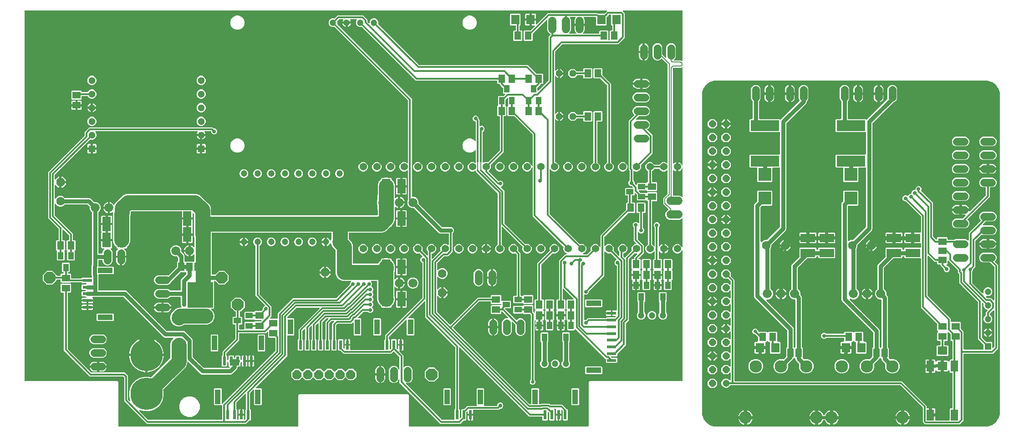
<source format=gbr>
G04 EAGLE Gerber RS-274X export*
G75*
%MOMM*%
%FSLAX34Y34*%
%LPD*%
%INTop Copper*%
%IPPOS*%
%AMOC8*
5,1,8,0,0,1.08239X$1,22.5*%
G01*
%ADD10C,1.365200*%
%ADD11C,1.500000*%
%ADD12R,1.300000X1.300000*%
%ADD13C,1.300000*%
%ADD14R,0.600000X1.700000*%
%ADD15R,1.000000X2.800000*%
%ADD16C,1.400000*%
%ADD17P,1.814519X8X202.500000*%
%ADD18C,1.200000*%
%ADD19R,1.600000X1.803000*%
%ADD20R,1.300000X1.500000*%
%ADD21C,1.416000*%
%ADD22R,1.700000X0.600000*%
%ADD23R,2.800000X1.000000*%
%ADD24C,6.000000*%
%ADD25R,4.800000X4.720000*%
%ADD26R,1.400000X1.270000*%
%ADD27C,1.676400*%
%ADD28R,1.500000X1.300000*%
%ADD29R,1.168400X1.600200*%
%ADD30P,1.732040X8X112.500000*%
%ADD31C,1.600200*%
%ADD32R,1.400000X1.000000*%
%ADD33R,1.000000X1.400000*%
%ADD34P,1.732040X8X202.500000*%
%ADD35P,1.732040X8X292.500000*%
%ADD36R,1.600000X2.700000*%
%ADD37P,1.312723X8X202.500000*%
%ADD38P,2.336880X8X22.500000*%
%ADD39R,1.400000X2.100000*%
%ADD40R,1.803000X1.600000*%
%ADD41C,1.314400*%
%ADD42P,1.422693X8X112.500000*%
%ADD43R,1.200000X1.200000*%
%ADD44P,1.732040X8X22.500000*%
%ADD45R,2.700000X1.600000*%
%ADD46R,5.300000X2.000000*%
%ADD47C,2.300000*%
%ADD48R,2.400000X2.400000*%
%ADD49C,0.720000*%
%ADD50C,2.800000*%
%ADD51R,3.960000X3.960000*%
%ADD52C,0.300000*%
%ADD53C,0.650000*%
%ADD54C,0.304800*%
%ADD55C,0.800000*%
%ADD56C,0.200000*%
%ADD57P,5.411950X8X22.500000*%

G36*
X511064Y3010D02*
X511064Y3010D01*
X511128Y3009D01*
X511203Y3030D01*
X511279Y3041D01*
X511338Y3067D01*
X511400Y3084D01*
X511466Y3125D01*
X511536Y3157D01*
X511585Y3199D01*
X511640Y3232D01*
X511692Y3290D01*
X511750Y3340D01*
X511786Y3394D01*
X511829Y3442D01*
X511862Y3511D01*
X511905Y3576D01*
X511924Y3638D01*
X511952Y3695D01*
X511963Y3765D01*
X511987Y3846D01*
X511988Y3931D01*
X511999Y4000D01*
X511999Y61243D01*
X513757Y63001D01*
X716243Y63001D01*
X718001Y61243D01*
X718001Y4000D01*
X718010Y3936D01*
X718009Y3872D01*
X718030Y3797D01*
X718041Y3721D01*
X718067Y3662D01*
X718084Y3600D01*
X718125Y3534D01*
X718157Y3464D01*
X718199Y3415D01*
X718232Y3360D01*
X718290Y3308D01*
X718340Y3250D01*
X718394Y3214D01*
X718442Y3171D01*
X718511Y3138D01*
X718576Y3095D01*
X718638Y3076D01*
X718695Y3048D01*
X718765Y3037D01*
X718846Y3013D01*
X718931Y3012D01*
X719000Y3001D01*
X1051000Y3001D01*
X1051064Y3010D01*
X1051128Y3009D01*
X1051203Y3030D01*
X1051279Y3041D01*
X1051338Y3067D01*
X1051400Y3084D01*
X1051466Y3125D01*
X1051536Y3157D01*
X1051585Y3199D01*
X1051640Y3232D01*
X1051692Y3290D01*
X1051750Y3340D01*
X1051786Y3394D01*
X1051829Y3442D01*
X1051862Y3511D01*
X1051905Y3576D01*
X1051924Y3638D01*
X1051952Y3695D01*
X1051963Y3765D01*
X1051987Y3846D01*
X1051988Y3931D01*
X1051999Y4000D01*
X1051999Y86243D01*
X1053757Y88001D01*
X1226000Y88001D01*
X1226064Y88010D01*
X1226128Y88009D01*
X1226203Y88030D01*
X1226279Y88041D01*
X1226338Y88067D01*
X1226400Y88084D01*
X1226466Y88125D01*
X1226536Y88157D01*
X1226585Y88199D01*
X1226640Y88232D01*
X1226692Y88290D01*
X1226750Y88340D01*
X1226786Y88394D01*
X1226829Y88442D01*
X1226862Y88511D01*
X1226905Y88576D01*
X1226924Y88638D01*
X1226952Y88695D01*
X1226963Y88765D01*
X1226987Y88846D01*
X1226988Y88931D01*
X1226999Y89000D01*
X1226999Y329610D01*
X1226987Y329696D01*
X1226984Y329783D01*
X1226967Y329835D01*
X1226959Y329889D01*
X1226924Y329968D01*
X1226897Y330051D01*
X1226866Y330096D01*
X1226843Y330146D01*
X1226787Y330212D01*
X1226738Y330284D01*
X1226695Y330319D01*
X1226660Y330360D01*
X1226587Y330408D01*
X1226520Y330463D01*
X1226470Y330485D01*
X1226424Y330515D01*
X1226341Y330540D01*
X1226261Y330575D01*
X1226207Y330581D01*
X1226154Y330597D01*
X1226067Y330598D01*
X1225981Y330609D01*
X1225927Y330600D01*
X1225872Y330601D01*
X1225788Y330578D01*
X1225703Y330564D01*
X1225653Y330541D01*
X1225600Y330526D01*
X1225526Y330480D01*
X1225448Y330443D01*
X1225407Y330407D01*
X1225360Y330378D01*
X1225302Y330313D01*
X1225237Y330256D01*
X1225211Y330212D01*
X1225171Y330168D01*
X1225122Y330066D01*
X1225077Y329992D01*
X1224583Y328800D01*
X1222100Y326317D01*
X1218856Y324973D01*
X1215344Y324973D01*
X1212100Y326317D01*
X1209617Y328800D01*
X1208273Y332044D01*
X1208273Y335556D01*
X1209617Y338800D01*
X1212100Y341283D01*
X1215344Y342627D01*
X1218856Y342627D01*
X1222100Y341283D01*
X1224583Y338800D01*
X1225077Y337608D01*
X1225121Y337533D01*
X1225157Y337454D01*
X1225192Y337412D01*
X1225220Y337365D01*
X1225284Y337305D01*
X1225340Y337240D01*
X1225386Y337209D01*
X1225426Y337172D01*
X1225503Y337133D01*
X1225576Y337085D01*
X1225629Y337069D01*
X1225678Y337044D01*
X1225763Y337028D01*
X1225846Y337003D01*
X1225901Y337002D01*
X1225955Y336992D01*
X1226041Y337000D01*
X1226128Y336999D01*
X1226181Y337014D01*
X1226235Y337019D01*
X1226316Y337051D01*
X1226400Y337074D01*
X1226446Y337103D01*
X1226497Y337123D01*
X1226566Y337177D01*
X1226640Y337222D01*
X1226676Y337263D01*
X1226720Y337297D01*
X1226771Y337367D01*
X1226829Y337432D01*
X1226853Y337481D01*
X1226885Y337525D01*
X1226914Y337607D01*
X1226952Y337685D01*
X1226960Y337736D01*
X1226979Y337791D01*
X1226986Y337905D01*
X1226999Y337990D01*
X1226999Y389051D01*
X1226995Y389083D01*
X1226997Y389115D01*
X1226975Y389222D01*
X1226959Y389330D01*
X1226946Y389359D01*
X1226940Y389391D01*
X1226888Y389487D01*
X1226843Y389587D01*
X1226822Y389611D01*
X1226807Y389640D01*
X1226731Y389718D01*
X1226660Y389801D01*
X1226633Y389819D01*
X1226610Y389842D01*
X1226516Y389896D01*
X1226424Y389956D01*
X1226393Y389965D01*
X1226365Y389981D01*
X1226259Y390006D01*
X1226154Y390038D01*
X1226122Y390039D01*
X1226091Y390046D01*
X1225981Y390040D01*
X1225872Y390042D01*
X1225841Y390033D01*
X1225809Y390032D01*
X1225706Y389996D01*
X1225600Y389967D01*
X1225573Y389950D01*
X1225542Y389939D01*
X1225469Y389886D01*
X1225360Y389819D01*
X1225328Y389783D01*
X1225293Y389757D01*
X1224782Y389246D01*
X1221290Y387799D01*
X1202510Y387799D01*
X1199018Y389246D01*
X1196346Y391918D01*
X1194899Y395410D01*
X1194899Y399190D01*
X1196346Y402682D01*
X1199018Y405354D01*
X1200207Y405847D01*
X1200309Y405907D01*
X1200413Y405963D01*
X1200430Y405979D01*
X1200449Y405990D01*
X1200530Y406077D01*
X1200615Y406159D01*
X1200627Y406179D01*
X1200642Y406196D01*
X1200696Y406302D01*
X1200754Y406405D01*
X1200760Y406427D01*
X1200770Y406447D01*
X1200792Y406564D01*
X1200819Y406679D01*
X1200818Y406702D01*
X1200822Y406724D01*
X1200811Y406842D01*
X1200805Y406961D01*
X1200798Y406983D01*
X1200795Y407005D01*
X1200751Y407115D01*
X1200713Y407227D01*
X1200700Y407245D01*
X1200691Y407267D01*
X1200576Y407414D01*
X1200531Y407476D01*
X1190899Y417108D01*
X1190899Y428292D01*
X1198707Y436100D01*
X1198764Y436176D01*
X1198829Y436248D01*
X1198849Y436289D01*
X1198876Y436325D01*
X1198910Y436415D01*
X1198952Y436502D01*
X1198958Y436544D01*
X1198975Y436589D01*
X1198985Y436717D01*
X1198999Y436806D01*
X1198999Y478604D01*
X1198995Y478636D01*
X1198997Y478668D01*
X1198975Y478775D01*
X1198959Y478883D01*
X1198946Y478913D01*
X1198940Y478944D01*
X1198888Y479041D01*
X1198843Y479140D01*
X1198822Y479165D01*
X1198807Y479193D01*
X1198731Y479271D01*
X1198660Y479354D01*
X1198633Y479372D01*
X1198610Y479395D01*
X1198516Y479449D01*
X1198424Y479509D01*
X1198393Y479518D01*
X1198365Y479534D01*
X1198259Y479559D01*
X1198154Y479591D01*
X1198122Y479592D01*
X1198091Y479599D01*
X1197981Y479594D01*
X1197872Y479595D01*
X1197841Y479586D01*
X1197809Y479585D01*
X1197706Y479549D01*
X1197600Y479520D01*
X1197573Y479503D01*
X1197542Y479492D01*
X1197469Y479439D01*
X1197360Y479372D01*
X1197328Y479336D01*
X1197293Y479311D01*
X1196700Y478717D01*
X1193456Y477373D01*
X1189944Y477373D01*
X1186700Y478717D01*
X1184217Y481200D01*
X1183852Y482082D01*
X1183847Y482091D01*
X1183844Y482100D01*
X1183775Y482212D01*
X1183708Y482325D01*
X1183701Y482332D01*
X1183696Y482340D01*
X1183598Y482428D01*
X1183502Y482518D01*
X1183494Y482522D01*
X1183487Y482529D01*
X1183369Y482586D01*
X1183251Y482646D01*
X1183241Y482648D01*
X1183233Y482652D01*
X1183157Y482664D01*
X1182974Y482698D01*
X1182950Y482696D01*
X1182928Y482699D01*
X1175072Y482699D01*
X1175062Y482698D01*
X1175053Y482699D01*
X1174923Y482678D01*
X1174792Y482659D01*
X1174784Y482656D01*
X1174774Y482654D01*
X1174655Y482597D01*
X1174535Y482543D01*
X1174528Y482537D01*
X1174520Y482533D01*
X1174421Y482445D01*
X1174321Y482360D01*
X1174316Y482352D01*
X1174309Y482346D01*
X1174269Y482280D01*
X1174167Y482124D01*
X1174160Y482101D01*
X1174148Y482082D01*
X1173783Y481200D01*
X1171300Y478717D01*
X1170418Y478352D01*
X1170409Y478347D01*
X1170400Y478344D01*
X1170288Y478275D01*
X1170175Y478208D01*
X1170168Y478201D01*
X1170160Y478196D01*
X1170072Y478098D01*
X1169982Y478002D01*
X1169978Y477994D01*
X1169971Y477987D01*
X1169914Y477869D01*
X1169854Y477751D01*
X1169852Y477741D01*
X1169848Y477733D01*
X1169836Y477657D01*
X1169802Y477474D01*
X1169804Y477450D01*
X1169801Y477428D01*
X1169801Y459000D01*
X1169810Y458936D01*
X1169809Y458872D01*
X1169830Y458797D01*
X1169841Y458721D01*
X1169867Y458662D01*
X1169884Y458600D01*
X1169925Y458534D01*
X1169957Y458464D01*
X1169999Y458415D01*
X1170032Y458360D01*
X1170090Y458308D01*
X1170140Y458250D01*
X1170194Y458214D01*
X1170242Y458171D01*
X1170311Y458138D01*
X1170376Y458095D01*
X1170438Y458076D01*
X1170495Y458048D01*
X1170565Y458037D01*
X1170646Y458013D01*
X1170731Y458012D01*
X1170800Y458001D01*
X1178329Y458001D01*
X1179501Y456829D01*
X1179501Y442171D01*
X1178329Y440999D01*
X1161671Y440999D01*
X1160207Y442464D01*
X1160181Y442483D01*
X1160160Y442508D01*
X1160133Y442526D01*
X1160110Y442549D01*
X1160043Y442587D01*
X1159981Y442633D01*
X1159951Y442645D01*
X1159924Y442662D01*
X1159893Y442672D01*
X1159865Y442688D01*
X1159789Y442706D01*
X1159717Y442733D01*
X1159685Y442735D01*
X1159654Y442745D01*
X1159622Y442745D01*
X1159590Y442753D01*
X1159513Y442749D01*
X1159436Y442755D01*
X1159405Y442748D01*
X1159372Y442748D01*
X1159341Y442740D01*
X1159309Y442738D01*
X1159235Y442713D01*
X1159160Y442697D01*
X1159132Y442682D01*
X1159100Y442673D01*
X1159073Y442656D01*
X1159042Y442646D01*
X1158985Y442604D01*
X1158911Y442564D01*
X1158888Y442542D01*
X1158860Y442525D01*
X1158837Y442499D01*
X1146364Y442499D01*
X1146332Y442495D01*
X1146300Y442497D01*
X1146193Y442475D01*
X1146085Y442459D01*
X1146055Y442446D01*
X1146024Y442440D01*
X1145927Y442388D01*
X1145828Y442343D01*
X1145803Y442322D01*
X1145775Y442307D01*
X1145696Y442231D01*
X1145613Y442160D01*
X1145596Y442133D01*
X1145573Y442110D01*
X1145519Y442015D01*
X1145459Y441924D01*
X1145450Y441893D01*
X1145434Y441865D01*
X1145408Y441758D01*
X1145377Y441654D01*
X1145376Y441622D01*
X1145369Y441591D01*
X1145374Y441481D01*
X1145373Y441372D01*
X1145381Y441341D01*
X1145383Y441309D01*
X1145419Y441206D01*
X1145448Y441100D01*
X1145465Y441073D01*
X1145476Y441042D01*
X1145529Y440969D01*
X1145596Y440860D01*
X1145632Y440828D01*
X1145657Y440793D01*
X1148657Y437793D01*
X1148734Y437736D01*
X1148806Y437671D01*
X1148847Y437651D01*
X1148883Y437624D01*
X1148973Y437590D01*
X1149059Y437548D01*
X1149101Y437542D01*
X1149147Y437525D01*
X1149274Y437515D01*
X1149364Y437501D01*
X1158833Y437501D01*
X1158840Y437492D01*
X1158867Y437474D01*
X1158890Y437451D01*
X1158957Y437414D01*
X1159019Y437367D01*
X1159049Y437355D01*
X1159076Y437338D01*
X1159107Y437328D01*
X1159135Y437312D01*
X1159210Y437295D01*
X1159283Y437267D01*
X1159315Y437265D01*
X1159346Y437255D01*
X1159378Y437255D01*
X1159409Y437247D01*
X1159486Y437251D01*
X1159564Y437245D01*
X1159596Y437252D01*
X1159628Y437252D01*
X1159659Y437260D01*
X1159691Y437262D01*
X1159764Y437287D01*
X1159840Y437303D01*
X1159869Y437318D01*
X1159900Y437327D01*
X1159927Y437344D01*
X1159958Y437354D01*
X1160014Y437395D01*
X1160089Y437435D01*
X1160112Y437458D01*
X1160140Y437475D01*
X1160172Y437511D01*
X1160207Y437536D01*
X1161671Y439001D01*
X1178329Y439001D01*
X1179501Y437829D01*
X1179501Y423171D01*
X1178329Y421999D01*
X1170800Y421999D01*
X1170736Y421990D01*
X1170672Y421991D01*
X1170597Y421970D01*
X1170521Y421959D01*
X1170462Y421933D01*
X1170400Y421916D01*
X1170334Y421875D01*
X1170264Y421843D01*
X1170215Y421801D01*
X1170160Y421768D01*
X1170108Y421710D01*
X1170050Y421660D01*
X1170014Y421606D01*
X1169971Y421558D01*
X1169938Y421489D01*
X1169895Y421424D01*
X1169876Y421362D01*
X1169848Y421305D01*
X1169837Y421235D01*
X1169813Y421154D01*
X1169812Y421069D01*
X1169801Y421000D01*
X1169801Y342572D01*
X1169802Y342562D01*
X1169801Y342553D01*
X1169822Y342423D01*
X1169841Y342292D01*
X1169844Y342284D01*
X1169846Y342274D01*
X1169903Y342155D01*
X1169957Y342035D01*
X1169963Y342028D01*
X1169967Y342020D01*
X1170055Y341921D01*
X1170140Y341821D01*
X1170148Y341816D01*
X1170154Y341809D01*
X1170220Y341769D01*
X1170376Y341667D01*
X1170399Y341660D01*
X1170418Y341648D01*
X1171300Y341283D01*
X1173693Y338889D01*
X1173719Y338870D01*
X1173740Y338846D01*
X1173832Y338786D01*
X1173919Y338720D01*
X1173949Y338709D01*
X1173976Y338691D01*
X1174081Y338659D01*
X1174183Y338621D01*
X1174215Y338618D01*
X1174246Y338609D01*
X1174355Y338607D01*
X1174464Y338599D01*
X1174496Y338605D01*
X1174528Y338605D01*
X1174633Y338634D01*
X1174740Y338656D01*
X1174769Y338672D01*
X1174800Y338680D01*
X1174893Y338738D01*
X1174989Y338789D01*
X1175012Y338811D01*
X1175040Y338828D01*
X1175113Y338909D01*
X1175191Y338986D01*
X1175207Y339014D01*
X1175229Y339038D01*
X1175276Y339136D01*
X1175330Y339231D01*
X1175338Y339262D01*
X1175352Y339291D01*
X1175366Y339381D01*
X1175395Y339505D01*
X1175393Y339554D01*
X1175399Y339596D01*
X1175399Y372766D01*
X1175391Y372826D01*
X1175391Y372851D01*
X1175385Y372872D01*
X1175381Y372957D01*
X1175366Y373000D01*
X1175359Y373045D01*
X1175320Y373133D01*
X1175288Y373224D01*
X1175263Y373258D01*
X1175243Y373302D01*
X1175160Y373400D01*
X1175107Y373473D01*
X1174152Y374427D01*
X1173299Y376486D01*
X1173299Y378714D01*
X1174152Y380773D01*
X1175727Y382348D01*
X1177786Y383201D01*
X1180014Y383201D01*
X1182073Y382348D01*
X1183648Y380773D01*
X1184501Y378714D01*
X1184501Y376486D01*
X1183648Y374427D01*
X1182693Y373473D01*
X1182636Y373396D01*
X1182571Y373325D01*
X1182551Y373284D01*
X1182524Y373247D01*
X1182490Y373157D01*
X1182448Y373071D01*
X1182442Y373029D01*
X1182425Y372983D01*
X1182418Y372894D01*
X1182413Y372877D01*
X1182412Y372840D01*
X1182401Y372766D01*
X1182401Y339064D01*
X1182419Y338936D01*
X1182434Y338807D01*
X1182439Y338796D01*
X1182441Y338785D01*
X1182494Y338667D01*
X1182545Y338547D01*
X1182552Y338539D01*
X1182557Y338528D01*
X1182641Y338430D01*
X1182723Y338329D01*
X1182733Y338323D01*
X1182740Y338314D01*
X1182849Y338243D01*
X1182956Y338169D01*
X1182967Y338166D01*
X1182976Y338160D01*
X1183101Y338122D01*
X1183224Y338081D01*
X1183235Y338080D01*
X1183246Y338077D01*
X1183375Y338075D01*
X1183505Y338071D01*
X1183517Y338074D01*
X1183528Y338073D01*
X1183653Y338108D01*
X1183779Y338140D01*
X1183789Y338146D01*
X1183800Y338149D01*
X1183910Y338217D01*
X1184022Y338282D01*
X1184029Y338290D01*
X1184040Y338297D01*
X1184229Y338506D01*
X1184230Y338508D01*
X1184231Y338509D01*
X1184844Y339427D01*
X1186073Y340656D01*
X1187519Y341622D01*
X1189125Y342288D01*
X1189701Y342402D01*
X1189701Y334800D01*
X1189710Y334737D01*
X1189709Y334672D01*
X1189730Y334598D01*
X1189741Y334521D01*
X1189767Y334462D01*
X1189784Y334400D01*
X1189825Y334334D01*
X1189857Y334264D01*
X1189899Y334215D01*
X1189932Y334160D01*
X1189990Y334109D01*
X1190040Y334050D01*
X1190094Y334014D01*
X1190142Y333971D01*
X1190211Y333938D01*
X1190276Y333895D01*
X1190338Y333876D01*
X1190395Y333848D01*
X1190465Y333838D01*
X1190546Y333813D01*
X1190631Y333812D01*
X1190700Y333801D01*
X1191701Y333801D01*
X1191701Y333799D01*
X1190700Y333799D01*
X1190636Y333790D01*
X1190572Y333791D01*
X1190497Y333770D01*
X1190421Y333759D01*
X1190362Y333733D01*
X1190300Y333716D01*
X1190234Y333675D01*
X1190164Y333643D01*
X1190115Y333601D01*
X1190060Y333568D01*
X1190008Y333510D01*
X1189950Y333460D01*
X1189914Y333406D01*
X1189871Y333358D01*
X1189838Y333289D01*
X1189795Y333224D01*
X1189776Y333162D01*
X1189748Y333104D01*
X1189737Y333035D01*
X1189713Y332954D01*
X1189712Y332869D01*
X1189701Y332800D01*
X1189701Y325198D01*
X1189125Y325312D01*
X1187519Y325978D01*
X1186073Y326944D01*
X1184844Y328173D01*
X1184231Y329091D01*
X1184144Y329188D01*
X1184060Y329286D01*
X1184050Y329292D01*
X1184043Y329301D01*
X1183932Y329369D01*
X1183824Y329440D01*
X1183813Y329444D01*
X1183803Y329450D01*
X1183678Y329485D01*
X1183554Y329523D01*
X1183543Y329523D01*
X1183532Y329526D01*
X1183402Y329525D01*
X1183272Y329527D01*
X1183261Y329524D01*
X1183250Y329523D01*
X1183126Y329486D01*
X1183000Y329451D01*
X1182991Y329445D01*
X1182980Y329442D01*
X1182871Y329372D01*
X1182760Y329303D01*
X1182753Y329295D01*
X1182743Y329289D01*
X1182658Y329190D01*
X1182571Y329094D01*
X1182566Y329084D01*
X1182559Y329075D01*
X1182505Y328957D01*
X1182448Y328840D01*
X1182447Y328829D01*
X1182442Y328819D01*
X1182401Y328539D01*
X1182401Y328537D01*
X1182401Y328536D01*
X1182401Y315500D01*
X1182410Y315436D01*
X1182409Y315372D01*
X1182430Y315297D01*
X1182441Y315221D01*
X1182467Y315162D01*
X1182484Y315100D01*
X1182525Y315034D01*
X1182557Y314964D01*
X1182599Y314915D01*
X1182632Y314860D01*
X1182690Y314808D01*
X1182740Y314750D01*
X1182794Y314714D01*
X1182842Y314671D01*
X1182911Y314638D01*
X1182976Y314595D01*
X1183038Y314576D01*
X1183095Y314548D01*
X1183165Y314537D01*
X1183246Y314513D01*
X1183331Y314512D01*
X1183400Y314501D01*
X1187829Y314501D01*
X1189001Y313329D01*
X1189001Y296671D01*
X1188009Y295680D01*
X1187977Y295637D01*
X1187938Y295600D01*
X1187893Y295525D01*
X1187840Y295454D01*
X1187821Y295404D01*
X1187794Y295358D01*
X1187772Y295273D01*
X1187741Y295190D01*
X1187736Y295137D01*
X1187723Y295085D01*
X1187726Y294997D01*
X1187719Y294909D01*
X1187730Y294857D01*
X1187731Y294803D01*
X1187758Y294719D01*
X1187776Y294633D01*
X1187802Y294586D01*
X1187818Y294535D01*
X1187867Y294462D01*
X1187909Y294384D01*
X1187946Y294346D01*
X1187976Y294301D01*
X1188037Y294252D01*
X1188106Y294182D01*
X1188169Y294146D01*
X1188216Y294108D01*
X1188229Y294101D01*
X1188601Y293729D01*
X1188864Y293272D01*
X1189001Y292763D01*
X1189001Y286999D01*
X1181500Y286999D01*
X1181436Y286990D01*
X1181372Y286991D01*
X1181298Y286970D01*
X1181221Y286959D01*
X1181162Y286933D01*
X1181100Y286916D01*
X1181034Y286875D01*
X1180964Y286843D01*
X1180915Y286801D01*
X1180860Y286768D01*
X1180809Y286710D01*
X1180750Y286660D01*
X1180714Y286606D01*
X1180671Y286558D01*
X1180638Y286489D01*
X1180595Y286424D01*
X1180576Y286362D01*
X1180548Y286305D01*
X1180538Y286235D01*
X1180513Y286154D01*
X1180512Y286069D01*
X1180501Y286000D01*
X1180501Y284999D01*
X1180499Y284999D01*
X1180499Y286000D01*
X1180490Y286064D01*
X1180491Y286128D01*
X1180470Y286203D01*
X1180459Y286279D01*
X1180433Y286338D01*
X1180416Y286400D01*
X1180375Y286466D01*
X1180343Y286536D01*
X1180301Y286585D01*
X1180268Y286640D01*
X1180210Y286692D01*
X1180160Y286750D01*
X1180106Y286786D01*
X1180058Y286829D01*
X1179989Y286862D01*
X1179924Y286905D01*
X1179862Y286924D01*
X1179804Y286952D01*
X1179735Y286962D01*
X1179654Y286987D01*
X1179569Y286988D01*
X1179500Y286999D01*
X1171999Y286999D01*
X1171999Y292763D01*
X1172136Y293272D01*
X1172399Y293729D01*
X1172771Y294101D01*
X1172784Y294108D01*
X1172826Y294141D01*
X1172873Y294166D01*
X1172936Y294228D01*
X1173005Y294282D01*
X1173037Y294326D01*
X1173075Y294363D01*
X1173119Y294440D01*
X1173170Y294511D01*
X1173188Y294562D01*
X1173214Y294608D01*
X1173235Y294694D01*
X1173264Y294777D01*
X1173267Y294831D01*
X1173279Y294883D01*
X1173275Y294971D01*
X1173280Y295059D01*
X1173268Y295111D01*
X1173265Y295165D01*
X1173236Y295248D01*
X1173216Y295333D01*
X1173190Y295380D01*
X1173172Y295431D01*
X1173126Y295494D01*
X1173078Y295580D01*
X1173027Y295630D01*
X1172991Y295680D01*
X1171999Y296671D01*
X1171999Y313329D01*
X1173171Y314501D01*
X1174400Y314501D01*
X1174464Y314510D01*
X1174528Y314509D01*
X1174603Y314530D01*
X1174679Y314541D01*
X1174738Y314567D01*
X1174800Y314584D01*
X1174866Y314625D01*
X1174936Y314657D01*
X1174985Y314699D01*
X1175040Y314732D01*
X1175092Y314790D01*
X1175150Y314840D01*
X1175186Y314894D01*
X1175229Y314942D01*
X1175262Y315011D01*
X1175305Y315076D01*
X1175324Y315138D01*
X1175352Y315195D01*
X1175363Y315265D01*
X1175387Y315346D01*
X1175388Y315431D01*
X1175399Y315500D01*
X1175399Y328004D01*
X1175395Y328036D01*
X1175397Y328068D01*
X1175375Y328175D01*
X1175359Y328283D01*
X1175346Y328313D01*
X1175340Y328344D01*
X1175288Y328441D01*
X1175243Y328540D01*
X1175222Y328565D01*
X1175207Y328593D01*
X1175131Y328671D01*
X1175060Y328754D01*
X1175033Y328772D01*
X1175010Y328795D01*
X1174915Y328849D01*
X1174824Y328909D01*
X1174793Y328918D01*
X1174765Y328934D01*
X1174659Y328959D01*
X1174554Y328991D01*
X1174522Y328992D01*
X1174491Y328999D01*
X1174381Y328994D01*
X1174272Y328995D01*
X1174241Y328986D01*
X1174209Y328985D01*
X1174106Y328949D01*
X1174000Y328920D01*
X1173973Y328903D01*
X1173942Y328892D01*
X1173869Y328839D01*
X1173760Y328772D01*
X1173728Y328736D01*
X1173693Y328711D01*
X1171300Y326317D01*
X1168056Y324973D01*
X1164544Y324973D01*
X1161300Y326317D01*
X1158817Y328800D01*
X1157473Y332044D01*
X1157473Y335556D01*
X1158817Y338800D01*
X1161300Y341283D01*
X1162182Y341648D01*
X1162191Y341653D01*
X1162200Y341656D01*
X1162312Y341725D01*
X1162425Y341792D01*
X1162432Y341799D01*
X1162440Y341804D01*
X1162528Y341902D01*
X1162618Y341998D01*
X1162622Y342006D01*
X1162629Y342013D01*
X1162686Y342131D01*
X1162746Y342249D01*
X1162748Y342259D01*
X1162752Y342267D01*
X1162764Y342343D01*
X1162798Y342526D01*
X1162796Y342550D01*
X1162799Y342572D01*
X1162799Y421000D01*
X1162790Y421064D01*
X1162791Y421128D01*
X1162770Y421203D01*
X1162759Y421279D01*
X1162733Y421338D01*
X1162716Y421400D01*
X1162675Y421466D01*
X1162643Y421536D01*
X1162601Y421585D01*
X1162568Y421640D01*
X1162510Y421692D01*
X1162460Y421750D01*
X1162406Y421786D01*
X1162358Y421829D01*
X1162289Y421862D01*
X1162224Y421905D01*
X1162162Y421924D01*
X1162105Y421952D01*
X1162035Y421963D01*
X1161954Y421987D01*
X1161869Y421988D01*
X1161800Y421999D01*
X1161671Y421999D01*
X1160207Y423464D01*
X1160181Y423483D01*
X1160160Y423508D01*
X1160133Y423526D01*
X1160110Y423549D01*
X1160043Y423587D01*
X1159981Y423633D01*
X1159951Y423645D01*
X1159924Y423662D01*
X1159893Y423672D01*
X1159865Y423688D01*
X1159789Y423706D01*
X1159717Y423733D01*
X1159685Y423735D01*
X1159654Y423745D01*
X1159622Y423745D01*
X1159590Y423753D01*
X1159513Y423749D01*
X1159436Y423755D01*
X1159405Y423748D01*
X1159372Y423748D01*
X1159341Y423740D01*
X1159309Y423738D01*
X1159235Y423713D01*
X1159160Y423697D01*
X1159132Y423682D01*
X1159100Y423673D01*
X1159073Y423656D01*
X1159042Y423646D01*
X1158985Y423604D01*
X1158911Y423564D01*
X1158888Y423542D01*
X1158860Y423525D01*
X1158837Y423499D01*
X1143171Y423499D01*
X1141999Y424671D01*
X1141999Y434136D01*
X1141986Y434231D01*
X1141981Y434327D01*
X1141966Y434370D01*
X1141959Y434415D01*
X1141920Y434503D01*
X1141888Y434594D01*
X1141863Y434628D01*
X1141843Y434672D01*
X1141760Y434770D01*
X1141707Y434843D01*
X1139707Y436843D01*
X1139681Y436862D01*
X1139660Y436887D01*
X1139568Y436946D01*
X1139481Y437012D01*
X1139451Y437023D01*
X1139424Y437041D01*
X1139319Y437073D01*
X1139217Y437111D01*
X1139185Y437114D01*
X1139154Y437123D01*
X1139045Y437125D01*
X1138936Y437133D01*
X1138904Y437127D01*
X1138872Y437127D01*
X1138767Y437098D01*
X1138660Y437076D01*
X1138631Y437061D01*
X1138600Y437052D01*
X1138507Y436995D01*
X1138411Y436943D01*
X1138388Y436921D01*
X1138360Y436904D01*
X1138287Y436823D01*
X1138209Y436746D01*
X1138193Y436718D01*
X1138171Y436694D01*
X1138124Y436596D01*
X1138070Y436501D01*
X1138062Y436470D01*
X1138048Y436441D01*
X1138034Y436351D01*
X1138005Y436227D01*
X1138007Y436178D01*
X1138001Y436136D01*
X1138001Y434171D01*
X1136829Y432999D01*
X1133500Y432999D01*
X1133436Y432990D01*
X1133372Y432991D01*
X1133297Y432970D01*
X1133221Y432959D01*
X1133162Y432933D01*
X1133100Y432916D01*
X1133034Y432875D01*
X1132964Y432843D01*
X1132915Y432801D01*
X1132860Y432768D01*
X1132808Y432710D01*
X1132750Y432660D01*
X1132714Y432606D01*
X1132671Y432558D01*
X1132638Y432489D01*
X1132595Y432424D01*
X1132576Y432362D01*
X1132548Y432305D01*
X1132537Y432235D01*
X1132513Y432154D01*
X1132512Y432069D01*
X1132501Y432000D01*
X1132501Y420500D01*
X1132510Y420436D01*
X1132509Y420372D01*
X1132530Y420297D01*
X1132541Y420221D01*
X1132567Y420162D01*
X1132584Y420100D01*
X1132625Y420034D01*
X1132657Y419964D01*
X1132699Y419915D01*
X1132732Y419860D01*
X1132790Y419808D01*
X1132840Y419750D01*
X1132894Y419714D01*
X1132942Y419671D01*
X1133011Y419638D01*
X1133076Y419595D01*
X1133138Y419576D01*
X1133195Y419548D01*
X1133265Y419537D01*
X1133346Y419513D01*
X1133431Y419512D01*
X1133500Y419501D01*
X1137829Y419501D01*
X1139001Y418329D01*
X1139001Y401671D01*
X1137829Y400499D01*
X1126364Y400499D01*
X1126269Y400486D01*
X1126173Y400481D01*
X1126130Y400466D01*
X1126085Y400459D01*
X1125997Y400420D01*
X1125906Y400388D01*
X1125872Y400363D01*
X1125828Y400343D01*
X1125730Y400260D01*
X1125657Y400207D01*
X1081793Y356343D01*
X1081736Y356266D01*
X1081671Y356194D01*
X1081651Y356153D01*
X1081624Y356117D01*
X1081590Y356027D01*
X1081548Y355941D01*
X1081542Y355899D01*
X1081525Y355853D01*
X1081515Y355726D01*
X1081501Y355636D01*
X1081501Y340096D01*
X1081505Y340064D01*
X1081503Y340032D01*
X1081525Y339925D01*
X1081541Y339817D01*
X1081554Y339787D01*
X1081560Y339756D01*
X1081612Y339659D01*
X1081657Y339560D01*
X1081678Y339535D01*
X1081693Y339507D01*
X1081769Y339429D01*
X1081840Y339346D01*
X1081867Y339328D01*
X1081890Y339305D01*
X1081985Y339251D01*
X1082076Y339191D01*
X1082107Y339182D01*
X1082135Y339166D01*
X1082241Y339141D01*
X1082346Y339109D01*
X1082378Y339108D01*
X1082409Y339101D01*
X1082519Y339106D01*
X1082628Y339105D01*
X1082659Y339114D01*
X1082691Y339115D01*
X1082794Y339151D01*
X1082900Y339180D01*
X1082927Y339197D01*
X1082958Y339208D01*
X1083031Y339261D01*
X1083140Y339328D01*
X1083172Y339364D01*
X1083207Y339389D01*
X1085100Y341283D01*
X1088344Y342627D01*
X1091856Y342627D01*
X1095100Y341283D01*
X1097583Y338800D01*
X1098927Y335556D01*
X1098927Y332044D01*
X1098561Y331162D01*
X1098559Y331153D01*
X1098554Y331144D01*
X1098524Y331015D01*
X1098491Y330889D01*
X1098491Y330879D01*
X1098489Y330870D01*
X1098496Y330737D01*
X1098500Y330607D01*
X1098503Y330598D01*
X1098504Y330588D01*
X1098547Y330463D01*
X1098588Y330339D01*
X1098593Y330331D01*
X1098596Y330322D01*
X1098641Y330260D01*
X1098747Y330106D01*
X1098765Y330090D01*
X1098778Y330073D01*
X1107793Y321057D01*
X1107819Y321038D01*
X1107840Y321013D01*
X1107932Y320954D01*
X1108019Y320888D01*
X1108049Y320877D01*
X1108076Y320859D01*
X1108181Y320827D01*
X1108283Y320789D01*
X1108315Y320786D01*
X1108346Y320777D01*
X1108455Y320775D01*
X1108564Y320767D01*
X1108596Y320773D01*
X1108628Y320773D01*
X1108733Y320802D01*
X1108840Y320824D01*
X1108869Y320839D01*
X1108900Y320848D01*
X1108993Y320905D01*
X1109089Y320957D01*
X1109112Y320979D01*
X1109140Y320996D01*
X1109213Y321077D01*
X1109291Y321154D01*
X1109307Y321182D01*
X1109329Y321206D01*
X1109376Y321304D01*
X1109430Y321399D01*
X1109438Y321430D01*
X1109452Y321459D01*
X1109466Y321549D01*
X1109495Y321673D01*
X1109493Y321722D01*
X1109499Y321764D01*
X1109499Y326904D01*
X1109486Y326999D01*
X1109481Y327095D01*
X1109466Y327138D01*
X1109459Y327183D01*
X1109420Y327271D01*
X1109388Y327362D01*
X1109363Y327396D01*
X1109343Y327440D01*
X1109260Y327537D01*
X1109207Y327610D01*
X1108017Y328800D01*
X1106673Y332044D01*
X1106673Y335556D01*
X1108017Y338800D01*
X1110500Y341283D01*
X1113744Y342627D01*
X1117256Y342627D01*
X1120500Y341283D01*
X1122983Y338800D01*
X1124327Y335556D01*
X1124327Y332044D01*
X1122983Y328800D01*
X1120500Y326317D01*
X1117118Y324916D01*
X1117109Y324911D01*
X1117100Y324909D01*
X1116988Y324839D01*
X1116875Y324772D01*
X1116868Y324766D01*
X1116860Y324761D01*
X1116772Y324662D01*
X1116682Y324567D01*
X1116678Y324558D01*
X1116671Y324551D01*
X1116614Y324433D01*
X1116554Y324315D01*
X1116552Y324306D01*
X1116548Y324297D01*
X1116536Y324222D01*
X1116502Y324038D01*
X1116504Y324014D01*
X1116501Y323993D01*
X1116501Y319976D01*
X1116514Y319881D01*
X1116519Y319785D01*
X1116534Y319742D01*
X1116541Y319697D01*
X1116580Y319609D01*
X1116612Y319518D01*
X1116637Y319484D01*
X1116657Y319440D01*
X1116740Y319343D01*
X1116793Y319269D01*
X1118399Y317663D01*
X1118451Y317625D01*
X1118496Y317579D01*
X1118563Y317541D01*
X1118625Y317494D01*
X1118685Y317471D01*
X1118741Y317440D01*
X1118817Y317422D01*
X1118889Y317395D01*
X1118953Y317390D01*
X1119015Y317375D01*
X1119093Y317379D01*
X1119170Y317373D01*
X1119233Y317386D01*
X1119297Y317389D01*
X1119370Y317415D01*
X1119446Y317430D01*
X1119503Y317461D01*
X1119564Y317482D01*
X1119620Y317523D01*
X1119695Y317563D01*
X1119756Y317622D01*
X1119813Y317663D01*
X1121943Y319793D01*
X1132222Y330073D01*
X1132228Y330080D01*
X1132235Y330086D01*
X1132312Y330193D01*
X1132391Y330298D01*
X1132395Y330307D01*
X1132400Y330315D01*
X1132444Y330438D01*
X1132491Y330562D01*
X1132492Y330572D01*
X1132495Y330581D01*
X1132503Y330712D01*
X1132513Y330844D01*
X1132511Y330853D01*
X1132511Y330862D01*
X1132493Y330938D01*
X1132455Y331120D01*
X1132444Y331141D01*
X1132439Y331162D01*
X1132073Y332044D01*
X1132073Y335556D01*
X1133417Y338800D01*
X1135900Y341283D01*
X1139144Y342627D01*
X1140010Y342627D01*
X1140042Y342631D01*
X1140074Y342629D01*
X1140181Y342651D01*
X1140289Y342667D01*
X1140319Y342680D01*
X1140350Y342686D01*
X1140447Y342738D01*
X1140546Y342783D01*
X1140571Y342804D01*
X1140599Y342819D01*
X1140677Y342895D01*
X1140761Y342966D01*
X1140778Y342993D01*
X1140801Y343016D01*
X1140855Y343111D01*
X1140915Y343202D01*
X1140924Y343233D01*
X1140940Y343261D01*
X1140966Y343368D01*
X1140997Y343472D01*
X1140998Y343504D01*
X1141005Y343535D01*
X1141000Y343645D01*
X1141001Y343754D01*
X1140993Y343785D01*
X1140991Y343817D01*
X1140955Y343920D01*
X1140926Y344026D01*
X1140909Y344053D01*
X1140898Y344084D01*
X1140845Y344157D01*
X1140778Y344266D01*
X1140742Y344298D01*
X1140717Y344333D01*
X1136499Y348550D01*
X1136499Y373166D01*
X1136486Y373261D01*
X1136481Y373357D01*
X1136466Y373400D01*
X1136459Y373445D01*
X1136420Y373533D01*
X1136388Y373624D01*
X1136363Y373658D01*
X1136343Y373702D01*
X1136260Y373800D01*
X1136207Y373873D01*
X1135252Y374827D01*
X1134399Y376886D01*
X1134399Y379114D01*
X1135252Y381173D01*
X1136827Y382748D01*
X1138886Y383601D01*
X1141114Y383601D01*
X1143173Y382748D01*
X1144293Y381627D01*
X1144319Y381608D01*
X1144340Y381583D01*
X1144432Y381523D01*
X1144519Y381458D01*
X1144549Y381447D01*
X1144576Y381429D01*
X1144681Y381397D01*
X1144783Y381358D01*
X1144815Y381356D01*
X1144846Y381346D01*
X1144955Y381345D01*
X1145064Y381337D01*
X1145096Y381343D01*
X1145128Y381343D01*
X1145233Y381372D01*
X1145340Y381394D01*
X1145369Y381409D01*
X1145400Y381418D01*
X1145493Y381475D01*
X1145589Y381527D01*
X1145612Y381549D01*
X1145640Y381566D01*
X1145713Y381647D01*
X1145791Y381723D01*
X1145807Y381752D01*
X1145829Y381775D01*
X1145876Y381874D01*
X1145930Y381969D01*
X1145938Y382000D01*
X1145952Y382029D01*
X1145966Y382119D01*
X1145995Y382243D01*
X1145993Y382292D01*
X1145999Y382334D01*
X1145999Y399500D01*
X1145990Y399564D01*
X1145991Y399628D01*
X1145970Y399703D01*
X1145959Y399779D01*
X1145933Y399838D01*
X1145916Y399900D01*
X1145875Y399966D01*
X1145843Y400036D01*
X1145801Y400085D01*
X1145768Y400140D01*
X1145710Y400192D01*
X1145660Y400250D01*
X1145606Y400286D01*
X1145558Y400329D01*
X1145489Y400362D01*
X1145424Y400405D01*
X1145362Y400424D01*
X1145305Y400452D01*
X1145235Y400463D01*
X1145154Y400487D01*
X1145069Y400488D01*
X1145000Y400499D01*
X1142171Y400499D01*
X1140999Y401671D01*
X1140999Y418329D01*
X1142171Y419501D01*
X1156829Y419501D01*
X1158001Y418329D01*
X1158001Y401671D01*
X1156829Y400499D01*
X1154000Y400499D01*
X1153936Y400490D01*
X1153872Y400491D01*
X1153797Y400470D01*
X1153721Y400459D01*
X1153662Y400433D01*
X1153600Y400416D01*
X1153534Y400375D01*
X1153464Y400343D01*
X1153415Y400301D01*
X1153360Y400268D01*
X1153308Y400210D01*
X1153250Y400160D01*
X1153214Y400106D01*
X1153171Y400058D01*
X1153138Y399989D01*
X1153095Y399924D01*
X1153076Y399862D01*
X1153048Y399805D01*
X1153037Y399735D01*
X1153013Y399654D01*
X1153012Y399569D01*
X1153001Y399500D01*
X1153001Y373334D01*
X1153014Y373239D01*
X1153019Y373143D01*
X1153034Y373100D01*
X1153041Y373055D01*
X1153080Y372967D01*
X1153112Y372876D01*
X1153137Y372842D01*
X1153157Y372798D01*
X1153240Y372700D01*
X1153293Y372627D01*
X1154748Y371173D01*
X1155601Y369114D01*
X1155601Y366886D01*
X1154748Y364827D01*
X1153173Y363252D01*
X1151114Y362399D01*
X1148886Y362399D01*
X1146827Y363252D01*
X1145207Y364873D01*
X1145181Y364892D01*
X1145160Y364917D01*
X1145068Y364977D01*
X1144981Y365042D01*
X1144951Y365053D01*
X1144924Y365071D01*
X1144819Y365103D01*
X1144717Y365142D01*
X1144685Y365144D01*
X1144654Y365154D01*
X1144545Y365155D01*
X1144436Y365163D01*
X1144404Y365157D01*
X1144372Y365157D01*
X1144267Y365128D01*
X1144160Y365106D01*
X1144131Y365091D01*
X1144100Y365082D01*
X1144007Y365025D01*
X1143911Y364973D01*
X1143888Y364951D01*
X1143860Y364934D01*
X1143787Y364853D01*
X1143709Y364777D01*
X1143693Y364749D01*
X1143671Y364725D01*
X1143624Y364626D01*
X1143570Y364531D01*
X1143562Y364500D01*
X1143548Y364471D01*
X1143534Y364382D01*
X1143505Y364257D01*
X1143507Y364208D01*
X1143501Y364166D01*
X1143501Y351864D01*
X1143514Y351769D01*
X1143519Y351673D01*
X1143534Y351630D01*
X1143541Y351585D01*
X1143580Y351497D01*
X1143612Y351406D01*
X1143637Y351372D01*
X1143657Y351328D01*
X1143740Y351230D01*
X1143793Y351157D01*
X1152383Y342567D01*
X1154727Y340224D01*
X1154727Y325776D01*
X1145157Y316207D01*
X1145138Y316181D01*
X1145113Y316160D01*
X1145054Y316068D01*
X1144988Y315981D01*
X1144977Y315951D01*
X1144959Y315924D01*
X1144927Y315819D01*
X1144889Y315717D01*
X1144886Y315685D01*
X1144877Y315654D01*
X1144875Y315545D01*
X1144867Y315436D01*
X1144873Y315404D01*
X1144873Y315372D01*
X1144902Y315267D01*
X1144924Y315160D01*
X1144939Y315131D01*
X1144948Y315100D01*
X1145005Y315007D01*
X1145057Y314911D01*
X1145079Y314888D01*
X1145096Y314860D01*
X1145177Y314787D01*
X1145254Y314709D01*
X1145282Y314693D01*
X1145306Y314671D01*
X1145404Y314624D01*
X1145499Y314570D01*
X1145530Y314562D01*
X1145559Y314548D01*
X1145649Y314534D01*
X1145773Y314505D01*
X1145822Y314507D01*
X1145864Y314501D01*
X1147829Y314501D01*
X1149001Y313329D01*
X1149001Y296671D01*
X1148009Y295680D01*
X1147977Y295637D01*
X1147938Y295600D01*
X1147893Y295525D01*
X1147840Y295454D01*
X1147821Y295404D01*
X1147794Y295358D01*
X1147772Y295273D01*
X1147741Y295190D01*
X1147736Y295137D01*
X1147723Y295085D01*
X1147726Y294997D01*
X1147719Y294909D01*
X1147730Y294857D01*
X1147731Y294803D01*
X1147758Y294719D01*
X1147776Y294633D01*
X1147802Y294586D01*
X1147818Y294535D01*
X1147867Y294462D01*
X1147909Y294384D01*
X1147946Y294346D01*
X1147976Y294301D01*
X1148037Y294252D01*
X1148106Y294182D01*
X1148169Y294146D01*
X1148216Y294108D01*
X1148229Y294101D01*
X1148601Y293729D01*
X1148864Y293272D01*
X1149001Y292763D01*
X1149001Y286999D01*
X1141500Y286999D01*
X1141436Y286990D01*
X1141372Y286991D01*
X1141298Y286970D01*
X1141221Y286959D01*
X1141162Y286933D01*
X1141100Y286916D01*
X1141034Y286875D01*
X1140964Y286843D01*
X1140915Y286801D01*
X1140860Y286768D01*
X1140809Y286710D01*
X1140750Y286660D01*
X1140714Y286606D01*
X1140671Y286558D01*
X1140638Y286489D01*
X1140595Y286424D01*
X1140576Y286362D01*
X1140548Y286305D01*
X1140538Y286235D01*
X1140513Y286154D01*
X1140512Y286069D01*
X1140501Y286000D01*
X1140501Y284999D01*
X1140499Y284999D01*
X1140499Y286000D01*
X1140490Y286064D01*
X1140491Y286128D01*
X1140470Y286203D01*
X1140459Y286279D01*
X1140433Y286338D01*
X1140416Y286400D01*
X1140375Y286466D01*
X1140343Y286536D01*
X1140301Y286585D01*
X1140268Y286640D01*
X1140210Y286692D01*
X1140160Y286750D01*
X1140106Y286786D01*
X1140058Y286829D01*
X1139989Y286862D01*
X1139924Y286905D01*
X1139862Y286924D01*
X1139804Y286952D01*
X1139735Y286962D01*
X1139654Y286987D01*
X1139569Y286988D01*
X1139500Y286999D01*
X1131999Y286999D01*
X1131999Y292763D01*
X1132136Y293272D01*
X1132399Y293729D01*
X1132771Y294101D01*
X1132784Y294108D01*
X1132826Y294141D01*
X1132873Y294166D01*
X1132936Y294228D01*
X1133005Y294282D01*
X1133037Y294326D01*
X1133075Y294363D01*
X1133119Y294440D01*
X1133170Y294511D01*
X1133188Y294562D01*
X1133214Y294608D01*
X1133235Y294694D01*
X1133264Y294777D01*
X1133267Y294831D01*
X1133279Y294883D01*
X1133275Y294971D01*
X1133280Y295059D01*
X1133268Y295111D01*
X1133265Y295165D01*
X1133236Y295248D01*
X1133216Y295333D01*
X1133190Y295380D01*
X1133172Y295431D01*
X1133126Y295494D01*
X1133078Y295580D01*
X1133027Y295630D01*
X1132991Y295680D01*
X1131999Y296671D01*
X1131999Y313329D01*
X1133171Y314501D01*
X1136000Y314501D01*
X1136064Y314510D01*
X1136128Y314509D01*
X1136203Y314530D01*
X1136279Y314541D01*
X1136338Y314567D01*
X1136400Y314584D01*
X1136466Y314625D01*
X1136536Y314657D01*
X1136585Y314699D01*
X1136640Y314732D01*
X1136692Y314790D01*
X1136750Y314840D01*
X1136786Y314894D01*
X1136829Y314942D01*
X1136862Y315011D01*
X1136905Y315076D01*
X1136924Y315138D01*
X1136952Y315195D01*
X1136963Y315265D01*
X1136987Y315346D01*
X1136988Y315431D01*
X1136999Y315500D01*
X1136999Y317950D01*
X1142317Y323267D01*
X1142336Y323293D01*
X1142361Y323314D01*
X1142420Y323406D01*
X1142486Y323493D01*
X1142497Y323523D01*
X1142515Y323550D01*
X1142547Y323655D01*
X1142585Y323757D01*
X1142588Y323789D01*
X1142597Y323820D01*
X1142599Y323929D01*
X1142607Y324038D01*
X1142601Y324070D01*
X1142601Y324102D01*
X1142572Y324207D01*
X1142550Y324314D01*
X1142535Y324343D01*
X1142526Y324374D01*
X1142469Y324467D01*
X1142417Y324563D01*
X1142395Y324586D01*
X1142378Y324614D01*
X1142297Y324687D01*
X1142220Y324765D01*
X1142192Y324781D01*
X1142168Y324803D01*
X1142070Y324850D01*
X1141975Y324904D01*
X1141944Y324912D01*
X1141915Y324926D01*
X1141825Y324940D01*
X1141701Y324969D01*
X1141652Y324967D01*
X1141610Y324973D01*
X1139144Y324973D01*
X1138262Y325339D01*
X1138253Y325341D01*
X1138244Y325346D01*
X1138115Y325376D01*
X1137989Y325409D01*
X1137979Y325409D01*
X1137970Y325411D01*
X1137837Y325404D01*
X1137707Y325400D01*
X1137698Y325397D01*
X1137688Y325396D01*
X1137564Y325353D01*
X1137439Y325312D01*
X1137431Y325307D01*
X1137422Y325304D01*
X1137360Y325259D01*
X1137206Y325153D01*
X1137190Y325135D01*
X1137173Y325122D01*
X1126893Y314843D01*
X1126836Y314766D01*
X1126771Y314694D01*
X1126751Y314653D01*
X1126724Y314617D01*
X1126690Y314527D01*
X1126648Y314441D01*
X1126642Y314399D01*
X1126625Y314353D01*
X1126615Y314226D01*
X1126601Y314136D01*
X1126601Y200437D01*
X1121793Y195629D01*
X1121736Y195552D01*
X1121671Y195481D01*
X1121651Y195440D01*
X1121624Y195404D01*
X1121590Y195314D01*
X1121548Y195227D01*
X1121542Y195185D01*
X1121525Y195140D01*
X1121515Y195019D01*
X1121513Y195011D01*
X1121513Y194998D01*
X1121501Y194923D01*
X1121501Y154550D01*
X1119157Y152207D01*
X1105793Y138843D01*
X1105736Y138766D01*
X1105671Y138694D01*
X1105651Y138653D01*
X1105624Y138617D01*
X1105590Y138527D01*
X1105548Y138441D01*
X1105542Y138399D01*
X1105525Y138353D01*
X1105515Y138226D01*
X1105501Y138136D01*
X1105501Y134921D01*
X1104329Y133749D01*
X1094864Y133749D01*
X1094832Y133745D01*
X1094800Y133747D01*
X1094693Y133725D01*
X1094585Y133709D01*
X1094555Y133696D01*
X1094524Y133690D01*
X1094427Y133638D01*
X1094328Y133593D01*
X1094303Y133572D01*
X1094275Y133557D01*
X1094196Y133481D01*
X1094113Y133410D01*
X1094096Y133383D01*
X1094073Y133360D01*
X1094019Y133265D01*
X1093959Y133174D01*
X1093950Y133143D01*
X1093934Y133115D01*
X1093908Y133008D01*
X1093877Y132904D01*
X1093876Y132872D01*
X1093869Y132841D01*
X1093874Y132731D01*
X1093873Y132622D01*
X1093881Y132591D01*
X1093883Y132559D01*
X1093919Y132456D01*
X1093948Y132350D01*
X1093965Y132323D01*
X1093976Y132292D01*
X1094029Y132219D01*
X1094096Y132110D01*
X1094132Y132078D01*
X1094157Y132043D01*
X1094657Y131543D01*
X1094734Y131486D01*
X1094806Y131421D01*
X1094847Y131401D01*
X1094883Y131374D01*
X1094973Y131340D01*
X1095059Y131298D01*
X1095101Y131292D01*
X1095147Y131275D01*
X1095274Y131265D01*
X1095364Y131251D01*
X1104329Y131251D01*
X1105501Y130079D01*
X1105501Y122421D01*
X1104329Y121249D01*
X1085671Y121249D01*
X1084499Y122421D01*
X1084499Y127750D01*
X1084490Y127814D01*
X1084491Y127878D01*
X1084470Y127953D01*
X1084459Y128029D01*
X1084433Y128088D01*
X1084416Y128150D01*
X1084375Y128216D01*
X1084343Y128286D01*
X1084301Y128335D01*
X1084268Y128390D01*
X1084210Y128442D01*
X1084160Y128500D01*
X1084106Y128536D01*
X1084058Y128579D01*
X1083989Y128612D01*
X1083924Y128655D01*
X1083862Y128674D01*
X1083805Y128702D01*
X1083735Y128713D01*
X1083654Y128737D01*
X1083612Y128738D01*
X1028843Y183507D01*
X1028207Y184143D01*
X1028181Y184162D01*
X1028160Y184187D01*
X1028068Y184247D01*
X1027981Y184312D01*
X1027951Y184324D01*
X1027924Y184341D01*
X1027819Y184373D01*
X1027717Y184412D01*
X1027685Y184414D01*
X1027654Y184424D01*
X1027545Y184425D01*
X1027436Y184434D01*
X1027404Y184427D01*
X1027372Y184427D01*
X1027267Y184398D01*
X1027160Y184376D01*
X1027131Y184361D01*
X1027100Y184352D01*
X1027007Y184295D01*
X1026911Y184243D01*
X1026888Y184221D01*
X1026860Y184204D01*
X1026787Y184123D01*
X1026709Y184047D01*
X1026693Y184019D01*
X1026671Y183995D01*
X1026624Y183897D01*
X1026570Y183801D01*
X1026562Y183770D01*
X1026548Y183741D01*
X1026534Y183652D01*
X1026505Y183527D01*
X1026507Y183479D01*
X1026501Y183436D01*
X1026501Y183171D01*
X1025329Y181999D01*
X1013671Y181999D01*
X1012499Y183171D01*
X1012499Y198833D01*
X1012508Y198840D01*
X1012526Y198867D01*
X1012549Y198890D01*
X1012586Y198957D01*
X1012633Y199019D01*
X1012645Y199049D01*
X1012662Y199076D01*
X1012672Y199107D01*
X1012688Y199135D01*
X1012705Y199210D01*
X1012733Y199283D01*
X1012735Y199315D01*
X1012745Y199346D01*
X1012745Y199378D01*
X1012753Y199409D01*
X1012749Y199486D01*
X1012755Y199564D01*
X1012748Y199596D01*
X1012748Y199628D01*
X1012740Y199659D01*
X1012738Y199691D01*
X1012713Y199764D01*
X1012697Y199840D01*
X1012682Y199869D01*
X1012673Y199900D01*
X1012656Y199927D01*
X1012646Y199958D01*
X1012605Y200014D01*
X1012565Y200089D01*
X1012542Y200112D01*
X1012525Y200140D01*
X1012489Y200172D01*
X1012464Y200207D01*
X1010999Y201671D01*
X1010999Y218329D01*
X1011964Y219293D01*
X1012002Y219345D01*
X1012049Y219390D01*
X1012087Y219457D01*
X1012133Y219519D01*
X1012156Y219579D01*
X1012188Y219635D01*
X1012205Y219710D01*
X1012233Y219783D01*
X1012238Y219847D01*
X1012253Y219910D01*
X1012249Y219987D01*
X1012255Y220064D01*
X1012241Y220127D01*
X1012238Y220191D01*
X1012213Y220264D01*
X1012197Y220340D01*
X1012167Y220397D01*
X1012146Y220458D01*
X1012104Y220514D01*
X1012065Y220589D01*
X1012005Y220650D01*
X1011964Y220707D01*
X1010999Y221671D01*
X1010999Y238329D01*
X1012171Y239501D01*
X1023136Y239501D01*
X1023168Y239505D01*
X1023200Y239503D01*
X1023307Y239525D01*
X1023415Y239541D01*
X1023445Y239554D01*
X1023476Y239560D01*
X1023573Y239612D01*
X1023672Y239657D01*
X1023697Y239678D01*
X1023725Y239693D01*
X1023803Y239769D01*
X1023887Y239840D01*
X1023904Y239867D01*
X1023927Y239890D01*
X1023981Y239985D01*
X1024041Y240076D01*
X1024050Y240107D01*
X1024066Y240135D01*
X1024092Y240242D01*
X1024123Y240346D01*
X1024124Y240378D01*
X1024131Y240409D01*
X1024126Y240519D01*
X1024127Y240628D01*
X1024119Y240659D01*
X1024117Y240691D01*
X1024081Y240794D01*
X1024052Y240900D01*
X1024035Y240927D01*
X1024024Y240958D01*
X1023971Y241031D01*
X1023904Y241140D01*
X1023868Y241172D01*
X1023843Y241207D01*
X1005707Y259343D01*
X1005681Y259362D01*
X1005660Y259387D01*
X1005568Y259446D01*
X1005481Y259512D01*
X1005451Y259523D01*
X1005424Y259541D01*
X1005319Y259573D01*
X1005217Y259611D01*
X1005185Y259614D01*
X1005154Y259623D01*
X1005045Y259625D01*
X1004936Y259633D01*
X1004904Y259627D01*
X1004872Y259627D01*
X1004767Y259598D01*
X1004660Y259576D01*
X1004631Y259561D01*
X1004600Y259552D01*
X1004507Y259495D01*
X1004411Y259443D01*
X1004388Y259421D01*
X1004360Y259404D01*
X1004287Y259323D01*
X1004209Y259246D01*
X1004193Y259218D01*
X1004171Y259194D01*
X1004124Y259096D01*
X1004070Y259001D01*
X1004062Y258970D01*
X1004048Y258941D01*
X1004034Y258851D01*
X1004005Y258727D01*
X1004007Y258678D01*
X1004001Y258636D01*
X1004001Y240500D01*
X1004010Y240436D01*
X1004009Y240372D01*
X1004030Y240297D01*
X1004041Y240221D01*
X1004067Y240162D01*
X1004084Y240100D01*
X1004125Y240034D01*
X1004157Y239964D01*
X1004199Y239915D01*
X1004232Y239860D01*
X1004290Y239808D01*
X1004340Y239750D01*
X1004394Y239714D01*
X1004442Y239671D01*
X1004511Y239638D01*
X1004576Y239595D01*
X1004638Y239576D01*
X1004695Y239548D01*
X1004765Y239537D01*
X1004846Y239513D01*
X1004931Y239512D01*
X1005000Y239501D01*
X1007829Y239501D01*
X1009001Y238329D01*
X1009001Y221671D01*
X1008009Y220680D01*
X1007977Y220637D01*
X1007938Y220600D01*
X1007893Y220525D01*
X1007840Y220454D01*
X1007821Y220404D01*
X1007794Y220358D01*
X1007772Y220273D01*
X1007741Y220190D01*
X1007736Y220137D01*
X1007723Y220085D01*
X1007726Y219997D01*
X1007719Y219909D01*
X1007730Y219857D01*
X1007731Y219803D01*
X1007758Y219719D01*
X1007776Y219633D01*
X1007802Y219586D01*
X1007818Y219535D01*
X1007867Y219462D01*
X1007909Y219384D01*
X1007946Y219346D01*
X1007976Y219301D01*
X1008037Y219252D01*
X1008106Y219182D01*
X1008169Y219146D01*
X1008216Y219108D01*
X1008229Y219101D01*
X1008601Y218729D01*
X1008864Y218272D01*
X1009001Y217763D01*
X1009001Y211999D01*
X1001500Y211999D01*
X1001436Y211990D01*
X1001372Y211991D01*
X1001298Y211970D01*
X1001221Y211959D01*
X1001162Y211933D01*
X1001100Y211916D01*
X1001034Y211875D01*
X1000964Y211843D01*
X1000915Y211801D01*
X1000860Y211768D01*
X1000809Y211710D01*
X1000750Y211660D01*
X1000714Y211606D01*
X1000671Y211558D01*
X1000638Y211489D01*
X1000595Y211424D01*
X1000576Y211362D01*
X1000548Y211305D01*
X1000538Y211235D01*
X1000513Y211154D01*
X1000512Y211069D01*
X1000501Y211000D01*
X1000501Y209999D01*
X1000499Y209999D01*
X1000499Y211000D01*
X1000490Y211063D01*
X1000491Y211128D01*
X1000470Y211203D01*
X1000459Y211279D01*
X1000433Y211338D01*
X1000416Y211400D01*
X1000375Y211466D01*
X1000343Y211536D01*
X1000301Y211585D01*
X1000268Y211640D01*
X1000210Y211692D01*
X1000160Y211750D01*
X1000106Y211786D01*
X1000058Y211829D01*
X999989Y211862D01*
X999924Y211905D01*
X999862Y211924D01*
X999804Y211952D01*
X999735Y211962D01*
X999654Y211987D01*
X999569Y211988D01*
X999500Y211999D01*
X991999Y211999D01*
X991999Y217763D01*
X992136Y218272D01*
X992399Y218729D01*
X992771Y219101D01*
X992784Y219108D01*
X992826Y219141D01*
X992873Y219166D01*
X992936Y219228D01*
X993005Y219282D01*
X993037Y219326D01*
X993075Y219363D01*
X993119Y219440D01*
X993170Y219511D01*
X993188Y219562D01*
X993214Y219608D01*
X993235Y219694D01*
X993264Y219777D01*
X993267Y219831D01*
X993279Y219883D01*
X993275Y219971D01*
X993280Y220059D01*
X993268Y220111D01*
X993265Y220165D01*
X993236Y220248D01*
X993216Y220333D01*
X993190Y220380D01*
X993172Y220431D01*
X993126Y220494D01*
X993078Y220580D01*
X993027Y220630D01*
X992991Y220680D01*
X991999Y221671D01*
X991999Y238329D01*
X993171Y239501D01*
X996000Y239501D01*
X996064Y239510D01*
X996128Y239509D01*
X996203Y239530D01*
X996279Y239541D01*
X996338Y239567D01*
X996400Y239584D01*
X996466Y239625D01*
X996536Y239657D01*
X996585Y239699D01*
X996640Y239732D01*
X996692Y239790D01*
X996750Y239840D01*
X996786Y239894D01*
X996829Y239942D01*
X996862Y240011D01*
X996905Y240076D01*
X996924Y240138D01*
X996952Y240195D01*
X996963Y240265D01*
X996987Y240346D01*
X996988Y240431D01*
X996999Y240500D01*
X996999Y311950D01*
X1008550Y323501D01*
X1010676Y323501D01*
X1010762Y323513D01*
X1010848Y323516D01*
X1010901Y323533D01*
X1010955Y323541D01*
X1011034Y323576D01*
X1011117Y323603D01*
X1011162Y323634D01*
X1011212Y323657D01*
X1011278Y323713D01*
X1011350Y323762D01*
X1011384Y323804D01*
X1011426Y323840D01*
X1011474Y323913D01*
X1011529Y323980D01*
X1011551Y324030D01*
X1011581Y324076D01*
X1011606Y324159D01*
X1011640Y324239D01*
X1011647Y324293D01*
X1011663Y324346D01*
X1011664Y324433D01*
X1011675Y324519D01*
X1011666Y324573D01*
X1011667Y324628D01*
X1011644Y324712D01*
X1011630Y324797D01*
X1011606Y324847D01*
X1011592Y324900D01*
X1011546Y324973D01*
X1011509Y325052D01*
X1011472Y325093D01*
X1011443Y325140D01*
X1011379Y325198D01*
X1011321Y325263D01*
X1011278Y325289D01*
X1011234Y325329D01*
X1011132Y325378D01*
X1011058Y325423D01*
X1008900Y326317D01*
X1006417Y328800D01*
X1005073Y332044D01*
X1005073Y335556D01*
X1005439Y336438D01*
X1005441Y336447D01*
X1005446Y336456D01*
X1005476Y336585D01*
X1005509Y336711D01*
X1005509Y336721D01*
X1005511Y336730D01*
X1005504Y336862D01*
X1005500Y336993D01*
X1005497Y337002D01*
X1005496Y337012D01*
X1005453Y337136D01*
X1005412Y337261D01*
X1005407Y337269D01*
X1005404Y337278D01*
X1005359Y337340D01*
X1005253Y337494D01*
X1005235Y337510D01*
X1005222Y337527D01*
X950843Y391907D01*
X948499Y394250D01*
X948499Y484183D01*
X948487Y484269D01*
X948484Y484356D01*
X948467Y484408D01*
X948459Y484462D01*
X948424Y484541D01*
X948397Y484624D01*
X948366Y484669D01*
X948343Y484719D01*
X948287Y484785D01*
X948238Y484857D01*
X948196Y484892D01*
X948160Y484933D01*
X948087Y484981D01*
X948020Y485036D01*
X947970Y485058D01*
X947924Y485088D01*
X947841Y485113D01*
X947761Y485147D01*
X947707Y485154D01*
X947654Y485170D01*
X947567Y485171D01*
X947481Y485182D01*
X947427Y485173D01*
X947372Y485174D01*
X947288Y485151D01*
X947203Y485137D01*
X947153Y485113D01*
X947100Y485099D01*
X947026Y485053D01*
X946948Y485016D01*
X946907Y484979D01*
X946860Y484951D01*
X946802Y484886D01*
X946737Y484828D01*
X946711Y484785D01*
X946671Y484741D01*
X946622Y484639D01*
X946577Y484565D01*
X945183Y481200D01*
X942700Y478717D01*
X939456Y477373D01*
X935944Y477373D01*
X932700Y478717D01*
X930217Y481200D01*
X928873Y484444D01*
X928873Y487956D01*
X930217Y491200D01*
X932700Y493683D01*
X935944Y495027D01*
X939456Y495027D01*
X942700Y493683D01*
X945183Y491200D01*
X946577Y487835D01*
X946621Y487760D01*
X946657Y487681D01*
X946692Y487639D01*
X946720Y487592D01*
X946784Y487533D01*
X946840Y487467D01*
X946886Y487437D01*
X946926Y487399D01*
X947003Y487360D01*
X947076Y487312D01*
X947129Y487296D01*
X947178Y487271D01*
X947263Y487255D01*
X947346Y487230D01*
X947401Y487229D01*
X947455Y487219D01*
X947541Y487227D01*
X947628Y487226D01*
X947681Y487241D01*
X947735Y487246D01*
X947816Y487278D01*
X947900Y487301D01*
X947947Y487330D01*
X947997Y487351D01*
X948066Y487404D01*
X948140Y487449D01*
X948176Y487490D01*
X948220Y487524D01*
X948271Y487594D01*
X948329Y487659D01*
X948353Y487708D01*
X948385Y487753D01*
X948414Y487835D01*
X948452Y487913D01*
X948460Y487963D01*
X948479Y488018D01*
X948486Y488132D01*
X948499Y488217D01*
X948499Y545636D01*
X948491Y545696D01*
X948491Y545721D01*
X948485Y545743D01*
X948481Y545827D01*
X948466Y545870D01*
X948459Y545915D01*
X948420Y546003D01*
X948388Y546094D01*
X948363Y546128D01*
X948343Y546172D01*
X948260Y546270D01*
X948207Y546343D01*
X914343Y580207D01*
X914266Y580264D01*
X914194Y580329D01*
X914153Y580349D01*
X914117Y580376D01*
X914027Y580410D01*
X913941Y580452D01*
X913899Y580458D01*
X913853Y580475D01*
X913726Y580485D01*
X913636Y580499D01*
X902171Y580499D01*
X900999Y581671D01*
X900999Y598329D01*
X902464Y599793D01*
X902483Y599819D01*
X902508Y599840D01*
X902526Y599867D01*
X902549Y599890D01*
X902587Y599957D01*
X902633Y600019D01*
X902645Y600049D01*
X902662Y600076D01*
X902672Y600107D01*
X902688Y600135D01*
X902706Y600211D01*
X902733Y600283D01*
X902735Y600315D01*
X902745Y600346D01*
X902745Y600378D01*
X902753Y600410D01*
X902749Y600487D01*
X902755Y600564D01*
X902748Y600595D01*
X902748Y600628D01*
X902740Y600659D01*
X902738Y600691D01*
X902713Y600765D01*
X902697Y600840D01*
X902682Y600868D01*
X902673Y600900D01*
X902656Y600927D01*
X902646Y600958D01*
X902604Y601015D01*
X902564Y601089D01*
X902542Y601112D01*
X902525Y601140D01*
X902499Y601163D01*
X902499Y613636D01*
X902495Y613668D01*
X902497Y613700D01*
X902475Y613807D01*
X902459Y613915D01*
X902446Y613945D01*
X902440Y613976D01*
X902388Y614073D01*
X902343Y614172D01*
X902322Y614197D01*
X902307Y614225D01*
X902231Y614303D01*
X902160Y614387D01*
X902133Y614404D01*
X902110Y614427D01*
X902015Y614481D01*
X901924Y614541D01*
X901893Y614550D01*
X901865Y614566D01*
X901759Y614592D01*
X901654Y614623D01*
X901622Y614624D01*
X901591Y614631D01*
X901481Y614626D01*
X901372Y614627D01*
X901341Y614619D01*
X901309Y614617D01*
X901206Y614581D01*
X901100Y614552D01*
X901073Y614535D01*
X901042Y614524D01*
X900969Y614471D01*
X900860Y614404D01*
X900828Y614368D01*
X900793Y614343D01*
X897793Y611343D01*
X897736Y611266D01*
X897671Y611194D01*
X897651Y611153D01*
X897624Y611117D01*
X897590Y611027D01*
X897548Y610941D01*
X897542Y610899D01*
X897525Y610853D01*
X897515Y610726D01*
X897501Y610636D01*
X897501Y601167D01*
X897492Y601160D01*
X897474Y601133D01*
X897451Y601110D01*
X897414Y601043D01*
X897367Y600981D01*
X897355Y600951D01*
X897338Y600924D01*
X897328Y600893D01*
X897312Y600865D01*
X897295Y600790D01*
X897267Y600717D01*
X897265Y600685D01*
X897255Y600654D01*
X897255Y600622D01*
X897247Y600591D01*
X897251Y600514D01*
X897245Y600436D01*
X897252Y600404D01*
X897252Y600372D01*
X897260Y600341D01*
X897262Y600309D01*
X897287Y600236D01*
X897303Y600160D01*
X897318Y600131D01*
X897327Y600100D01*
X897344Y600073D01*
X897354Y600042D01*
X897395Y599986D01*
X897435Y599911D01*
X897458Y599888D01*
X897475Y599860D01*
X897511Y599828D01*
X897536Y599793D01*
X899001Y598329D01*
X899001Y581671D01*
X897829Y580499D01*
X895000Y580499D01*
X894936Y580490D01*
X894872Y580491D01*
X894797Y580470D01*
X894721Y580459D01*
X894662Y580433D01*
X894600Y580416D01*
X894534Y580375D01*
X894464Y580343D01*
X894415Y580301D01*
X894360Y580268D01*
X894308Y580210D01*
X894250Y580160D01*
X894214Y580106D01*
X894171Y580058D01*
X894138Y579989D01*
X894095Y579924D01*
X894076Y579862D01*
X894048Y579805D01*
X894037Y579735D01*
X894013Y579654D01*
X894012Y579569D01*
X894001Y579500D01*
X894001Y513750D01*
X891657Y511407D01*
X870178Y489927D01*
X870172Y489920D01*
X870165Y489914D01*
X870088Y489807D01*
X870009Y489702D01*
X870005Y489693D01*
X870000Y489685D01*
X869956Y489562D01*
X869909Y489438D01*
X869908Y489428D01*
X869905Y489419D01*
X869897Y489288D01*
X869887Y489156D01*
X869889Y489147D01*
X869889Y489138D01*
X869907Y489062D01*
X869945Y488880D01*
X869956Y488859D01*
X869961Y488838D01*
X870327Y487956D01*
X870327Y484444D01*
X868983Y481200D01*
X866609Y478826D01*
X866570Y478775D01*
X866524Y478730D01*
X866486Y478662D01*
X866440Y478600D01*
X866417Y478540D01*
X866385Y478484D01*
X866367Y478409D01*
X866340Y478337D01*
X866335Y478273D01*
X866320Y478210D01*
X866324Y478132D01*
X866318Y478055D01*
X866331Y477993D01*
X866335Y477928D01*
X866360Y477855D01*
X866376Y477779D01*
X866406Y477723D01*
X866427Y477662D01*
X866469Y477605D01*
X866508Y477530D01*
X866568Y477470D01*
X866609Y477413D01*
X884035Y459987D01*
X884042Y459982D01*
X884048Y459974D01*
X884155Y459897D01*
X884260Y459818D01*
X884269Y459815D01*
X884277Y459809D01*
X884400Y459765D01*
X884524Y459719D01*
X884534Y459718D01*
X884542Y459715D01*
X884674Y459707D01*
X884805Y459697D01*
X884814Y459699D01*
X884824Y459698D01*
X884899Y459716D01*
X885081Y459754D01*
X885102Y459766D01*
X885124Y459771D01*
X886886Y460501D01*
X889114Y460501D01*
X891173Y459648D01*
X892748Y458073D01*
X893601Y456014D01*
X893601Y453786D01*
X892748Y451727D01*
X891173Y450152D01*
X889462Y449443D01*
X889360Y449383D01*
X889255Y449327D01*
X889238Y449311D01*
X889219Y449300D01*
X889138Y449213D01*
X889053Y449130D01*
X889042Y449111D01*
X889026Y449094D01*
X888972Y448988D01*
X888914Y448885D01*
X888908Y448863D01*
X888898Y448842D01*
X888876Y448726D01*
X888849Y448611D01*
X888850Y448588D01*
X888846Y448565D01*
X888857Y448448D01*
X888863Y448329D01*
X888871Y448307D01*
X888873Y448285D01*
X888917Y448175D01*
X888956Y448062D01*
X888968Y448045D01*
X888977Y448023D01*
X889092Y447875D01*
X889137Y447813D01*
X895401Y441550D01*
X895401Y381464D01*
X895414Y381369D01*
X895419Y381273D01*
X895434Y381230D01*
X895441Y381185D01*
X895480Y381097D01*
X895512Y381006D01*
X895537Y380972D01*
X895557Y380928D01*
X895640Y380830D01*
X895693Y380757D01*
X933973Y342478D01*
X933980Y342472D01*
X933986Y342465D01*
X934093Y342388D01*
X934198Y342309D01*
X934207Y342305D01*
X934215Y342300D01*
X934338Y342256D01*
X934462Y342209D01*
X934472Y342208D01*
X934481Y342205D01*
X934612Y342197D01*
X934744Y342187D01*
X934753Y342189D01*
X934762Y342189D01*
X934838Y342207D01*
X935020Y342245D01*
X935041Y342256D01*
X935062Y342261D01*
X935944Y342627D01*
X939456Y342627D01*
X942700Y341283D01*
X945183Y338800D01*
X946527Y335556D01*
X946527Y332044D01*
X945183Y328800D01*
X942700Y326317D01*
X939456Y324973D01*
X935944Y324973D01*
X932700Y326317D01*
X930217Y328800D01*
X928873Y332044D01*
X928873Y335556D01*
X929239Y336438D01*
X929241Y336447D01*
X929246Y336456D01*
X929276Y336585D01*
X929309Y336711D01*
X929309Y336721D01*
X929311Y336730D01*
X929304Y336862D01*
X929300Y336993D01*
X929297Y337002D01*
X929296Y337012D01*
X929253Y337136D01*
X929212Y337261D01*
X929207Y337269D01*
X929204Y337278D01*
X929159Y337340D01*
X929053Y337494D01*
X929035Y337510D01*
X929022Y337527D01*
X892107Y374443D01*
X892081Y374462D01*
X892060Y374487D01*
X892001Y374525D01*
X891972Y374551D01*
X891944Y374565D01*
X891881Y374612D01*
X891851Y374623D01*
X891824Y374641D01*
X891723Y374672D01*
X891718Y374674D01*
X891715Y374675D01*
X891617Y374711D01*
X891585Y374714D01*
X891554Y374723D01*
X891445Y374725D01*
X891336Y374733D01*
X891304Y374727D01*
X891272Y374727D01*
X891167Y374698D01*
X891060Y374676D01*
X891031Y374661D01*
X891000Y374652D01*
X890907Y374595D01*
X890811Y374543D01*
X890788Y374521D01*
X890760Y374504D01*
X890687Y374423D01*
X890609Y374346D01*
X890593Y374318D01*
X890571Y374294D01*
X890524Y374196D01*
X890498Y374150D01*
X890495Y374146D01*
X890495Y374145D01*
X890470Y374101D01*
X890462Y374070D01*
X890448Y374041D01*
X890434Y373951D01*
X890430Y373934D01*
X890413Y373877D01*
X890412Y373859D01*
X890405Y373827D01*
X890407Y373778D01*
X890401Y373736D01*
X890401Y342572D01*
X890402Y342562D01*
X890401Y342553D01*
X890422Y342423D01*
X890441Y342292D01*
X890444Y342284D01*
X890446Y342274D01*
X890503Y342155D01*
X890557Y342035D01*
X890563Y342028D01*
X890567Y342020D01*
X890655Y341921D01*
X890740Y341821D01*
X890748Y341816D01*
X890754Y341809D01*
X890820Y341769D01*
X890976Y341667D01*
X890999Y341660D01*
X891018Y341648D01*
X891900Y341283D01*
X894383Y338800D01*
X895727Y335556D01*
X895727Y332044D01*
X894383Y328800D01*
X891900Y326317D01*
X888656Y324973D01*
X885144Y324973D01*
X881900Y326317D01*
X879417Y328800D01*
X878073Y332044D01*
X878073Y335556D01*
X879417Y338800D01*
X881900Y341283D01*
X882782Y341648D01*
X882791Y341653D01*
X882800Y341656D01*
X882912Y341725D01*
X883025Y341792D01*
X883032Y341799D01*
X883040Y341804D01*
X883128Y341902D01*
X883218Y341998D01*
X883222Y342006D01*
X883229Y342013D01*
X883286Y342131D01*
X883346Y342249D01*
X883348Y342259D01*
X883352Y342267D01*
X883364Y342343D01*
X883398Y342526D01*
X883396Y342550D01*
X883399Y342572D01*
X883399Y436165D01*
X883386Y436260D01*
X883381Y436356D01*
X883366Y436399D01*
X883359Y436444D01*
X883320Y436532D01*
X883288Y436623D01*
X883263Y436657D01*
X883243Y436701D01*
X883160Y436798D01*
X883107Y436871D01*
X842499Y477479D01*
X842499Y477801D01*
X842483Y477919D01*
X842471Y478037D01*
X842463Y478058D01*
X842459Y478080D01*
X842411Y478188D01*
X842367Y478299D01*
X842353Y478317D01*
X842343Y478337D01*
X842266Y478427D01*
X842193Y478521D01*
X842175Y478534D01*
X842160Y478552D01*
X842060Y478617D01*
X841964Y478686D01*
X841943Y478694D01*
X841924Y478706D01*
X841810Y478741D01*
X841699Y478780D01*
X841676Y478782D01*
X841654Y478788D01*
X841536Y478790D01*
X841417Y478797D01*
X841396Y478792D01*
X841372Y478792D01*
X841193Y478743D01*
X841118Y478724D01*
X837856Y477373D01*
X834344Y477373D01*
X831100Y478717D01*
X828617Y481200D01*
X827273Y484444D01*
X827273Y487956D01*
X828617Y491200D01*
X831100Y493683D01*
X834344Y495027D01*
X837856Y495027D01*
X841118Y493676D01*
X841232Y493646D01*
X841346Y493612D01*
X841369Y493611D01*
X841391Y493606D01*
X841509Y493609D01*
X841628Y493608D01*
X841650Y493614D01*
X841673Y493615D01*
X841785Y493651D01*
X841900Y493683D01*
X841919Y493695D01*
X841941Y493702D01*
X842039Y493769D01*
X842140Y493831D01*
X842155Y493848D01*
X842174Y493861D01*
X842249Y493952D01*
X842329Y494040D01*
X842339Y494061D01*
X842353Y494079D01*
X842400Y494188D01*
X842452Y494294D01*
X842455Y494316D01*
X842465Y494338D01*
X842478Y494447D01*
X842487Y494478D01*
X842488Y494526D01*
X842499Y494599D01*
X842499Y516275D01*
X842495Y516307D01*
X842497Y516339D01*
X842475Y516446D01*
X842459Y516554D01*
X842446Y516583D01*
X842440Y516615D01*
X842388Y516711D01*
X842343Y516811D01*
X842322Y516835D01*
X842307Y516864D01*
X842231Y516942D01*
X842160Y517025D01*
X842133Y517043D01*
X842110Y517066D01*
X842015Y517120D01*
X841924Y517180D01*
X841893Y517189D01*
X841865Y517205D01*
X841759Y517230D01*
X841654Y517262D01*
X841622Y517263D01*
X841591Y517270D01*
X841481Y517264D01*
X841372Y517266D01*
X841341Y517257D01*
X841309Y517256D01*
X841206Y517220D01*
X841100Y517191D01*
X841073Y517174D01*
X841042Y517163D01*
X840969Y517110D01*
X840860Y517042D01*
X840828Y517006D01*
X840793Y516981D01*
X838355Y514543D01*
X833518Y512539D01*
X828282Y512539D01*
X823445Y514543D01*
X819743Y518245D01*
X817739Y523082D01*
X817739Y528318D01*
X819743Y533155D01*
X823445Y536857D01*
X828282Y538861D01*
X833518Y538861D01*
X838355Y536857D01*
X840793Y534419D01*
X840819Y534399D01*
X840840Y534375D01*
X840932Y534315D01*
X841019Y534249D01*
X841049Y534238D01*
X841076Y534220D01*
X841181Y534188D01*
X841283Y534150D01*
X841315Y534147D01*
X841346Y534138D01*
X841455Y534136D01*
X841564Y534128D01*
X841596Y534135D01*
X841628Y534134D01*
X841733Y534163D01*
X841840Y534186D01*
X841869Y534201D01*
X841900Y534209D01*
X841993Y534267D01*
X842089Y534318D01*
X842112Y534341D01*
X842140Y534358D01*
X842213Y534439D01*
X842291Y534515D01*
X842307Y534543D01*
X842329Y534567D01*
X842376Y534665D01*
X842430Y534760D01*
X842438Y534792D01*
X842452Y534821D01*
X842466Y534910D01*
X842495Y535035D01*
X842493Y535083D01*
X842499Y535125D01*
X842499Y569500D01*
X842490Y569564D01*
X842491Y569628D01*
X842470Y569703D01*
X842459Y569779D01*
X842433Y569838D01*
X842416Y569900D01*
X842375Y569966D01*
X842343Y570036D01*
X842301Y570085D01*
X842268Y570140D01*
X842210Y570192D01*
X842160Y570250D01*
X842106Y570286D01*
X842058Y570329D01*
X841989Y570362D01*
X841924Y570405D01*
X841862Y570424D01*
X841805Y570452D01*
X841735Y570463D01*
X841654Y570487D01*
X841569Y570488D01*
X841500Y570499D01*
X840886Y570499D01*
X838827Y571352D01*
X837252Y572927D01*
X836399Y574986D01*
X836399Y577214D01*
X837252Y579273D01*
X838827Y580848D01*
X840886Y581701D01*
X843114Y581701D01*
X845173Y580848D01*
X846748Y579273D01*
X847601Y577214D01*
X847601Y575864D01*
X847614Y575769D01*
X847619Y575673D01*
X847634Y575630D01*
X847641Y575585D01*
X847680Y575497D01*
X847712Y575406D01*
X847737Y575372D01*
X847757Y575328D01*
X847840Y575230D01*
X847893Y575157D01*
X849501Y573550D01*
X849501Y562967D01*
X849517Y562850D01*
X849529Y562731D01*
X849537Y562710D01*
X849541Y562688D01*
X849589Y562580D01*
X849633Y562469D01*
X849647Y562451D01*
X849657Y562431D01*
X849734Y562341D01*
X849807Y562247D01*
X849825Y562234D01*
X849840Y562216D01*
X849940Y562151D01*
X850036Y562082D01*
X850057Y562074D01*
X850076Y562062D01*
X850190Y562027D01*
X850301Y561988D01*
X850324Y561986D01*
X850346Y561980D01*
X850464Y561978D01*
X850583Y561971D01*
X850604Y561976D01*
X850628Y561976D01*
X850807Y562025D01*
X850882Y562044D01*
X851986Y562501D01*
X854214Y562501D01*
X856273Y561648D01*
X857848Y560073D01*
X858701Y558014D01*
X858701Y555786D01*
X857848Y553727D01*
X856273Y552152D01*
X856118Y552088D01*
X856109Y552083D01*
X856100Y552080D01*
X855988Y552011D01*
X855875Y551944D01*
X855868Y551937D01*
X855860Y551932D01*
X855772Y551835D01*
X855682Y551738D01*
X855678Y551730D01*
X855671Y551723D01*
X855614Y551604D01*
X855554Y551487D01*
X855552Y551478D01*
X855548Y551469D01*
X855536Y551392D01*
X855502Y551210D01*
X855504Y551186D01*
X855501Y551165D01*
X855501Y494764D01*
X855517Y494647D01*
X855529Y494529D01*
X855537Y494508D01*
X855541Y494485D01*
X855589Y494377D01*
X855633Y494267D01*
X855647Y494249D01*
X855657Y494228D01*
X855734Y494138D01*
X855807Y494045D01*
X855825Y494031D01*
X855840Y494014D01*
X855940Y493949D01*
X856036Y493880D01*
X856057Y493872D01*
X856076Y493860D01*
X856190Y493825D01*
X856301Y493785D01*
X856324Y493784D01*
X856346Y493777D01*
X856464Y493776D01*
X856583Y493769D01*
X856604Y493774D01*
X856628Y493773D01*
X856807Y493823D01*
X856882Y493841D01*
X859744Y495027D01*
X863256Y495027D01*
X864138Y494661D01*
X864147Y494659D01*
X864156Y494654D01*
X864285Y494624D01*
X864411Y494591D01*
X864421Y494591D01*
X864430Y494589D01*
X864563Y494596D01*
X864693Y494600D01*
X864702Y494603D01*
X864712Y494604D01*
X864836Y494647D01*
X864961Y494688D01*
X864969Y494693D01*
X864978Y494696D01*
X865040Y494741D01*
X865194Y494847D01*
X865210Y494865D01*
X865227Y494878D01*
X886707Y516357D01*
X886764Y516434D01*
X886829Y516506D01*
X886849Y516547D01*
X886876Y516583D01*
X886910Y516673D01*
X886952Y516759D01*
X886958Y516801D01*
X886975Y516847D01*
X886985Y516974D01*
X886999Y517064D01*
X886999Y579500D01*
X886990Y579564D01*
X886991Y579628D01*
X886970Y579703D01*
X886959Y579779D01*
X886933Y579838D01*
X886916Y579900D01*
X886875Y579966D01*
X886843Y580036D01*
X886801Y580085D01*
X886768Y580140D01*
X886710Y580192D01*
X886660Y580250D01*
X886606Y580286D01*
X886558Y580329D01*
X886489Y580362D01*
X886424Y580405D01*
X886362Y580424D01*
X886305Y580452D01*
X886235Y580463D01*
X886154Y580487D01*
X886069Y580488D01*
X886000Y580499D01*
X883171Y580499D01*
X881999Y581671D01*
X881999Y598329D01*
X883464Y599793D01*
X883483Y599819D01*
X883508Y599840D01*
X883526Y599867D01*
X883549Y599890D01*
X883587Y599957D01*
X883633Y600019D01*
X883645Y600049D01*
X883662Y600076D01*
X883672Y600107D01*
X883688Y600135D01*
X883706Y600211D01*
X883733Y600283D01*
X883735Y600315D01*
X883745Y600346D01*
X883745Y600378D01*
X883753Y600410D01*
X883749Y600487D01*
X883755Y600564D01*
X883748Y600595D01*
X883748Y600628D01*
X883740Y600659D01*
X883738Y600691D01*
X883713Y600765D01*
X883697Y600840D01*
X883682Y600868D01*
X883673Y600900D01*
X883656Y600927D01*
X883646Y600958D01*
X883604Y601015D01*
X883564Y601089D01*
X883542Y601112D01*
X883525Y601140D01*
X883499Y601163D01*
X883499Y616829D01*
X884671Y618001D01*
X894136Y618001D01*
X894231Y618014D01*
X894327Y618019D01*
X894370Y618034D01*
X894415Y618041D01*
X894503Y618080D01*
X894594Y618112D01*
X894628Y618137D01*
X894672Y618157D01*
X894769Y618240D01*
X894843Y618293D01*
X896843Y620293D01*
X896862Y620319D01*
X896887Y620340D01*
X896947Y620432D01*
X897012Y620519D01*
X897023Y620549D01*
X897041Y620576D01*
X897073Y620681D01*
X897111Y620783D01*
X897114Y620815D01*
X897123Y620846D01*
X897125Y620955D01*
X897133Y621064D01*
X897127Y621096D01*
X897127Y621128D01*
X897098Y621233D01*
X897076Y621340D01*
X897061Y621369D01*
X897052Y621400D01*
X896994Y621493D01*
X896943Y621589D01*
X896921Y621612D01*
X896904Y621640D01*
X896823Y621713D01*
X896746Y621791D01*
X896718Y621807D01*
X896694Y621829D01*
X896596Y621876D01*
X896501Y621930D01*
X896470Y621938D01*
X896441Y621952D01*
X896351Y621966D01*
X896227Y621995D01*
X896178Y621993D01*
X896136Y621999D01*
X894171Y621999D01*
X892999Y623171D01*
X892999Y632636D01*
X892986Y632731D01*
X892981Y632827D01*
X892966Y632870D01*
X892959Y632915D01*
X892920Y633003D01*
X892888Y633094D01*
X892863Y633128D01*
X892843Y633172D01*
X892760Y633269D01*
X892707Y633343D01*
X889343Y636707D01*
X889342Y636707D01*
X886999Y639050D01*
X886999Y639500D01*
X886990Y639564D01*
X886991Y639628D01*
X886970Y639703D01*
X886959Y639779D01*
X886933Y639838D01*
X886916Y639900D01*
X886875Y639966D01*
X886843Y640036D01*
X886801Y640085D01*
X886768Y640140D01*
X886710Y640192D01*
X886660Y640250D01*
X886606Y640286D01*
X886558Y640329D01*
X886489Y640362D01*
X886424Y640405D01*
X886362Y640424D01*
X886305Y640452D01*
X886235Y640463D01*
X886154Y640487D01*
X886069Y640488D01*
X886000Y640499D01*
X883171Y640499D01*
X881999Y641671D01*
X881999Y645500D01*
X881990Y645564D01*
X881991Y645628D01*
X881970Y645703D01*
X881959Y645779D01*
X881933Y645838D01*
X881916Y645900D01*
X881875Y645966D01*
X881843Y646036D01*
X881801Y646085D01*
X881768Y646140D01*
X881710Y646192D01*
X881660Y646250D01*
X881606Y646286D01*
X881558Y646329D01*
X881489Y646362D01*
X881424Y646405D01*
X881362Y646424D01*
X881305Y646452D01*
X881235Y646463D01*
X881154Y646487D01*
X881069Y646488D01*
X881000Y646499D01*
X730550Y646499D01*
X728207Y648843D01*
X630795Y746254D01*
X630787Y746260D01*
X630781Y746268D01*
X630675Y746345D01*
X630569Y746424D01*
X630560Y746427D01*
X630553Y746433D01*
X630429Y746476D01*
X630305Y746523D01*
X630296Y746524D01*
X630287Y746527D01*
X630156Y746535D01*
X630024Y746545D01*
X630015Y746543D01*
X630006Y746544D01*
X629930Y746525D01*
X629748Y746487D01*
X629727Y746476D01*
X629706Y746471D01*
X629291Y746299D01*
X626109Y746299D01*
X623168Y747517D01*
X620917Y749768D01*
X619699Y752709D01*
X619699Y755891D01*
X620920Y758838D01*
X620923Y758840D01*
X620983Y758932D01*
X621048Y759019D01*
X621059Y759049D01*
X621077Y759076D01*
X621109Y759181D01*
X621147Y759283D01*
X621150Y759315D01*
X621159Y759346D01*
X621161Y759455D01*
X621169Y759564D01*
X621163Y759596D01*
X621163Y759628D01*
X621134Y759733D01*
X621112Y759840D01*
X621097Y759868D01*
X621088Y759900D01*
X621030Y759993D01*
X620979Y760089D01*
X620957Y760112D01*
X620940Y760140D01*
X620859Y760213D01*
X620783Y760291D01*
X620755Y760307D01*
X620731Y760329D01*
X620632Y760376D01*
X620537Y760430D01*
X620506Y760438D01*
X620477Y760452D01*
X620387Y760466D01*
X620263Y760495D01*
X620214Y760493D01*
X620172Y760499D01*
X609650Y760499D01*
X609575Y760489D01*
X609499Y760488D01*
X609436Y760469D01*
X609370Y760459D01*
X609302Y760428D01*
X609229Y760407D01*
X609174Y760370D01*
X609113Y760343D01*
X609056Y760294D01*
X608993Y760253D01*
X608949Y760203D01*
X608899Y760160D01*
X608858Y760097D01*
X608808Y760039D01*
X608781Y759979D01*
X608745Y759924D01*
X608723Y759852D01*
X608691Y759783D01*
X608682Y759717D01*
X608662Y759654D01*
X608661Y759579D01*
X608650Y759504D01*
X608659Y759438D01*
X608659Y759372D01*
X608679Y759299D01*
X608689Y759225D01*
X608715Y759169D01*
X608734Y759100D01*
X608786Y759016D01*
X608819Y758945D01*
X609390Y758090D01*
X609993Y756634D01*
X610060Y756299D01*
X603300Y756299D01*
X603237Y756290D01*
X603172Y756291D01*
X603098Y756270D01*
X603021Y756259D01*
X602962Y756233D01*
X602900Y756216D01*
X602834Y756175D01*
X602764Y756143D01*
X602715Y756101D01*
X602660Y756068D01*
X602609Y756010D01*
X602550Y755960D01*
X602514Y755906D01*
X602471Y755858D01*
X602438Y755789D01*
X602395Y755724D01*
X602376Y755662D01*
X602348Y755605D01*
X602338Y755535D01*
X602313Y755454D01*
X602312Y755369D01*
X602301Y755300D01*
X602301Y754299D01*
X602299Y754299D01*
X602299Y755300D01*
X602290Y755364D01*
X602291Y755428D01*
X602270Y755503D01*
X602259Y755579D01*
X602233Y755638D01*
X602216Y755700D01*
X602175Y755766D01*
X602143Y755836D01*
X602101Y755885D01*
X602068Y755940D01*
X602010Y755992D01*
X601960Y756050D01*
X601906Y756086D01*
X601858Y756129D01*
X601789Y756162D01*
X601724Y756205D01*
X601662Y756224D01*
X601604Y756252D01*
X601535Y756262D01*
X601454Y756287D01*
X601369Y756288D01*
X601300Y756299D01*
X594540Y756299D01*
X594607Y756634D01*
X595210Y758090D01*
X595781Y758945D01*
X595814Y759013D01*
X595855Y759076D01*
X595875Y759139D01*
X595903Y759199D01*
X595916Y759274D01*
X595938Y759346D01*
X595939Y759412D01*
X595949Y759477D01*
X595940Y759552D01*
X595941Y759628D01*
X595924Y759692D01*
X595916Y759757D01*
X595886Y759827D01*
X595866Y759900D01*
X595831Y759956D01*
X595806Y760017D01*
X595758Y760075D01*
X595718Y760140D01*
X595669Y760184D01*
X595627Y760235D01*
X595565Y760278D01*
X595509Y760329D01*
X595449Y760358D01*
X595395Y760395D01*
X595323Y760419D01*
X595255Y760452D01*
X595195Y760461D01*
X595127Y760484D01*
X595028Y760487D01*
X594950Y760499D01*
X588464Y760499D01*
X588369Y760486D01*
X588273Y760481D01*
X588230Y760466D01*
X588185Y760459D01*
X588097Y760420D01*
X588006Y760388D01*
X587972Y760363D01*
X587928Y760343D01*
X587830Y760260D01*
X587757Y760207D01*
X584946Y757395D01*
X584940Y757387D01*
X584932Y757381D01*
X584855Y757275D01*
X584776Y757169D01*
X584773Y757160D01*
X584767Y757153D01*
X584723Y757029D01*
X584677Y756905D01*
X584676Y756896D01*
X584673Y756887D01*
X584665Y756756D01*
X584655Y756624D01*
X584657Y756615D01*
X584656Y756606D01*
X584675Y756530D01*
X584713Y756348D01*
X584724Y756327D01*
X584729Y756306D01*
X584901Y755891D01*
X584901Y752709D01*
X584729Y752294D01*
X584727Y752285D01*
X584722Y752277D01*
X584691Y752148D01*
X584659Y752021D01*
X584659Y752012D01*
X584657Y752002D01*
X584664Y751870D01*
X584668Y751739D01*
X584671Y751730D01*
X584671Y751721D01*
X584715Y751596D01*
X584755Y751471D01*
X584761Y751463D01*
X584764Y751454D01*
X584809Y751392D01*
X584914Y751238D01*
X584933Y751222D01*
X584946Y751205D01*
X721157Y614993D01*
X723501Y612650D01*
X723501Y431382D01*
X723510Y431318D01*
X723509Y431254D01*
X723530Y431179D01*
X723541Y431103D01*
X723567Y431044D01*
X723584Y430982D01*
X723625Y430916D01*
X723657Y430846D01*
X723699Y430797D01*
X723732Y430742D01*
X723790Y430690D01*
X723840Y430632D01*
X723894Y430596D01*
X723942Y430553D01*
X724011Y430520D01*
X724076Y430477D01*
X724138Y430458D01*
X724195Y430430D01*
X724265Y430419D01*
X724346Y430395D01*
X724431Y430394D01*
X724500Y430383D01*
X727465Y430383D01*
X731281Y428802D01*
X734202Y425881D01*
X735783Y422065D01*
X735783Y418517D01*
X735796Y418423D01*
X735801Y418326D01*
X735816Y418283D01*
X735823Y418238D01*
X735862Y418151D01*
X735894Y418060D01*
X735919Y418025D01*
X735939Y417981D01*
X736022Y417884D01*
X736075Y417811D01*
X779593Y374293D01*
X779670Y374236D01*
X779741Y374171D01*
X779782Y374151D01*
X779818Y374124D01*
X779909Y374090D01*
X779995Y374048D01*
X780037Y374042D01*
X780082Y374025D01*
X780210Y374015D01*
X780299Y374001D01*
X797194Y374001D01*
X799399Y373087D01*
X801087Y371399D01*
X802001Y369194D01*
X802001Y366806D01*
X801087Y364601D01*
X799793Y363307D01*
X799736Y363230D01*
X799671Y363159D01*
X799651Y363118D01*
X799624Y363082D01*
X799590Y362992D01*
X799548Y362905D01*
X799542Y362863D01*
X799525Y362818D01*
X799515Y362690D01*
X799501Y362601D01*
X799501Y328447D01*
X791027Y319973D01*
X783909Y319973D01*
X783814Y319960D01*
X783718Y319955D01*
X783675Y319940D01*
X783630Y319933D01*
X783542Y319894D01*
X783451Y319862D01*
X783417Y319837D01*
X783373Y319817D01*
X783276Y319734D01*
X783203Y319681D01*
X770793Y307271D01*
X770736Y307195D01*
X770671Y307123D01*
X770651Y307082D01*
X770624Y307046D01*
X770590Y306956D01*
X770548Y306870D01*
X770542Y306827D01*
X770525Y306782D01*
X770515Y306654D01*
X770501Y306565D01*
X770501Y294838D01*
X770505Y294806D01*
X770503Y294774D01*
X770525Y294667D01*
X770541Y294558D01*
X770554Y294529D01*
X770560Y294498D01*
X770612Y294401D01*
X770657Y294302D01*
X770678Y294277D01*
X770693Y294249D01*
X770769Y294170D01*
X770840Y294087D01*
X770867Y294070D01*
X770890Y294047D01*
X770985Y293993D01*
X771076Y293933D01*
X771107Y293923D01*
X771135Y293907D01*
X771241Y293882D01*
X771346Y293850D01*
X771378Y293850D01*
X771409Y293843D01*
X771519Y293848D01*
X771628Y293847D01*
X771659Y293855D01*
X771691Y293857D01*
X771794Y293893D01*
X771900Y293922D01*
X771927Y293939D01*
X771958Y293949D01*
X772031Y294003D01*
X772140Y294070D01*
X772172Y294106D01*
X772207Y294131D01*
X774334Y296259D01*
X778011Y297782D01*
X781989Y297782D01*
X785666Y296259D01*
X788479Y293446D01*
X790002Y289769D01*
X790002Y285791D01*
X788479Y282114D01*
X785666Y279301D01*
X781989Y277778D01*
X778011Y277778D01*
X774334Y279301D01*
X772207Y281429D01*
X772181Y281448D01*
X772160Y281473D01*
X772068Y281533D01*
X771981Y281598D01*
X771951Y281609D01*
X771924Y281627D01*
X771819Y281659D01*
X771717Y281698D01*
X771685Y281700D01*
X771654Y281710D01*
X771545Y281711D01*
X771436Y281719D01*
X771404Y281713D01*
X771372Y281713D01*
X771267Y281684D01*
X771160Y281662D01*
X771131Y281647D01*
X771100Y281638D01*
X771007Y281581D01*
X770911Y281529D01*
X770888Y281507D01*
X770860Y281490D01*
X770787Y281409D01*
X770709Y281333D01*
X770693Y281305D01*
X770671Y281281D01*
X770624Y281182D01*
X770570Y281087D01*
X770562Y281056D01*
X770548Y281027D01*
X770534Y280938D01*
X770505Y280813D01*
X770507Y280764D01*
X770501Y280722D01*
X770501Y259278D01*
X770505Y259246D01*
X770503Y259214D01*
X770525Y259107D01*
X770541Y258998D01*
X770554Y258969D01*
X770560Y258938D01*
X770612Y258841D01*
X770657Y258742D01*
X770678Y258717D01*
X770693Y258689D01*
X770769Y258610D01*
X770840Y258527D01*
X770867Y258510D01*
X770890Y258487D01*
X770985Y258433D01*
X771076Y258373D01*
X771107Y258363D01*
X771135Y258347D01*
X771241Y258322D01*
X771346Y258290D01*
X771378Y258290D01*
X771409Y258283D01*
X771519Y258288D01*
X771628Y258287D01*
X771659Y258295D01*
X771691Y258297D01*
X771794Y258333D01*
X771900Y258362D01*
X771927Y258379D01*
X771958Y258389D01*
X772031Y258443D01*
X772140Y258510D01*
X772172Y258546D01*
X772207Y258571D01*
X775857Y262222D01*
X778001Y262222D01*
X778001Y253220D01*
X778010Y253157D01*
X778009Y253092D01*
X778030Y253018D01*
X778041Y252941D01*
X778067Y252882D01*
X778084Y252820D01*
X778125Y252754D01*
X778157Y252684D01*
X778199Y252635D01*
X778232Y252580D01*
X778290Y252529D01*
X778340Y252470D01*
X778394Y252434D01*
X778442Y252391D01*
X778511Y252358D01*
X778576Y252315D01*
X778638Y252296D01*
X778695Y252268D01*
X778765Y252258D01*
X778846Y252233D01*
X778931Y252232D01*
X779000Y252221D01*
X780001Y252221D01*
X780001Y252219D01*
X779000Y252219D01*
X778936Y252210D01*
X778872Y252211D01*
X778797Y252190D01*
X778721Y252179D01*
X778662Y252153D01*
X778600Y252136D01*
X778534Y252095D01*
X778464Y252063D01*
X778415Y252021D01*
X778360Y251988D01*
X778308Y251930D01*
X778250Y251880D01*
X778214Y251826D01*
X778171Y251778D01*
X778138Y251709D01*
X778095Y251644D01*
X778076Y251582D01*
X778048Y251524D01*
X778037Y251455D01*
X778013Y251374D01*
X778012Y251289D01*
X778001Y251220D01*
X778001Y242218D01*
X775857Y242218D01*
X772207Y245869D01*
X772181Y245888D01*
X772160Y245913D01*
X772068Y245973D01*
X771981Y246038D01*
X771951Y246050D01*
X771924Y246067D01*
X771819Y246099D01*
X771717Y246138D01*
X771685Y246140D01*
X771654Y246150D01*
X771545Y246151D01*
X771436Y246159D01*
X771404Y246153D01*
X771372Y246153D01*
X771267Y246124D01*
X771160Y246102D01*
X771131Y246087D01*
X771100Y246078D01*
X771007Y246021D01*
X770911Y245969D01*
X770888Y245947D01*
X770860Y245930D01*
X770787Y245849D01*
X770709Y245773D01*
X770693Y245745D01*
X770671Y245721D01*
X770624Y245622D01*
X770570Y245527D01*
X770562Y245496D01*
X770548Y245467D01*
X770534Y245378D01*
X770505Y245253D01*
X770507Y245204D01*
X770501Y245162D01*
X770501Y217006D01*
X770514Y216911D01*
X770519Y216815D01*
X770534Y216772D01*
X770541Y216727D01*
X770580Y216640D01*
X770612Y216549D01*
X770637Y216514D01*
X770657Y216470D01*
X770740Y216373D01*
X770793Y216300D01*
X794365Y192728D01*
X794416Y192690D01*
X794461Y192644D01*
X794528Y192606D01*
X794590Y192559D01*
X794650Y192536D01*
X794706Y192505D01*
X794782Y192487D01*
X794854Y192460D01*
X794918Y192455D01*
X794981Y192440D01*
X795058Y192444D01*
X795135Y192438D01*
X795198Y192451D01*
X795262Y192454D01*
X795336Y192480D01*
X795411Y192495D01*
X795468Y192526D01*
X795529Y192547D01*
X795585Y192588D01*
X795660Y192628D01*
X795721Y192687D01*
X795778Y192728D01*
X846050Y243001D01*
X869500Y243001D01*
X869564Y243010D01*
X869628Y243009D01*
X869703Y243030D01*
X869779Y243041D01*
X869838Y243067D01*
X869900Y243084D01*
X869966Y243125D01*
X870036Y243157D01*
X870085Y243199D01*
X870140Y243232D01*
X870192Y243290D01*
X870250Y243340D01*
X870286Y243394D01*
X870329Y243442D01*
X870362Y243511D01*
X870405Y243576D01*
X870424Y243638D01*
X870452Y243695D01*
X870463Y243765D01*
X870487Y243846D01*
X870488Y243931D01*
X870499Y244000D01*
X870499Y246829D01*
X871671Y248001D01*
X888329Y248001D01*
X889501Y246829D01*
X889501Y237743D01*
X889505Y237711D01*
X889503Y237678D01*
X889525Y237571D01*
X889541Y237463D01*
X889554Y237434D01*
X889560Y237402D01*
X889612Y237306D01*
X889657Y237206D01*
X889678Y237182D01*
X889693Y237153D01*
X889769Y237075D01*
X889840Y236992D01*
X889867Y236974D01*
X889890Y236951D01*
X889985Y236898D01*
X890076Y236838D01*
X890107Y236828D01*
X890135Y236812D01*
X890242Y236787D01*
X890346Y236755D01*
X890378Y236755D01*
X890410Y236747D01*
X890519Y236753D01*
X890628Y236752D01*
X890659Y236760D01*
X890691Y236762D01*
X890794Y236798D01*
X890900Y236827D01*
X890927Y236844D01*
X890958Y236854D01*
X891031Y236908D01*
X891140Y236975D01*
X891163Y237001D01*
X906829Y237001D01*
X908001Y235829D01*
X908001Y224171D01*
X906829Y222999D01*
X897864Y222999D01*
X897832Y222995D01*
X897800Y222997D01*
X897693Y222975D01*
X897585Y222959D01*
X897555Y222946D01*
X897524Y222940D01*
X897427Y222888D01*
X897328Y222843D01*
X897303Y222822D01*
X897275Y222807D01*
X897196Y222731D01*
X897113Y222660D01*
X897096Y222633D01*
X897073Y222610D01*
X897019Y222515D01*
X896959Y222424D01*
X896950Y222393D01*
X896934Y222365D01*
X896908Y222258D01*
X896877Y222154D01*
X896876Y222122D01*
X896869Y222091D01*
X896874Y221981D01*
X896873Y221872D01*
X896881Y221841D01*
X896883Y221809D01*
X896919Y221706D01*
X896948Y221600D01*
X896965Y221573D01*
X896976Y221542D01*
X897029Y221469D01*
X897096Y221360D01*
X897132Y221328D01*
X897157Y221293D01*
X917208Y201243D01*
X917259Y201204D01*
X917304Y201158D01*
X917371Y201120D01*
X917433Y201074D01*
X917493Y201051D01*
X917549Y201019D01*
X917625Y201002D01*
X917697Y200974D01*
X917761Y200969D01*
X917824Y200954D01*
X917901Y200958D01*
X917978Y200952D01*
X918041Y200965D01*
X918105Y200969D01*
X918179Y200994D01*
X918254Y201010D01*
X918311Y201040D01*
X918372Y201061D01*
X918429Y201103D01*
X918503Y201142D01*
X918564Y201202D01*
X918621Y201243D01*
X920256Y202878D01*
X923594Y204261D01*
X927206Y204261D01*
X930544Y202878D01*
X933098Y200324D01*
X934481Y196986D01*
X934481Y179214D01*
X933098Y175876D01*
X930544Y173322D01*
X927206Y171939D01*
X923594Y171939D01*
X920256Y173322D01*
X917702Y175876D01*
X916319Y179214D01*
X916319Y191816D01*
X916306Y191911D01*
X916301Y192007D01*
X916286Y192050D01*
X916279Y192095D01*
X916240Y192183D01*
X916208Y192274D01*
X916183Y192308D01*
X916163Y192352D01*
X916080Y192450D01*
X916049Y192492D01*
X916045Y192499D01*
X916043Y192500D01*
X916027Y192523D01*
X910787Y197763D01*
X910761Y197782D01*
X910740Y197807D01*
X910648Y197866D01*
X910561Y197932D01*
X910531Y197943D01*
X910504Y197961D01*
X910399Y197993D01*
X910297Y198031D01*
X910265Y198034D01*
X910234Y198043D01*
X910125Y198045D01*
X910016Y198053D01*
X909984Y198047D01*
X909952Y198047D01*
X909847Y198018D01*
X909740Y197996D01*
X909711Y197981D01*
X909680Y197972D01*
X909587Y197915D01*
X909491Y197863D01*
X909468Y197841D01*
X909440Y197824D01*
X909367Y197743D01*
X909289Y197666D01*
X909273Y197638D01*
X909251Y197614D01*
X909204Y197516D01*
X909150Y197421D01*
X909142Y197390D01*
X909128Y197361D01*
X909114Y197271D01*
X909085Y197147D01*
X909087Y197098D01*
X909081Y197056D01*
X909081Y179214D01*
X907698Y175876D01*
X905144Y173322D01*
X901806Y171939D01*
X898194Y171939D01*
X894856Y173322D01*
X892302Y175876D01*
X890919Y179214D01*
X890919Y196986D01*
X892302Y200324D01*
X894856Y202878D01*
X898194Y204261D01*
X901876Y204261D01*
X901908Y204265D01*
X901940Y204263D01*
X902047Y204285D01*
X902155Y204301D01*
X902185Y204314D01*
X902216Y204320D01*
X902313Y204372D01*
X902412Y204417D01*
X902437Y204438D01*
X902465Y204453D01*
X902543Y204529D01*
X902627Y204600D01*
X902644Y204627D01*
X902667Y204650D01*
X902721Y204745D01*
X902781Y204836D01*
X902790Y204867D01*
X902806Y204895D01*
X902832Y205002D01*
X902863Y205106D01*
X902864Y205138D01*
X902871Y205169D01*
X902866Y205279D01*
X902867Y205388D01*
X902859Y205419D01*
X902857Y205451D01*
X902821Y205554D01*
X902792Y205660D01*
X902775Y205687D01*
X902764Y205718D01*
X902711Y205791D01*
X902644Y205900D01*
X902608Y205932D01*
X902583Y205967D01*
X891843Y216707D01*
X891766Y216764D01*
X891694Y216829D01*
X891653Y216849D01*
X891617Y216876D01*
X891527Y216910D01*
X891441Y216952D01*
X891399Y216958D01*
X891353Y216975D01*
X891226Y216985D01*
X891136Y216999D01*
X890500Y216999D01*
X890436Y216990D01*
X890372Y216991D01*
X890297Y216970D01*
X890221Y216959D01*
X890162Y216933D01*
X890100Y216916D01*
X890034Y216875D01*
X889964Y216843D01*
X889915Y216801D01*
X889860Y216768D01*
X889808Y216710D01*
X889750Y216660D01*
X889714Y216606D01*
X889671Y216558D01*
X889638Y216489D01*
X889595Y216424D01*
X889576Y216362D01*
X889548Y216305D01*
X889537Y216235D01*
X889513Y216154D01*
X889512Y216069D01*
X889501Y216000D01*
X889501Y213171D01*
X888329Y211999D01*
X871671Y211999D01*
X870499Y213171D01*
X870499Y227829D01*
X871671Y229001D01*
X888333Y229001D01*
X888340Y228992D01*
X888432Y228932D01*
X888519Y228867D01*
X888549Y228855D01*
X888576Y228838D01*
X888680Y228806D01*
X888783Y228767D01*
X888815Y228765D01*
X888846Y228755D01*
X888955Y228754D01*
X889064Y228745D01*
X889096Y228752D01*
X889128Y228752D01*
X889233Y228781D01*
X889340Y228803D01*
X889369Y228818D01*
X889400Y228827D01*
X889493Y228884D01*
X889589Y228935D01*
X889612Y228958D01*
X889640Y228975D01*
X889713Y229056D01*
X889791Y229132D01*
X889807Y229160D01*
X889829Y229184D01*
X889876Y229282D01*
X889930Y229378D01*
X889938Y229409D01*
X889952Y229438D01*
X889966Y229527D01*
X889995Y229652D01*
X889993Y229700D01*
X889999Y229743D01*
X889999Y230257D01*
X889995Y230289D01*
X889997Y230322D01*
X889975Y230429D01*
X889959Y230537D01*
X889946Y230566D01*
X889940Y230598D01*
X889888Y230694D01*
X889843Y230794D01*
X889822Y230818D01*
X889807Y230847D01*
X889731Y230925D01*
X889660Y231008D01*
X889633Y231026D01*
X889610Y231049D01*
X889515Y231102D01*
X889424Y231162D01*
X889393Y231172D01*
X889365Y231188D01*
X889258Y231213D01*
X889154Y231245D01*
X889122Y231245D01*
X889090Y231253D01*
X888981Y231247D01*
X888872Y231248D01*
X888841Y231240D01*
X888809Y231238D01*
X888706Y231202D01*
X888600Y231173D01*
X888573Y231156D01*
X888542Y231146D01*
X888469Y231092D01*
X888360Y231025D01*
X888337Y230999D01*
X871671Y230999D01*
X870499Y232171D01*
X870499Y235000D01*
X870490Y235064D01*
X870491Y235128D01*
X870470Y235203D01*
X870459Y235279D01*
X870433Y235338D01*
X870416Y235400D01*
X870375Y235466D01*
X870343Y235536D01*
X870301Y235585D01*
X870268Y235640D01*
X870210Y235692D01*
X870160Y235750D01*
X870106Y235786D01*
X870058Y235829D01*
X869989Y235862D01*
X869924Y235905D01*
X869862Y235924D01*
X869805Y235952D01*
X869735Y235963D01*
X869654Y235987D01*
X869569Y235988D01*
X869500Y235999D01*
X849364Y235999D01*
X849269Y235986D01*
X849173Y235981D01*
X849130Y235966D01*
X849085Y235959D01*
X848997Y235920D01*
X848906Y235888D01*
X848872Y235863D01*
X848828Y235843D01*
X848730Y235760D01*
X848657Y235707D01*
X800728Y187778D01*
X800690Y187726D01*
X800644Y187681D01*
X800606Y187614D01*
X800559Y187552D01*
X800536Y187492D01*
X800505Y187436D01*
X800487Y187361D01*
X800460Y187288D01*
X800455Y187224D01*
X800440Y187162D01*
X800444Y187084D01*
X800438Y187007D01*
X800451Y186944D01*
X800454Y186880D01*
X800480Y186807D01*
X800495Y186731D01*
X800526Y186674D01*
X800547Y186614D01*
X800588Y186557D01*
X800628Y186482D01*
X800687Y186421D01*
X800728Y186365D01*
X942300Y44793D01*
X942376Y44736D01*
X942448Y44671D01*
X942489Y44651D01*
X942525Y44624D01*
X942615Y44590D01*
X942702Y44548D01*
X942744Y44542D01*
X942789Y44525D01*
X942917Y44515D01*
X943006Y44501D01*
X944750Y44501D01*
X944814Y44510D01*
X944878Y44509D01*
X944953Y44530D01*
X945029Y44541D01*
X945088Y44567D01*
X945150Y44584D01*
X945216Y44625D01*
X945286Y44657D01*
X945335Y44699D01*
X945390Y44732D01*
X945442Y44790D01*
X945500Y44840D01*
X945536Y44894D01*
X945579Y44942D01*
X945612Y45011D01*
X945655Y45076D01*
X945674Y45138D01*
X945702Y45195D01*
X945713Y45265D01*
X945737Y45346D01*
X945738Y45431D01*
X945749Y45500D01*
X945749Y73329D01*
X946921Y74501D01*
X958579Y74501D01*
X959751Y73329D01*
X959751Y45500D01*
X959760Y45436D01*
X959759Y45372D01*
X959780Y45297D01*
X959791Y45221D01*
X959817Y45162D01*
X959834Y45100D01*
X959875Y45034D01*
X959907Y44964D01*
X959949Y44915D01*
X959982Y44860D01*
X960040Y44808D01*
X960090Y44750D01*
X960144Y44714D01*
X960192Y44671D01*
X960261Y44638D01*
X960326Y44595D01*
X960388Y44576D01*
X960445Y44548D01*
X960515Y44537D01*
X960596Y44513D01*
X960681Y44512D01*
X960750Y44501D01*
X961865Y44501D01*
X961960Y44514D01*
X962056Y44519D01*
X962099Y44534D01*
X962144Y44541D01*
X962232Y44580D01*
X962323Y44612D01*
X962357Y44637D01*
X962401Y44657D01*
X962499Y44740D01*
X962572Y44793D01*
X963279Y45501D01*
X979221Y45501D01*
X980928Y43793D01*
X981005Y43736D01*
X981076Y43671D01*
X981117Y43651D01*
X981154Y43624D01*
X981244Y43590D01*
X981330Y43548D01*
X981372Y43542D01*
X981418Y43525D01*
X981545Y43515D01*
X981635Y43501D01*
X1003450Y43501D01*
X1011157Y35793D01*
X1011234Y35736D01*
X1011306Y35671D01*
X1011347Y35651D01*
X1011383Y35624D01*
X1011473Y35590D01*
X1011559Y35548D01*
X1011601Y35542D01*
X1011647Y35525D01*
X1011774Y35515D01*
X1011864Y35501D01*
X1012579Y35501D01*
X1013751Y34329D01*
X1013751Y15671D01*
X1012579Y14499D01*
X1004921Y14499D01*
X1003749Y15671D01*
X1003749Y32886D01*
X1003736Y32981D01*
X1003731Y33077D01*
X1003716Y33120D01*
X1003709Y33165D01*
X1003670Y33253D01*
X1003638Y33344D01*
X1003613Y33378D01*
X1003593Y33422D01*
X1003510Y33519D01*
X1003457Y33593D01*
X1002957Y34093D01*
X1002931Y34112D01*
X1002910Y34137D01*
X1002818Y34196D01*
X1002731Y34262D01*
X1002701Y34273D01*
X1002674Y34291D01*
X1002569Y34323D01*
X1002467Y34361D01*
X1002435Y34364D01*
X1002404Y34373D01*
X1002295Y34375D01*
X1002186Y34383D01*
X1002154Y34377D01*
X1002122Y34377D01*
X1002017Y34348D01*
X1001910Y34326D01*
X1001881Y34311D01*
X1001850Y34302D01*
X1001757Y34244D01*
X1001661Y34193D01*
X1001638Y34171D01*
X1001610Y34154D01*
X1001537Y34073D01*
X1001459Y33996D01*
X1001443Y33968D01*
X1001421Y33944D01*
X1001374Y33846D01*
X1001320Y33751D01*
X1001312Y33720D01*
X1001298Y33691D01*
X1001284Y33601D01*
X1001255Y33477D01*
X1001257Y33428D01*
X1001251Y33386D01*
X1001251Y26499D01*
X996750Y26499D01*
X996687Y26490D01*
X996622Y26491D01*
X996548Y26470D01*
X996471Y26459D01*
X996413Y26433D01*
X996351Y26416D01*
X996285Y26375D01*
X996247Y26358D01*
X996239Y26362D01*
X996174Y26405D01*
X996112Y26424D01*
X996054Y26452D01*
X995985Y26463D01*
X995904Y26487D01*
X995819Y26488D01*
X995750Y26499D01*
X991249Y26499D01*
X991249Y33763D01*
X991386Y34272D01*
X991649Y34728D01*
X991714Y34793D01*
X991733Y34819D01*
X991758Y34840D01*
X991818Y34932D01*
X991883Y35019D01*
X991895Y35049D01*
X991912Y35076D01*
X991944Y35181D01*
X991983Y35283D01*
X991985Y35315D01*
X991995Y35346D01*
X991996Y35455D01*
X992005Y35564D01*
X991998Y35596D01*
X991998Y35628D01*
X991969Y35733D01*
X991947Y35840D01*
X991932Y35869D01*
X991923Y35900D01*
X991866Y35993D01*
X991815Y36089D01*
X991792Y36112D01*
X991775Y36140D01*
X991694Y36213D01*
X991618Y36291D01*
X991590Y36307D01*
X991566Y36329D01*
X991468Y36376D01*
X991372Y36430D01*
X991341Y36438D01*
X991312Y36452D01*
X991223Y36466D01*
X991098Y36495D01*
X991050Y36493D01*
X991007Y36499D01*
X988993Y36499D01*
X988961Y36495D01*
X988928Y36497D01*
X988822Y36475D01*
X988713Y36459D01*
X988684Y36446D01*
X988652Y36440D01*
X988556Y36388D01*
X988456Y36343D01*
X988432Y36322D01*
X988403Y36307D01*
X988325Y36231D01*
X988242Y36160D01*
X988224Y36133D01*
X988201Y36110D01*
X988148Y36016D01*
X988088Y35924D01*
X988078Y35893D01*
X988062Y35865D01*
X988037Y35759D01*
X988005Y35654D01*
X988005Y35622D01*
X987997Y35591D01*
X988003Y35481D01*
X988002Y35372D01*
X988010Y35341D01*
X988012Y35309D01*
X988048Y35206D01*
X988077Y35100D01*
X988094Y35073D01*
X988104Y35042D01*
X988158Y34969D01*
X988225Y34860D01*
X988261Y34828D01*
X988286Y34793D01*
X988751Y34329D01*
X988751Y15671D01*
X987579Y14499D01*
X979921Y14499D01*
X978749Y15671D01*
X978749Y28586D01*
X978736Y28681D01*
X978731Y28777D01*
X978716Y28820D01*
X978709Y28865D01*
X978670Y28953D01*
X978638Y29043D01*
X978613Y29078D01*
X978593Y29122D01*
X978510Y29219D01*
X978457Y29292D01*
X977957Y29792D01*
X977931Y29812D01*
X977910Y29836D01*
X977818Y29896D01*
X977731Y29962D01*
X977701Y29973D01*
X977674Y29991D01*
X977569Y30023D01*
X977467Y30061D01*
X977435Y30064D01*
X977404Y30073D01*
X977295Y30075D01*
X977186Y30083D01*
X977154Y30076D01*
X977122Y30077D01*
X977017Y30048D01*
X976910Y30025D01*
X976881Y30010D01*
X976850Y30002D01*
X976757Y29944D01*
X976661Y29893D01*
X976638Y29870D01*
X976610Y29854D01*
X976537Y29772D01*
X976459Y29696D01*
X976443Y29668D01*
X976421Y29644D01*
X976374Y29546D01*
X976320Y29451D01*
X976312Y29419D01*
X976298Y29390D01*
X976284Y29301D01*
X976255Y29176D01*
X976257Y29128D01*
X976251Y29086D01*
X976251Y15671D01*
X975079Y14499D01*
X967421Y14499D01*
X966249Y15671D01*
X966249Y20500D01*
X966240Y20564D01*
X966241Y20628D01*
X966220Y20703D01*
X966209Y20779D01*
X966183Y20838D01*
X966166Y20900D01*
X966125Y20966D01*
X966093Y21036D01*
X966051Y21085D01*
X966018Y21140D01*
X965960Y21192D01*
X965910Y21250D01*
X965856Y21286D01*
X965808Y21329D01*
X965739Y21362D01*
X965674Y21405D01*
X965612Y21424D01*
X965555Y21452D01*
X965485Y21463D01*
X965404Y21487D01*
X965319Y21488D01*
X965250Y21499D01*
X941550Y21499D01*
X812707Y150343D01*
X812681Y150362D01*
X812660Y150387D01*
X812568Y150446D01*
X812481Y150512D01*
X812451Y150523D01*
X812424Y150541D01*
X812319Y150573D01*
X812217Y150611D01*
X812185Y150614D01*
X812154Y150623D01*
X812045Y150625D01*
X811936Y150633D01*
X811904Y150627D01*
X811872Y150627D01*
X811767Y150598D01*
X811660Y150576D01*
X811631Y150561D01*
X811600Y150552D01*
X811507Y150495D01*
X811411Y150443D01*
X811388Y150421D01*
X811360Y150404D01*
X811287Y150323D01*
X811209Y150246D01*
X811193Y150218D01*
X811171Y150194D01*
X811124Y150096D01*
X811070Y150001D01*
X811062Y149970D01*
X811048Y149941D01*
X811034Y149851D01*
X811005Y149727D01*
X811007Y149678D01*
X811001Y149636D01*
X811001Y36243D01*
X811014Y36148D01*
X811019Y36051D01*
X811034Y36008D01*
X811041Y35963D01*
X811080Y35876D01*
X811112Y35785D01*
X811137Y35751D01*
X811157Y35706D01*
X811240Y35609D01*
X811293Y35536D01*
X812501Y34329D01*
X812501Y19864D01*
X812505Y19832D01*
X812503Y19800D01*
X812525Y19693D01*
X812541Y19585D01*
X812554Y19555D01*
X812560Y19524D01*
X812612Y19427D01*
X812657Y19328D01*
X812678Y19303D01*
X812693Y19275D01*
X812769Y19197D01*
X812840Y19113D01*
X812867Y19096D01*
X812890Y19073D01*
X812984Y19019D01*
X813076Y18959D01*
X813107Y18950D01*
X813135Y18934D01*
X813241Y18908D01*
X813346Y18877D01*
X813378Y18876D01*
X813409Y18869D01*
X813519Y18874D01*
X813628Y18873D01*
X813659Y18881D01*
X813691Y18883D01*
X813794Y18919D01*
X813900Y18948D01*
X813927Y18965D01*
X813958Y18976D01*
X814031Y19029D01*
X814140Y19096D01*
X814172Y19132D01*
X814207Y19157D01*
X814707Y19657D01*
X814764Y19734D01*
X814829Y19806D01*
X814849Y19847D01*
X814876Y19883D01*
X814910Y19973D01*
X814952Y20059D01*
X814958Y20101D01*
X814975Y20147D01*
X814985Y20274D01*
X814999Y20364D01*
X814999Y34329D01*
X816171Y35501D01*
X820136Y35501D01*
X820231Y35514D01*
X820327Y35519D01*
X820370Y35534D01*
X820415Y35541D01*
X820503Y35580D01*
X820594Y35612D01*
X820628Y35637D01*
X820672Y35657D01*
X820770Y35740D01*
X820843Y35793D01*
X826550Y41501D01*
X843757Y41501D01*
X843789Y41505D01*
X843822Y41503D01*
X843928Y41525D01*
X844037Y41541D01*
X844066Y41554D01*
X844098Y41560D01*
X844194Y41612D01*
X844294Y41657D01*
X844318Y41678D01*
X844347Y41693D01*
X844425Y41769D01*
X844508Y41840D01*
X844526Y41867D01*
X844549Y41890D01*
X844602Y41984D01*
X844662Y42076D01*
X844672Y42107D01*
X844688Y42135D01*
X844713Y42241D01*
X844745Y42346D01*
X844745Y42378D01*
X844753Y42409D01*
X844747Y42519D01*
X844748Y42628D01*
X844740Y42659D01*
X844738Y42691D01*
X844702Y42794D01*
X844673Y42900D01*
X844656Y42927D01*
X844646Y42958D01*
X844592Y43031D01*
X844525Y43140D01*
X844489Y43172D01*
X844464Y43207D01*
X843999Y43671D01*
X843999Y73329D01*
X845171Y74501D01*
X856829Y74501D01*
X858001Y73329D01*
X858001Y43671D01*
X857536Y43207D01*
X857517Y43181D01*
X857492Y43160D01*
X857432Y43068D01*
X857367Y42981D01*
X857355Y42951D01*
X857338Y42924D01*
X857306Y42819D01*
X857267Y42717D01*
X857265Y42685D01*
X857255Y42654D01*
X857254Y42545D01*
X857245Y42436D01*
X857252Y42404D01*
X857252Y42372D01*
X857281Y42267D01*
X857303Y42160D01*
X857318Y42131D01*
X857327Y42100D01*
X857384Y42007D01*
X857435Y41911D01*
X857458Y41888D01*
X857475Y41860D01*
X857556Y41787D01*
X857632Y41709D01*
X857660Y41693D01*
X857684Y41671D01*
X857782Y41624D01*
X857878Y41570D01*
X857909Y41562D01*
X857938Y41548D01*
X858027Y41534D01*
X858152Y41505D01*
X858200Y41507D01*
X858243Y41501D01*
X881400Y41501D01*
X881464Y41510D01*
X881528Y41509D01*
X881603Y41530D01*
X881679Y41541D01*
X881738Y41567D01*
X881800Y41584D01*
X881866Y41625D01*
X881936Y41657D01*
X881985Y41699D01*
X882040Y41732D01*
X882092Y41790D01*
X882150Y41840D01*
X882186Y41894D01*
X882229Y41942D01*
X882262Y42011D01*
X882305Y42076D01*
X882324Y42138D01*
X882352Y42195D01*
X882363Y42265D01*
X882387Y42346D01*
X882388Y42431D01*
X882399Y42500D01*
X882399Y43114D01*
X883252Y45173D01*
X884827Y46748D01*
X886886Y47601D01*
X889114Y47601D01*
X891173Y46748D01*
X892748Y45173D01*
X893601Y43114D01*
X893601Y40886D01*
X892748Y38827D01*
X891173Y37252D01*
X889114Y36399D01*
X887764Y36399D01*
X887669Y36386D01*
X887573Y36381D01*
X887530Y36366D01*
X887485Y36359D01*
X887397Y36320D01*
X887306Y36288D01*
X887272Y36263D01*
X887228Y36243D01*
X887130Y36160D01*
X887057Y36107D01*
X885450Y34499D01*
X838500Y34499D01*
X838436Y34490D01*
X838372Y34491D01*
X838297Y34470D01*
X838221Y34459D01*
X838162Y34433D01*
X838100Y34416D01*
X838034Y34375D01*
X837964Y34343D01*
X837915Y34301D01*
X837860Y34268D01*
X837808Y34210D01*
X837750Y34160D01*
X837714Y34106D01*
X837671Y34058D01*
X837638Y33989D01*
X837595Y33924D01*
X837576Y33862D01*
X837548Y33805D01*
X837537Y33735D01*
X837513Y33654D01*
X837512Y33569D01*
X837501Y33500D01*
X837501Y26499D01*
X833000Y26499D01*
X832937Y26490D01*
X832872Y26491D01*
X832798Y26470D01*
X832721Y26459D01*
X832663Y26433D01*
X832601Y26416D01*
X832535Y26375D01*
X832497Y26358D01*
X832489Y26362D01*
X832424Y26405D01*
X832362Y26424D01*
X832304Y26452D01*
X832235Y26463D01*
X832154Y26487D01*
X832069Y26488D01*
X832000Y26499D01*
X827499Y26499D01*
X827499Y30136D01*
X827495Y30168D01*
X827497Y30200D01*
X827475Y30307D01*
X827459Y30415D01*
X827446Y30445D01*
X827440Y30476D01*
X827388Y30573D01*
X827343Y30672D01*
X827322Y30697D01*
X827307Y30725D01*
X827231Y30804D01*
X827160Y30887D01*
X827133Y30904D01*
X827110Y30927D01*
X827015Y30981D01*
X826924Y31041D01*
X826893Y31050D01*
X826865Y31066D01*
X826759Y31091D01*
X826654Y31123D01*
X826622Y31124D01*
X826591Y31131D01*
X826481Y31126D01*
X826372Y31127D01*
X826341Y31119D01*
X826309Y31117D01*
X826206Y31081D01*
X826100Y31052D01*
X826073Y31035D01*
X826042Y31024D01*
X825969Y30971D01*
X825860Y30904D01*
X825828Y30868D01*
X825793Y30843D01*
X825293Y30343D01*
X825236Y30266D01*
X825171Y30194D01*
X825151Y30153D01*
X825124Y30117D01*
X825090Y30027D01*
X825048Y29941D01*
X825042Y29899D01*
X825025Y29853D01*
X825015Y29726D01*
X825001Y29636D01*
X825001Y15671D01*
X823829Y14499D01*
X819864Y14499D01*
X819769Y14486D01*
X819673Y14481D01*
X819630Y14466D01*
X819585Y14459D01*
X819497Y14420D01*
X819406Y14388D01*
X819372Y14363D01*
X819328Y14343D01*
X819230Y14260D01*
X819157Y14207D01*
X813450Y8499D01*
X776550Y8499D01*
X700499Y84550D01*
X700499Y89804D01*
X700487Y89890D01*
X700484Y89977D01*
X700467Y90029D01*
X700459Y90083D01*
X700424Y90162D01*
X700397Y90245D01*
X700366Y90290D01*
X700343Y90340D01*
X700287Y90406D01*
X700238Y90478D01*
X700196Y90513D01*
X700160Y90554D01*
X700087Y90602D01*
X700020Y90657D01*
X699970Y90679D01*
X699924Y90709D01*
X699841Y90734D01*
X699761Y90768D01*
X699707Y90775D01*
X699654Y90791D01*
X699567Y90792D01*
X699481Y90803D01*
X699427Y90794D01*
X699372Y90795D01*
X699288Y90772D01*
X699203Y90758D01*
X699153Y90734D01*
X699100Y90720D01*
X699026Y90674D01*
X698948Y90637D01*
X698907Y90600D01*
X698860Y90572D01*
X698802Y90507D01*
X698737Y90449D01*
X698711Y90406D01*
X698671Y90362D01*
X698622Y90260D01*
X698577Y90186D01*
X697630Y87901D01*
X695099Y85370D01*
X691790Y83999D01*
X688210Y83999D01*
X684901Y85370D01*
X682370Y87901D01*
X680999Y91210D01*
X680999Y108790D01*
X682370Y112099D01*
X684901Y114630D01*
X688210Y116001D01*
X691790Y116001D01*
X695099Y114630D01*
X697630Y112099D01*
X698577Y109814D01*
X698621Y109739D01*
X698657Y109660D01*
X698692Y109618D01*
X698720Y109571D01*
X698784Y109512D01*
X698840Y109446D01*
X698886Y109416D01*
X698926Y109378D01*
X699003Y109339D01*
X699076Y109291D01*
X699129Y109275D01*
X699178Y109250D01*
X699263Y109234D01*
X699346Y109209D01*
X699401Y109208D01*
X699455Y109198D01*
X699541Y109206D01*
X699628Y109205D01*
X699681Y109220D01*
X699735Y109225D01*
X699816Y109257D01*
X699900Y109280D01*
X699947Y109309D01*
X699997Y109329D01*
X700066Y109383D01*
X700140Y109428D01*
X700176Y109469D01*
X700220Y109503D01*
X700271Y109573D01*
X700329Y109638D01*
X700353Y109687D01*
X700385Y109732D01*
X700414Y109813D01*
X700452Y109892D01*
X700460Y109942D01*
X700479Y109997D01*
X700486Y110111D01*
X700499Y110196D01*
X700499Y132136D01*
X700486Y132231D01*
X700481Y132327D01*
X700466Y132370D01*
X700459Y132415D01*
X700420Y132503D01*
X700388Y132594D01*
X700363Y132628D01*
X700343Y132672D01*
X700260Y132770D01*
X700207Y132843D01*
X690707Y142343D01*
X690655Y142381D01*
X690610Y142427D01*
X690543Y142465D01*
X690481Y142512D01*
X690421Y142535D01*
X690365Y142566D01*
X690290Y142584D01*
X690217Y142611D01*
X690153Y142616D01*
X690090Y142631D01*
X690013Y142627D01*
X689936Y142633D01*
X689873Y142620D01*
X689809Y142617D01*
X689736Y142591D01*
X689660Y142576D01*
X689603Y142545D01*
X689542Y142524D01*
X689486Y142483D01*
X689411Y142443D01*
X689350Y142384D01*
X689293Y142343D01*
X687793Y140843D01*
X687793Y140842D01*
X685450Y138499D01*
X596550Y138499D01*
X590843Y144207D01*
X590766Y144264D01*
X590694Y144329D01*
X590654Y144349D01*
X590617Y144376D01*
X590527Y144410D01*
X590441Y144452D01*
X590399Y144458D01*
X590353Y144475D01*
X590226Y144485D01*
X590136Y144499D01*
X587421Y144499D01*
X586249Y145671D01*
X586249Y164329D01*
X587421Y165501D01*
X595079Y165501D01*
X596251Y164329D01*
X596251Y149114D01*
X596264Y149019D01*
X596269Y148923D01*
X596284Y148880D01*
X596291Y148835D01*
X596330Y148747D01*
X596362Y148656D01*
X596387Y148622D01*
X596407Y148578D01*
X596490Y148480D01*
X596543Y148407D01*
X597043Y147907D01*
X597069Y147888D01*
X597090Y147863D01*
X597182Y147804D01*
X597269Y147738D01*
X597299Y147727D01*
X597326Y147709D01*
X597431Y147677D01*
X597533Y147639D01*
X597565Y147636D01*
X597596Y147627D01*
X597705Y147625D01*
X597814Y147617D01*
X597846Y147623D01*
X597878Y147623D01*
X597983Y147652D01*
X598090Y147674D01*
X598119Y147689D01*
X598150Y147698D01*
X598243Y147755D01*
X598339Y147807D01*
X598362Y147829D01*
X598390Y147846D01*
X598463Y147927D01*
X598541Y148004D01*
X598557Y148032D01*
X598579Y148056D01*
X598626Y148154D01*
X598680Y148249D01*
X598688Y148280D01*
X598702Y148309D01*
X598716Y148399D01*
X598745Y148523D01*
X598743Y148572D01*
X598749Y148614D01*
X598749Y153501D01*
X603250Y153501D01*
X603313Y153510D01*
X603378Y153509D01*
X603452Y153530D01*
X603529Y153541D01*
X603587Y153567D01*
X603649Y153584D01*
X603715Y153625D01*
X603753Y153642D01*
X603761Y153638D01*
X603826Y153595D01*
X603888Y153576D01*
X603946Y153548D01*
X604015Y153537D01*
X604096Y153513D01*
X604181Y153512D01*
X604250Y153501D01*
X608751Y153501D01*
X608751Y146500D01*
X608760Y146436D01*
X608759Y146372D01*
X608780Y146297D01*
X608791Y146221D01*
X608817Y146162D01*
X608834Y146100D01*
X608875Y146034D01*
X608907Y145964D01*
X608949Y145915D01*
X608982Y145860D01*
X609040Y145808D01*
X609090Y145750D01*
X609144Y145714D01*
X609192Y145671D01*
X609261Y145638D01*
X609326Y145595D01*
X609388Y145576D01*
X609445Y145548D01*
X609515Y145537D01*
X609596Y145513D01*
X609681Y145512D01*
X609750Y145501D01*
X671500Y145501D01*
X671564Y145510D01*
X671628Y145509D01*
X671703Y145530D01*
X671779Y145541D01*
X671838Y145567D01*
X671900Y145584D01*
X671966Y145625D01*
X672036Y145657D01*
X672085Y145699D01*
X672140Y145732D01*
X672192Y145790D01*
X672250Y145840D01*
X672286Y145894D01*
X672329Y145942D01*
X672362Y146011D01*
X672405Y146076D01*
X672424Y146138D01*
X672452Y146195D01*
X672463Y146265D01*
X672487Y146346D01*
X672488Y146431D01*
X672499Y146500D01*
X672499Y164329D01*
X673707Y165536D01*
X673764Y165613D01*
X673829Y165684D01*
X673849Y165725D01*
X673876Y165762D01*
X673910Y165851D01*
X673952Y165938D01*
X673958Y165980D01*
X673975Y166025D01*
X673985Y166153D01*
X673999Y166243D01*
X673999Y172950D01*
X743207Y242157D01*
X743264Y242234D01*
X743329Y242306D01*
X743349Y242347D01*
X743376Y242383D01*
X743410Y242473D01*
X743452Y242559D01*
X743458Y242601D01*
X743475Y242647D01*
X743485Y242774D01*
X743499Y242864D01*
X743499Y307209D01*
X743498Y307219D01*
X743499Y307228D01*
X743478Y307358D01*
X743459Y307489D01*
X743456Y307497D01*
X743454Y307507D01*
X743397Y307626D01*
X743343Y307746D01*
X743337Y307753D01*
X743333Y307761D01*
X743245Y307860D01*
X743160Y307960D01*
X743152Y307965D01*
X743146Y307972D01*
X743080Y308012D01*
X742924Y308114D01*
X742901Y308121D01*
X742882Y308133D01*
X741727Y308611D01*
X740152Y310186D01*
X739299Y312245D01*
X739299Y314473D01*
X740152Y316532D01*
X741727Y318107D01*
X742831Y318564D01*
X742933Y318625D01*
X743038Y318680D01*
X743054Y318696D01*
X743074Y318708D01*
X743155Y318794D01*
X743240Y318877D01*
X743251Y318897D01*
X743267Y318914D01*
X743320Y319019D01*
X743379Y319122D01*
X743384Y319145D01*
X743394Y319165D01*
X743416Y319281D01*
X743444Y319397D01*
X743443Y319420D01*
X743447Y319442D01*
X743436Y319560D01*
X743429Y319679D01*
X743422Y319700D01*
X743420Y319723D01*
X743376Y319833D01*
X743337Y319945D01*
X743324Y319963D01*
X743315Y319985D01*
X743201Y320132D01*
X743155Y320194D01*
X738227Y325122D01*
X738220Y325128D01*
X738214Y325135D01*
X738107Y325212D01*
X738002Y325291D01*
X737993Y325295D01*
X737985Y325300D01*
X737862Y325344D01*
X737738Y325391D01*
X737728Y325392D01*
X737719Y325395D01*
X737588Y325403D01*
X737456Y325413D01*
X737447Y325411D01*
X737438Y325411D01*
X737362Y325393D01*
X737180Y325355D01*
X737159Y325344D01*
X737138Y325339D01*
X736256Y324973D01*
X732744Y324973D01*
X729500Y326317D01*
X727017Y328800D01*
X725673Y332044D01*
X725673Y335556D01*
X727017Y338800D01*
X729500Y341283D01*
X732744Y342627D01*
X736256Y342627D01*
X739500Y341283D01*
X741983Y338800D01*
X743327Y335556D01*
X743327Y332044D01*
X742961Y331162D01*
X742959Y331153D01*
X742954Y331144D01*
X742924Y331015D01*
X742891Y330889D01*
X742891Y330879D01*
X742889Y330870D01*
X742896Y330737D01*
X742900Y330607D01*
X742903Y330598D01*
X742904Y330588D01*
X742947Y330463D01*
X742988Y330339D01*
X742993Y330331D01*
X742996Y330322D01*
X743041Y330260D01*
X743147Y330106D01*
X743165Y330090D01*
X743178Y330073D01*
X751793Y321457D01*
X751819Y321438D01*
X751840Y321413D01*
X751932Y321354D01*
X752019Y321288D01*
X752049Y321277D01*
X752076Y321259D01*
X752181Y321227D01*
X752283Y321189D01*
X752315Y321186D01*
X752346Y321177D01*
X752455Y321175D01*
X752564Y321167D01*
X752596Y321173D01*
X752628Y321173D01*
X752733Y321202D01*
X752840Y321224D01*
X752869Y321239D01*
X752900Y321248D01*
X752993Y321305D01*
X753089Y321357D01*
X753112Y321379D01*
X753140Y321396D01*
X753213Y321477D01*
X753291Y321554D01*
X753307Y321582D01*
X753329Y321606D01*
X753376Y321704D01*
X753430Y321799D01*
X753438Y321830D01*
X753452Y321859D01*
X753466Y321949D01*
X753495Y322073D01*
X753493Y322122D01*
X753499Y322164D01*
X753499Y327304D01*
X753486Y327399D01*
X753481Y327495D01*
X753466Y327538D01*
X753459Y327583D01*
X753420Y327671D01*
X753388Y327762D01*
X753363Y327796D01*
X753343Y327840D01*
X753260Y327937D01*
X753207Y328010D01*
X752417Y328800D01*
X751073Y332044D01*
X751073Y335556D01*
X752417Y338800D01*
X754900Y341283D01*
X758144Y342627D01*
X761656Y342627D01*
X764900Y341283D01*
X767383Y338800D01*
X768727Y335556D01*
X768727Y332044D01*
X767383Y328800D01*
X764900Y326317D01*
X761656Y324973D01*
X761500Y324973D01*
X761436Y324964D01*
X761372Y324965D01*
X761297Y324944D01*
X761221Y324933D01*
X761162Y324907D01*
X761100Y324890D01*
X761034Y324849D01*
X760964Y324817D01*
X760915Y324775D01*
X760860Y324742D01*
X760808Y324684D01*
X760750Y324634D01*
X760714Y324580D01*
X760671Y324532D01*
X760638Y324463D01*
X760595Y324398D01*
X760576Y324336D01*
X760548Y324279D01*
X760537Y324209D01*
X760513Y324128D01*
X760512Y324043D01*
X760501Y323974D01*
X760501Y316364D01*
X760505Y316332D01*
X760503Y316300D01*
X760525Y316193D01*
X760541Y316085D01*
X760554Y316055D01*
X760560Y316024D01*
X760612Y315927D01*
X760657Y315828D01*
X760678Y315803D01*
X760693Y315775D01*
X760769Y315696D01*
X760840Y315613D01*
X760867Y315596D01*
X760890Y315573D01*
X760985Y315519D01*
X761076Y315459D01*
X761107Y315450D01*
X761135Y315434D01*
X761242Y315408D01*
X761346Y315377D01*
X761378Y315376D01*
X761409Y315369D01*
X761519Y315374D01*
X761628Y315373D01*
X761659Y315381D01*
X761691Y315383D01*
X761794Y315419D01*
X761900Y315448D01*
X761927Y315465D01*
X761958Y315476D01*
X762031Y315529D01*
X762140Y315596D01*
X762172Y315632D01*
X762207Y315657D01*
X776622Y330073D01*
X776628Y330080D01*
X776635Y330086D01*
X776712Y330193D01*
X776791Y330298D01*
X776795Y330307D01*
X776800Y330315D01*
X776844Y330438D01*
X776891Y330562D01*
X776892Y330572D01*
X776895Y330581D01*
X776903Y330712D01*
X776913Y330844D01*
X776911Y330853D01*
X776911Y330862D01*
X776893Y330938D01*
X776855Y331120D01*
X776844Y331141D01*
X776839Y331162D01*
X776473Y332044D01*
X776473Y335556D01*
X777817Y338800D01*
X780300Y341283D01*
X783544Y342627D01*
X787056Y342627D01*
X790300Y341283D01*
X790793Y340789D01*
X790819Y340770D01*
X790840Y340746D01*
X790932Y340686D01*
X791019Y340620D01*
X791049Y340609D01*
X791076Y340591D01*
X791181Y340559D01*
X791283Y340521D01*
X791315Y340518D01*
X791346Y340509D01*
X791455Y340507D01*
X791564Y340499D01*
X791596Y340505D01*
X791628Y340505D01*
X791733Y340534D01*
X791840Y340556D01*
X791869Y340572D01*
X791900Y340580D01*
X791993Y340638D01*
X792089Y340689D01*
X792112Y340711D01*
X792140Y340728D01*
X792213Y340809D01*
X792291Y340886D01*
X792307Y340914D01*
X792329Y340938D01*
X792376Y341036D01*
X792430Y341131D01*
X792438Y341162D01*
X792452Y341191D01*
X792466Y341281D01*
X792495Y341405D01*
X792493Y341454D01*
X792499Y341496D01*
X792499Y361000D01*
X792490Y361064D01*
X792491Y361128D01*
X792470Y361203D01*
X792459Y361279D01*
X792433Y361338D01*
X792416Y361400D01*
X792375Y361466D01*
X792343Y361536D01*
X792301Y361585D01*
X792268Y361640D01*
X792210Y361692D01*
X792160Y361750D01*
X792106Y361786D01*
X792058Y361829D01*
X791989Y361862D01*
X791924Y361905D01*
X791862Y361924D01*
X791805Y361952D01*
X791735Y361963D01*
X791654Y361987D01*
X791569Y361988D01*
X791500Y361999D01*
X776206Y361999D01*
X774001Y362913D01*
X772172Y364741D01*
X727589Y409325D01*
X727512Y409382D01*
X727441Y409447D01*
X727400Y409467D01*
X727364Y409494D01*
X727274Y409528D01*
X727187Y409570D01*
X727145Y409576D01*
X727100Y409593D01*
X726972Y409603D01*
X726883Y409617D01*
X723335Y409617D01*
X719519Y411198D01*
X716598Y414119D01*
X715017Y417935D01*
X715017Y422065D01*
X716423Y425459D01*
X716434Y425500D01*
X716452Y425537D01*
X716465Y425622D01*
X716493Y425733D01*
X716491Y425791D01*
X716499Y425842D01*
X716499Y478704D01*
X716495Y478736D01*
X716497Y478768D01*
X716475Y478875D01*
X716459Y478983D01*
X716446Y479013D01*
X716440Y479044D01*
X716388Y479141D01*
X716343Y479240D01*
X716322Y479265D01*
X716307Y479293D01*
X716231Y479371D01*
X716160Y479454D01*
X716133Y479472D01*
X716110Y479495D01*
X716015Y479549D01*
X715924Y479609D01*
X715893Y479618D01*
X715865Y479634D01*
X715759Y479659D01*
X715654Y479691D01*
X715622Y479692D01*
X715591Y479699D01*
X715481Y479694D01*
X715372Y479695D01*
X715341Y479686D01*
X715309Y479685D01*
X715206Y479649D01*
X715100Y479620D01*
X715073Y479603D01*
X715042Y479592D01*
X714969Y479539D01*
X714860Y479472D01*
X714828Y479436D01*
X714793Y479411D01*
X714100Y478717D01*
X710856Y477373D01*
X707344Y477373D01*
X704100Y478717D01*
X701617Y481200D01*
X700273Y484444D01*
X700273Y487956D01*
X701617Y491200D01*
X704100Y493683D01*
X707344Y495027D01*
X710856Y495027D01*
X714100Y493683D01*
X714793Y492989D01*
X714819Y492970D01*
X714840Y492946D01*
X714932Y492886D01*
X715019Y492820D01*
X715049Y492809D01*
X715076Y492791D01*
X715181Y492759D01*
X715283Y492721D01*
X715315Y492718D01*
X715346Y492709D01*
X715455Y492707D01*
X715564Y492699D01*
X715596Y492705D01*
X715628Y492705D01*
X715733Y492734D01*
X715840Y492756D01*
X715869Y492772D01*
X715900Y492780D01*
X715993Y492838D01*
X716089Y492889D01*
X716112Y492911D01*
X716140Y492928D01*
X716213Y493009D01*
X716291Y493086D01*
X716307Y493114D01*
X716329Y493138D01*
X716376Y493236D01*
X716430Y493331D01*
X716438Y493362D01*
X716452Y493391D01*
X716466Y493481D01*
X716495Y493605D01*
X716493Y493654D01*
X716499Y493696D01*
X716499Y609336D01*
X716486Y609431D01*
X716481Y609527D01*
X716466Y609570D01*
X716459Y609615D01*
X716420Y609703D01*
X716388Y609794D01*
X716363Y609828D01*
X716343Y609872D01*
X716260Y609970D01*
X716207Y610043D01*
X579995Y746254D01*
X579987Y746260D01*
X579981Y746268D01*
X579875Y746345D01*
X579769Y746424D01*
X579760Y746427D01*
X579753Y746433D01*
X579629Y746476D01*
X579505Y746523D01*
X579496Y746524D01*
X579487Y746527D01*
X579356Y746535D01*
X579224Y746545D01*
X579215Y746543D01*
X579206Y746544D01*
X579130Y746525D01*
X578948Y746487D01*
X578927Y746476D01*
X578906Y746471D01*
X578491Y746299D01*
X575309Y746299D01*
X572368Y747517D01*
X570117Y749768D01*
X568899Y752709D01*
X568899Y755891D01*
X570117Y758832D01*
X572368Y761083D01*
X575309Y762301D01*
X578491Y762301D01*
X578906Y762129D01*
X578915Y762127D01*
X578923Y762122D01*
X579052Y762091D01*
X579179Y762059D01*
X579188Y762059D01*
X579198Y762057D01*
X579330Y762064D01*
X579461Y762068D01*
X579470Y762071D01*
X579479Y762071D01*
X579604Y762115D01*
X579729Y762155D01*
X579737Y762161D01*
X579746Y762164D01*
X579808Y762209D01*
X579962Y762314D01*
X579978Y762333D01*
X579995Y762346D01*
X582807Y765157D01*
X585150Y767501D01*
X632885Y767501D01*
X635228Y765158D01*
X635228Y765157D01*
X640701Y759685D01*
X640701Y756664D01*
X640714Y756569D01*
X640719Y756473D01*
X640734Y756430D01*
X640741Y756385D01*
X640780Y756297D01*
X640812Y756206D01*
X640837Y756172D01*
X640857Y756128D01*
X640940Y756031D01*
X640993Y755957D01*
X643393Y753557D01*
X643419Y753538D01*
X643440Y753513D01*
X643532Y753453D01*
X643619Y753388D01*
X643649Y753377D01*
X643676Y753359D01*
X643781Y753327D01*
X643883Y753289D01*
X643915Y753286D01*
X643946Y753277D01*
X644055Y753275D01*
X644164Y753267D01*
X644196Y753273D01*
X644228Y753273D01*
X644333Y753302D01*
X644440Y753324D01*
X644469Y753339D01*
X644500Y753348D01*
X644593Y753406D01*
X644689Y753457D01*
X644712Y753479D01*
X644740Y753496D01*
X644813Y753577D01*
X644891Y753654D01*
X644907Y753682D01*
X644929Y753706D01*
X644976Y753804D01*
X645030Y753899D01*
X645038Y753930D01*
X645052Y753959D01*
X645066Y754049D01*
X645095Y754173D01*
X645093Y754222D01*
X645099Y754264D01*
X645099Y755891D01*
X646317Y758832D01*
X648568Y761083D01*
X651509Y762301D01*
X654691Y762301D01*
X657632Y761083D01*
X659883Y758832D01*
X661101Y755891D01*
X661101Y752709D01*
X660929Y752294D01*
X660927Y752285D01*
X660922Y752277D01*
X660891Y752148D01*
X660859Y752021D01*
X660859Y752012D01*
X660857Y752002D01*
X660864Y751870D01*
X660868Y751739D01*
X660871Y751730D01*
X660871Y751721D01*
X660915Y751596D01*
X660955Y751471D01*
X660961Y751463D01*
X660964Y751454D01*
X661009Y751392D01*
X661114Y751238D01*
X661133Y751222D01*
X661146Y751205D01*
X736557Y675793D01*
X736634Y675736D01*
X736706Y675671D01*
X736747Y675651D01*
X736783Y675624D01*
X736873Y675590D01*
X736959Y675548D01*
X737001Y675542D01*
X737047Y675525D01*
X737174Y675515D01*
X737264Y675501D01*
X938950Y675501D01*
X954657Y659793D01*
X954734Y659736D01*
X954806Y659671D01*
X954847Y659651D01*
X954883Y659624D01*
X954973Y659590D01*
X955059Y659548D01*
X955101Y659542D01*
X955147Y659525D01*
X955274Y659515D01*
X955364Y659501D01*
X966829Y659501D01*
X968001Y658329D01*
X968001Y641671D01*
X966829Y640499D01*
X964000Y640499D01*
X963936Y640490D01*
X963872Y640491D01*
X963797Y640470D01*
X963721Y640459D01*
X963662Y640433D01*
X963600Y640416D01*
X963534Y640375D01*
X963464Y640343D01*
X963415Y640301D01*
X963360Y640268D01*
X963308Y640210D01*
X963250Y640160D01*
X963214Y640106D01*
X963171Y640058D01*
X963138Y639989D01*
X963095Y639924D01*
X963076Y639862D01*
X963048Y639805D01*
X963037Y639735D01*
X963013Y639654D01*
X963012Y639569D01*
X963001Y639500D01*
X963001Y639050D01*
X957293Y633343D01*
X957236Y633266D01*
X957171Y633194D01*
X957151Y633153D01*
X957124Y633117D01*
X957090Y633027D01*
X957048Y632941D01*
X957042Y632899D01*
X957025Y632853D01*
X957015Y632726D01*
X957001Y632636D01*
X957001Y628414D01*
X957005Y628382D01*
X957003Y628350D01*
X957025Y628243D01*
X957041Y628135D01*
X957054Y628106D01*
X957060Y628074D01*
X957112Y627977D01*
X957157Y627878D01*
X957178Y627854D01*
X957193Y627825D01*
X957269Y627747D01*
X957340Y627664D01*
X957367Y627646D01*
X957390Y627623D01*
X957485Y627569D01*
X957576Y627509D01*
X957607Y627500D01*
X957635Y627484D01*
X957742Y627459D01*
X957846Y627427D01*
X957878Y627426D01*
X957909Y627419D01*
X958019Y627425D01*
X958128Y627423D01*
X958159Y627432D01*
X958191Y627433D01*
X958294Y627469D01*
X958400Y627498D01*
X958427Y627515D01*
X958458Y627526D01*
X958531Y627579D01*
X958640Y627646D01*
X958672Y627683D01*
X958707Y627708D01*
X977207Y646208D01*
X977264Y646284D01*
X977329Y646356D01*
X977349Y646397D01*
X977376Y646433D01*
X977410Y646523D01*
X977452Y646610D01*
X977458Y646652D01*
X977475Y646697D01*
X977485Y646825D01*
X977499Y646914D01*
X977499Y727850D01*
X980807Y731157D01*
X980864Y731234D01*
X980929Y731306D01*
X980949Y731347D01*
X980976Y731383D01*
X981010Y731473D01*
X981052Y731559D01*
X981058Y731601D01*
X981075Y731647D01*
X981085Y731774D01*
X981099Y731864D01*
X981099Y732999D01*
X981098Y733008D01*
X981099Y733018D01*
X981078Y733148D01*
X981059Y733278D01*
X981056Y733287D01*
X981054Y733296D01*
X980997Y733415D01*
X980943Y733535D01*
X980937Y733542D01*
X980933Y733551D01*
X980845Y733649D01*
X980760Y733749D01*
X980752Y733755D01*
X980746Y733762D01*
X980680Y733802D01*
X980524Y733904D01*
X980501Y733911D01*
X980482Y733922D01*
X979218Y734446D01*
X976546Y737118D01*
X975099Y740610D01*
X975099Y758236D01*
X975095Y758268D01*
X975097Y758300D01*
X975075Y758407D01*
X975059Y758515D01*
X975046Y758545D01*
X975040Y758576D01*
X974988Y758673D01*
X974943Y758772D01*
X974922Y758797D01*
X974907Y758825D01*
X974831Y758904D01*
X974760Y758987D01*
X974733Y759004D01*
X974710Y759027D01*
X974615Y759081D01*
X974524Y759141D01*
X974493Y759150D01*
X974465Y759166D01*
X974358Y759192D01*
X974254Y759223D01*
X974222Y759224D01*
X974191Y759231D01*
X974081Y759226D01*
X973972Y759227D01*
X973941Y759219D01*
X973909Y759217D01*
X973806Y759181D01*
X973700Y759152D01*
X973673Y759135D01*
X973642Y759124D01*
X973569Y759071D01*
X973460Y759004D01*
X973428Y758968D01*
X973393Y758943D01*
X948293Y733843D01*
X948236Y733766D01*
X948171Y733694D01*
X948151Y733653D01*
X948124Y733617D01*
X948090Y733527D01*
X948048Y733441D01*
X948042Y733399D01*
X948025Y733353D01*
X948015Y733226D01*
X948001Y733136D01*
X948001Y721671D01*
X946829Y720499D01*
X932171Y720499D01*
X930999Y721671D01*
X930999Y738329D01*
X932171Y739501D01*
X943636Y739501D01*
X943731Y739514D01*
X943827Y739519D01*
X943870Y739534D01*
X943915Y739541D01*
X944003Y739580D01*
X944094Y739612D01*
X944128Y739637D01*
X944172Y739657D01*
X944270Y739740D01*
X944343Y739793D01*
X951828Y747278D01*
X951847Y747304D01*
X951872Y747325D01*
X951931Y747417D01*
X951997Y747504D01*
X952008Y747534D01*
X952026Y747561D01*
X952058Y747666D01*
X952096Y747768D01*
X952099Y747800D01*
X952108Y747831D01*
X952110Y747940D01*
X952118Y748049D01*
X952112Y748081D01*
X952112Y748113D01*
X952083Y748218D01*
X952061Y748325D01*
X952046Y748354D01*
X952037Y748385D01*
X951980Y748478D01*
X951928Y748574D01*
X951906Y748597D01*
X951889Y748625D01*
X951808Y748698D01*
X951731Y748776D01*
X951703Y748792D01*
X951679Y748814D01*
X951581Y748861D01*
X951486Y748915D01*
X951455Y748923D01*
X951426Y748937D01*
X951336Y748951D01*
X951212Y748980D01*
X951163Y748978D01*
X951121Y748984D01*
X946219Y748984D01*
X946219Y758001D01*
X954221Y758001D01*
X954221Y752084D01*
X954225Y752052D01*
X954223Y752020D01*
X954245Y751913D01*
X954261Y751805D01*
X954274Y751775D01*
X954280Y751744D01*
X954332Y751647D01*
X954377Y751548D01*
X954398Y751523D01*
X954413Y751495D01*
X954489Y751416D01*
X954560Y751333D01*
X954587Y751316D01*
X954610Y751293D01*
X954705Y751239D01*
X954796Y751179D01*
X954827Y751170D01*
X954855Y751154D01*
X954962Y751128D01*
X955066Y751097D01*
X955098Y751096D01*
X955129Y751089D01*
X955239Y751094D01*
X955348Y751093D01*
X955379Y751101D01*
X955411Y751103D01*
X955514Y751139D01*
X955620Y751168D01*
X955647Y751185D01*
X955678Y751196D01*
X955751Y751249D01*
X955860Y751316D01*
X955892Y751352D01*
X955927Y751377D01*
X974207Y769657D01*
X976550Y772001D01*
X1068730Y772001D01*
X1069422Y771308D01*
X1069499Y771251D01*
X1069571Y771186D01*
X1069612Y771166D01*
X1069648Y771139D01*
X1069738Y771105D01*
X1069824Y771063D01*
X1069866Y771057D01*
X1069912Y771040D01*
X1070039Y771030D01*
X1070129Y771016D01*
X1081431Y771016D01*
X1081526Y771029D01*
X1081622Y771034D01*
X1081665Y771049D01*
X1081710Y771056D01*
X1081798Y771095D01*
X1081889Y771127D01*
X1081923Y771152D01*
X1081967Y771172D01*
X1082065Y771255D01*
X1082138Y771308D01*
X1084501Y773672D01*
X1084502Y773672D01*
X1086123Y775293D01*
X1086142Y775319D01*
X1086167Y775340D01*
X1086227Y775432D01*
X1086292Y775519D01*
X1086303Y775549D01*
X1086321Y775576D01*
X1086353Y775681D01*
X1086391Y775783D01*
X1086394Y775815D01*
X1086403Y775846D01*
X1086405Y775955D01*
X1086413Y776064D01*
X1086407Y776096D01*
X1086407Y776128D01*
X1086378Y776233D01*
X1086356Y776340D01*
X1086341Y776369D01*
X1086332Y776400D01*
X1086275Y776493D01*
X1086223Y776589D01*
X1086201Y776612D01*
X1086184Y776640D01*
X1086103Y776713D01*
X1086026Y776791D01*
X1085998Y776807D01*
X1085974Y776829D01*
X1085876Y776876D01*
X1085781Y776930D01*
X1085750Y776938D01*
X1085721Y776952D01*
X1085631Y776966D01*
X1085507Y776995D01*
X1085458Y776993D01*
X1085416Y776999D01*
X4000Y776999D01*
X3936Y776990D01*
X3872Y776991D01*
X3797Y776970D01*
X3721Y776959D01*
X3662Y776933D01*
X3600Y776916D01*
X3534Y776875D01*
X3464Y776843D01*
X3415Y776801D01*
X3360Y776768D01*
X3308Y776710D01*
X3250Y776660D01*
X3214Y776606D01*
X3171Y776558D01*
X3138Y776489D01*
X3095Y776424D01*
X3076Y776362D01*
X3048Y776305D01*
X3037Y776235D01*
X3013Y776154D01*
X3012Y776069D01*
X3001Y776000D01*
X3001Y89000D01*
X3010Y88936D01*
X3009Y88872D01*
X3030Y88797D01*
X3041Y88721D01*
X3067Y88662D01*
X3084Y88600D01*
X3125Y88534D01*
X3157Y88464D01*
X3199Y88415D01*
X3232Y88360D01*
X3290Y88308D01*
X3340Y88250D01*
X3394Y88214D01*
X3442Y88171D01*
X3511Y88138D01*
X3576Y88095D01*
X3638Y88076D01*
X3695Y88048D01*
X3765Y88037D01*
X3846Y88013D01*
X3931Y88012D01*
X4000Y88001D01*
X176243Y88001D01*
X178001Y86243D01*
X178001Y4000D01*
X178010Y3936D01*
X178009Y3872D01*
X178030Y3797D01*
X178041Y3721D01*
X178067Y3662D01*
X178084Y3600D01*
X178125Y3534D01*
X178157Y3464D01*
X178199Y3415D01*
X178232Y3360D01*
X178290Y3308D01*
X178340Y3250D01*
X178394Y3214D01*
X178442Y3171D01*
X178511Y3138D01*
X178576Y3095D01*
X178638Y3076D01*
X178695Y3048D01*
X178765Y3037D01*
X178846Y3013D01*
X178931Y3012D01*
X179000Y3001D01*
X511000Y3001D01*
X511064Y3010D01*
G37*
G36*
X1790032Y3005D02*
X1790032Y3005D01*
X1790118Y3005D01*
X1794107Y3319D01*
X1794179Y3334D01*
X1794253Y3338D01*
X1794438Y3384D01*
X1794446Y3386D01*
X1794448Y3387D01*
X1794452Y3388D01*
X1802040Y5853D01*
X1802160Y5909D01*
X1802284Y5957D01*
X1802331Y5987D01*
X1802354Y5998D01*
X1802380Y6018D01*
X1802458Y6066D01*
X1808912Y10756D01*
X1809002Y10839D01*
X1809009Y10843D01*
X1809018Y10852D01*
X1809112Y10930D01*
X1809148Y10972D01*
X1809167Y10990D01*
X1809186Y11018D01*
X1809244Y11088D01*
X1813934Y17542D01*
X1813999Y17658D01*
X1814070Y17770D01*
X1814091Y17821D01*
X1814103Y17843D01*
X1814112Y17875D01*
X1814147Y17960D01*
X1816612Y25548D01*
X1816627Y25620D01*
X1816651Y25690D01*
X1816678Y25878D01*
X1816680Y25887D01*
X1816680Y25889D01*
X1816681Y25893D01*
X1816995Y29882D01*
X1816993Y29915D01*
X1816999Y30000D01*
X1816999Y620000D01*
X1816995Y620032D01*
X1816995Y620118D01*
X1816681Y624107D01*
X1816666Y624179D01*
X1816662Y624253D01*
X1816616Y624438D01*
X1816614Y624446D01*
X1816613Y624448D01*
X1816612Y624452D01*
X1814147Y632040D01*
X1814091Y632160D01*
X1814043Y632284D01*
X1814013Y632331D01*
X1814002Y632354D01*
X1813982Y632380D01*
X1813934Y632458D01*
X1809244Y638912D01*
X1809154Y639010D01*
X1809070Y639112D01*
X1809028Y639148D01*
X1809010Y639167D01*
X1808982Y639186D01*
X1808912Y639244D01*
X1802458Y643934D01*
X1802342Y643999D01*
X1802230Y644070D01*
X1802179Y644091D01*
X1802157Y644103D01*
X1802125Y644112D01*
X1802040Y644147D01*
X1794452Y646612D01*
X1794380Y646627D01*
X1794310Y646651D01*
X1794122Y646678D01*
X1794113Y646680D01*
X1794111Y646680D01*
X1794107Y646681D01*
X1790118Y646995D01*
X1790085Y646993D01*
X1790000Y646999D01*
X1290000Y646999D01*
X1289968Y646995D01*
X1289882Y646995D01*
X1285893Y646681D01*
X1285821Y646666D01*
X1285747Y646662D01*
X1285562Y646616D01*
X1285554Y646614D01*
X1285552Y646613D01*
X1285548Y646612D01*
X1277960Y644147D01*
X1277840Y644091D01*
X1277716Y644043D01*
X1277669Y644013D01*
X1277646Y644002D01*
X1277620Y643982D01*
X1277542Y643934D01*
X1271088Y639244D01*
X1270990Y639154D01*
X1270888Y639070D01*
X1270852Y639028D01*
X1270833Y639010D01*
X1270814Y638982D01*
X1270756Y638912D01*
X1266066Y632458D01*
X1266002Y632343D01*
X1265930Y632230D01*
X1265917Y632197D01*
X1265907Y632181D01*
X1265903Y632168D01*
X1265897Y632157D01*
X1265888Y632125D01*
X1265853Y632040D01*
X1263388Y624452D01*
X1263373Y624380D01*
X1263349Y624310D01*
X1263322Y624122D01*
X1263320Y624113D01*
X1263320Y624111D01*
X1263319Y624107D01*
X1263005Y620118D01*
X1263007Y620085D01*
X1263001Y620000D01*
X1263001Y30000D01*
X1263005Y29968D01*
X1263005Y29937D01*
X1263003Y29917D01*
X1263005Y29906D01*
X1263005Y29882D01*
X1263319Y25893D01*
X1263334Y25821D01*
X1263338Y25747D01*
X1263384Y25562D01*
X1263386Y25554D01*
X1263387Y25552D01*
X1263388Y25548D01*
X1265853Y17960D01*
X1265909Y17840D01*
X1265957Y17716D01*
X1265987Y17669D01*
X1265998Y17646D01*
X1266018Y17620D01*
X1266066Y17542D01*
X1270756Y11088D01*
X1270812Y11026D01*
X1270842Y10985D01*
X1270870Y10961D01*
X1270930Y10888D01*
X1270972Y10852D01*
X1270990Y10833D01*
X1271018Y10814D01*
X1271088Y10756D01*
X1277542Y6066D01*
X1277658Y6001D01*
X1277770Y5930D01*
X1277821Y5909D01*
X1277843Y5897D01*
X1277875Y5888D01*
X1277960Y5853D01*
X1285548Y3388D01*
X1285620Y3373D01*
X1285690Y3349D01*
X1285878Y3322D01*
X1285887Y3320D01*
X1285889Y3320D01*
X1285893Y3319D01*
X1289882Y3005D01*
X1289915Y3007D01*
X1290000Y3001D01*
X1790000Y3001D01*
X1790032Y3005D01*
G37*
%LPC*%
G36*
X230550Y8499D02*
X230550Y8499D01*
X188499Y50550D01*
X188499Y94136D01*
X188486Y94231D01*
X188481Y94327D01*
X188466Y94370D01*
X188459Y94415D01*
X188420Y94503D01*
X188388Y94594D01*
X188363Y94628D01*
X188343Y94672D01*
X188260Y94770D01*
X188207Y94843D01*
X186843Y96207D01*
X186766Y96264D01*
X186694Y96329D01*
X186653Y96349D01*
X186617Y96376D01*
X186527Y96410D01*
X186441Y96452D01*
X186399Y96458D01*
X186353Y96475D01*
X186226Y96485D01*
X186136Y96499D01*
X124550Y96499D01*
X76499Y144550D01*
X76499Y251000D01*
X76490Y251064D01*
X76491Y251128D01*
X76470Y251203D01*
X76459Y251279D01*
X76433Y251338D01*
X76416Y251400D01*
X76375Y251466D01*
X76343Y251536D01*
X76301Y251585D01*
X76268Y251640D01*
X76210Y251692D01*
X76160Y251750D01*
X76106Y251786D01*
X76058Y251829D01*
X75989Y251862D01*
X75924Y251905D01*
X75862Y251924D01*
X75805Y251952D01*
X75735Y251963D01*
X75654Y251987D01*
X75569Y251988D01*
X75500Y251999D01*
X71671Y251999D01*
X70499Y253171D01*
X70499Y267829D01*
X71671Y269001D01*
X88329Y269001D01*
X89501Y267829D01*
X89501Y253171D01*
X88329Y251999D01*
X84500Y251999D01*
X84436Y251990D01*
X84372Y251991D01*
X84297Y251970D01*
X84221Y251959D01*
X84162Y251933D01*
X84100Y251916D01*
X84034Y251875D01*
X83964Y251843D01*
X83915Y251801D01*
X83860Y251768D01*
X83808Y251710D01*
X83750Y251660D01*
X83714Y251606D01*
X83671Y251558D01*
X83638Y251489D01*
X83595Y251424D01*
X83576Y251362D01*
X83548Y251305D01*
X83537Y251235D01*
X83513Y251154D01*
X83512Y251069D01*
X83501Y251000D01*
X83501Y147864D01*
X83509Y147803D01*
X83509Y147764D01*
X83516Y147739D01*
X83519Y147673D01*
X83534Y147630D01*
X83541Y147585D01*
X83580Y147497D01*
X83612Y147406D01*
X83637Y147372D01*
X83657Y147328D01*
X83740Y147230D01*
X83793Y147157D01*
X127157Y103793D01*
X127234Y103736D01*
X127306Y103671D01*
X127347Y103651D01*
X127383Y103624D01*
X127473Y103590D01*
X127559Y103548D01*
X127601Y103542D01*
X127647Y103525D01*
X127774Y103515D01*
X127864Y103501D01*
X189450Y103501D01*
X195501Y97450D01*
X195501Y53864D01*
X195514Y53769D01*
X195519Y53673D01*
X195534Y53630D01*
X195541Y53585D01*
X195580Y53497D01*
X195612Y53406D01*
X195637Y53372D01*
X195657Y53328D01*
X195740Y53231D01*
X195793Y53157D01*
X198505Y50446D01*
X198522Y50433D01*
X198536Y50416D01*
X198635Y50348D01*
X198730Y50277D01*
X198750Y50269D01*
X198768Y50257D01*
X198882Y50219D01*
X198994Y50177D01*
X199016Y50175D01*
X199036Y50169D01*
X199156Y50165D01*
X199275Y50155D01*
X199297Y50160D01*
X199318Y50159D01*
X199434Y50188D01*
X199552Y50213D01*
X199571Y50223D01*
X199591Y50228D01*
X199695Y50289D01*
X199801Y50345D01*
X199816Y50360D01*
X199835Y50371D01*
X199917Y50458D01*
X200003Y50542D01*
X200013Y50561D01*
X200028Y50577D01*
X200083Y50683D01*
X200142Y50788D01*
X200147Y50808D01*
X200156Y50828D01*
X200179Y50945D01*
X200207Y51062D01*
X200205Y51084D01*
X200210Y51105D01*
X200200Y51195D01*
X200192Y51344D01*
X200180Y51379D01*
X200177Y51411D01*
X197999Y59537D01*
X197999Y67963D01*
X200180Y76102D01*
X204393Y83399D01*
X210351Y89357D01*
X217648Y93570D01*
X225787Y95751D01*
X234213Y95751D01*
X237725Y94810D01*
X237809Y94800D01*
X237893Y94780D01*
X237949Y94783D01*
X238005Y94776D01*
X238089Y94790D01*
X238174Y94794D01*
X238228Y94813D01*
X238283Y94822D01*
X238360Y94859D01*
X238441Y94887D01*
X238483Y94917D01*
X238537Y94943D01*
X238621Y95018D01*
X238690Y95068D01*
X273707Y130085D01*
X273764Y130162D01*
X273829Y130233D01*
X273849Y130274D01*
X273876Y130311D01*
X273910Y130401D01*
X273952Y130487D01*
X273958Y130529D01*
X273975Y130575D01*
X273985Y130702D01*
X273999Y130792D01*
X273999Y157783D01*
X276435Y163664D01*
X279665Y166893D01*
X279684Y166919D01*
X279709Y166940D01*
X279769Y167032D01*
X279834Y167119D01*
X279846Y167149D01*
X279863Y167176D01*
X279895Y167281D01*
X279934Y167383D01*
X279936Y167415D01*
X279946Y167446D01*
X279947Y167555D01*
X279956Y167664D01*
X279949Y167696D01*
X279949Y167728D01*
X279920Y167833D01*
X279898Y167940D01*
X279883Y167969D01*
X279874Y168000D01*
X279817Y168093D01*
X279766Y168189D01*
X279743Y168212D01*
X279726Y168240D01*
X279645Y168313D01*
X279569Y168391D01*
X279541Y168407D01*
X279517Y168429D01*
X279419Y168476D01*
X279323Y168530D01*
X279292Y168538D01*
X279263Y168552D01*
X279174Y168566D01*
X279049Y168595D01*
X279000Y168593D01*
X278958Y168599D01*
X264206Y168599D01*
X262001Y169513D01*
X187807Y243707D01*
X187730Y243764D01*
X187659Y243829D01*
X187618Y243849D01*
X187582Y243876D01*
X187491Y243910D01*
X187405Y243952D01*
X187363Y243958D01*
X187318Y243975D01*
X187190Y243985D01*
X187101Y243999D01*
X130170Y243999D01*
X130148Y243996D01*
X130127Y243998D01*
X130009Y243976D01*
X129891Y243959D01*
X129871Y243951D01*
X129850Y243947D01*
X129743Y243893D01*
X129634Y243843D01*
X129617Y243829D01*
X129598Y243819D01*
X129510Y243738D01*
X129419Y243660D01*
X129407Y243642D01*
X129392Y243627D01*
X129331Y243524D01*
X129265Y243424D01*
X129259Y243403D01*
X129248Y243385D01*
X129217Y243269D01*
X129182Y243154D01*
X129182Y243133D01*
X129177Y243112D01*
X129180Y242991D01*
X129179Y242872D01*
X129185Y242851D01*
X129185Y242830D01*
X129222Y242716D01*
X129254Y242600D01*
X129265Y242582D01*
X129272Y242561D01*
X129339Y242463D01*
X129402Y242360D01*
X129418Y242346D01*
X129430Y242328D01*
X129501Y242271D01*
X129611Y242171D01*
X129645Y242155D01*
X129670Y242135D01*
X129729Y242101D01*
X130101Y241729D01*
X130364Y241272D01*
X130501Y240763D01*
X130501Y238999D01*
X120500Y238999D01*
X120437Y238990D01*
X120372Y238991D01*
X120298Y238970D01*
X120221Y238959D01*
X120163Y238933D01*
X120101Y238916D01*
X120035Y238875D01*
X119997Y238858D01*
X119989Y238862D01*
X119924Y238905D01*
X119862Y238924D01*
X119804Y238952D01*
X119735Y238963D01*
X119654Y238987D01*
X119569Y238988D01*
X119500Y238999D01*
X109499Y238999D01*
X109499Y240763D01*
X109636Y241272D01*
X109899Y241729D01*
X110271Y242101D01*
X110728Y242364D01*
X111237Y242501D01*
X117401Y242501D01*
X117487Y242513D01*
X117573Y242516D01*
X117626Y242533D01*
X117680Y242541D01*
X117759Y242576D01*
X117841Y242603D01*
X117887Y242634D01*
X117937Y242657D01*
X118003Y242713D01*
X118074Y242762D01*
X118109Y242804D01*
X118151Y242840D01*
X118199Y242913D01*
X118254Y242980D01*
X118275Y243030D01*
X118306Y243076D01*
X118331Y243159D01*
X118365Y243239D01*
X118372Y243293D01*
X118388Y243346D01*
X118389Y243433D01*
X118400Y243519D01*
X118391Y243573D01*
X118392Y243628D01*
X118369Y243712D01*
X118355Y243797D01*
X118331Y243847D01*
X118316Y243900D01*
X118271Y243973D01*
X118234Y244052D01*
X118197Y244093D01*
X118168Y244140D01*
X118104Y244198D01*
X118046Y244263D01*
X118003Y244289D01*
X117959Y244329D01*
X117857Y244378D01*
X117783Y244423D01*
X116576Y244923D01*
X116535Y244934D01*
X116498Y244952D01*
X116413Y244965D01*
X116303Y244993D01*
X116244Y244991D01*
X116193Y244999D01*
X110671Y244999D01*
X109499Y246171D01*
X109499Y253829D01*
X110671Y255001D01*
X116193Y255001D01*
X116235Y255007D01*
X116276Y255004D01*
X116360Y255024D01*
X116473Y255041D01*
X116526Y255065D01*
X116576Y255077D01*
X117179Y255327D01*
X117207Y255343D01*
X117238Y255353D01*
X117328Y255415D01*
X117422Y255470D01*
X117444Y255494D01*
X117471Y255512D01*
X117540Y255597D01*
X117615Y255676D01*
X117630Y255705D01*
X117650Y255730D01*
X117693Y255830D01*
X117743Y255928D01*
X117749Y255959D01*
X117762Y255989D01*
X117775Y256097D01*
X117795Y256205D01*
X117792Y256237D01*
X117796Y256269D01*
X117779Y256377D01*
X117768Y256485D01*
X117756Y256515D01*
X117751Y256547D01*
X117704Y256646D01*
X117664Y256747D01*
X117644Y256773D01*
X117630Y256802D01*
X117557Y256884D01*
X117490Y256970D01*
X117464Y256989D01*
X117443Y257013D01*
X117365Y257060D01*
X117261Y257135D01*
X117216Y257151D01*
X117179Y257173D01*
X116576Y257423D01*
X116536Y257434D01*
X116498Y257452D01*
X116413Y257465D01*
X116303Y257493D01*
X116244Y257491D01*
X116193Y257499D01*
X110671Y257499D01*
X109499Y258671D01*
X109499Y266329D01*
X110671Y267501D01*
X116193Y267501D01*
X116235Y267507D01*
X116276Y267504D01*
X116360Y267524D01*
X116473Y267541D01*
X116526Y267565D01*
X116576Y267577D01*
X117783Y268077D01*
X117858Y268121D01*
X117937Y268157D01*
X117978Y268192D01*
X118026Y268220D01*
X118085Y268284D01*
X118151Y268340D01*
X118181Y268386D01*
X118219Y268426D01*
X118258Y268503D01*
X118306Y268576D01*
X118322Y268629D01*
X118346Y268678D01*
X118363Y268763D01*
X118388Y268846D01*
X118389Y268901D01*
X118399Y268955D01*
X118391Y269041D01*
X118392Y269128D01*
X118377Y269181D01*
X118372Y269235D01*
X118340Y269316D01*
X118316Y269400D01*
X118288Y269447D01*
X118267Y269497D01*
X118214Y269566D01*
X118168Y269640D01*
X118128Y269676D01*
X118094Y269720D01*
X118023Y269771D01*
X117959Y269829D01*
X117910Y269853D01*
X117865Y269885D01*
X117783Y269914D01*
X117705Y269952D01*
X117655Y269960D01*
X117599Y269979D01*
X117486Y269986D01*
X117401Y269999D01*
X110671Y269999D01*
X109464Y271207D01*
X109387Y271264D01*
X109316Y271329D01*
X109275Y271349D01*
X109238Y271376D01*
X109148Y271410D01*
X109062Y271452D01*
X109020Y271458D01*
X108974Y271475D01*
X108847Y271485D01*
X108757Y271499D01*
X89243Y271499D01*
X89148Y271486D01*
X89051Y271481D01*
X89008Y271466D01*
X88963Y271459D01*
X88876Y271420D01*
X88785Y271388D01*
X88751Y271363D01*
X88706Y271343D01*
X88609Y271260D01*
X88536Y271207D01*
X88329Y270999D01*
X71671Y270999D01*
X70499Y272171D01*
X70499Y275500D01*
X70490Y275564D01*
X70491Y275628D01*
X70470Y275703D01*
X70459Y275779D01*
X70433Y275838D01*
X70416Y275900D01*
X70375Y275966D01*
X70343Y276036D01*
X70301Y276085D01*
X70268Y276140D01*
X70210Y276192D01*
X70160Y276250D01*
X70106Y276286D01*
X70058Y276329D01*
X69989Y276362D01*
X69924Y276405D01*
X69862Y276424D01*
X69805Y276452D01*
X69735Y276463D01*
X69654Y276487D01*
X69569Y276488D01*
X69500Y276499D01*
X63795Y276499D01*
X63731Y276490D01*
X63667Y276491D01*
X63592Y276470D01*
X63516Y276459D01*
X63457Y276433D01*
X63395Y276416D01*
X63329Y276375D01*
X63259Y276343D01*
X63210Y276301D01*
X63155Y276268D01*
X63103Y276210D01*
X63045Y276160D01*
X63009Y276106D01*
X62966Y276058D01*
X62933Y275989D01*
X62890Y275924D01*
X62871Y275862D01*
X62843Y275805D01*
X62832Y275735D01*
X62808Y275654D01*
X62807Y275569D01*
X62796Y275500D01*
X62796Y274700D01*
X55300Y267204D01*
X44700Y267204D01*
X37204Y274700D01*
X37204Y285300D01*
X44700Y292796D01*
X55300Y292796D01*
X62796Y285300D01*
X62796Y284500D01*
X62805Y284436D01*
X62804Y284372D01*
X62825Y284297D01*
X62836Y284221D01*
X62862Y284162D01*
X62879Y284100D01*
X62920Y284034D01*
X62952Y283964D01*
X62994Y283915D01*
X63027Y283860D01*
X63085Y283808D01*
X63135Y283750D01*
X63189Y283714D01*
X63237Y283671D01*
X63306Y283638D01*
X63371Y283595D01*
X63433Y283576D01*
X63490Y283548D01*
X63560Y283537D01*
X63641Y283513D01*
X63726Y283512D01*
X63795Y283501D01*
X69500Y283501D01*
X69564Y283510D01*
X69628Y283509D01*
X69703Y283530D01*
X69779Y283541D01*
X69838Y283567D01*
X69900Y283584D01*
X69966Y283625D01*
X70036Y283657D01*
X70085Y283699D01*
X70140Y283732D01*
X70192Y283790D01*
X70250Y283840D01*
X70286Y283894D01*
X70329Y283942D01*
X70362Y284011D01*
X70405Y284076D01*
X70424Y284138D01*
X70452Y284195D01*
X70463Y284265D01*
X70487Y284346D01*
X70488Y284431D01*
X70499Y284500D01*
X70499Y286829D01*
X71671Y288001D01*
X75500Y288001D01*
X75564Y288010D01*
X75628Y288009D01*
X75703Y288030D01*
X75779Y288041D01*
X75838Y288067D01*
X75900Y288084D01*
X75966Y288125D01*
X76036Y288157D01*
X76085Y288199D01*
X76140Y288232D01*
X76192Y288290D01*
X76250Y288340D01*
X76286Y288394D01*
X76329Y288442D01*
X76362Y288511D01*
X76405Y288576D01*
X76424Y288638D01*
X76452Y288695D01*
X76463Y288765D01*
X76487Y288846D01*
X76488Y288931D01*
X76499Y289000D01*
X76490Y289064D01*
X76491Y289128D01*
X76470Y289203D01*
X76459Y289279D01*
X76433Y289338D01*
X76416Y289400D01*
X76375Y289466D01*
X76343Y289536D01*
X76301Y289585D01*
X76268Y289640D01*
X76210Y289692D01*
X76160Y289750D01*
X76106Y289786D01*
X76058Y289829D01*
X75989Y289862D01*
X75924Y289905D01*
X75862Y289924D01*
X75805Y289952D01*
X75735Y289963D01*
X75654Y289987D01*
X75569Y289988D01*
X75500Y289999D01*
X74171Y289999D01*
X72999Y291171D01*
X72999Y306829D01*
X74171Y308001D01*
X85829Y308001D01*
X87001Y306829D01*
X87001Y291171D01*
X85829Y289999D01*
X84500Y289999D01*
X84436Y289990D01*
X84372Y289991D01*
X84297Y289970D01*
X84221Y289959D01*
X84162Y289933D01*
X84100Y289916D01*
X84034Y289875D01*
X83964Y289843D01*
X83915Y289801D01*
X83860Y289768D01*
X83808Y289710D01*
X83750Y289660D01*
X83714Y289606D01*
X83671Y289558D01*
X83638Y289489D01*
X83595Y289424D01*
X83576Y289362D01*
X83548Y289305D01*
X83537Y289235D01*
X83513Y289154D01*
X83512Y289069D01*
X83501Y289000D01*
X83510Y288936D01*
X83509Y288872D01*
X83516Y288846D01*
X83530Y288797D01*
X83541Y288721D01*
X83567Y288662D01*
X83584Y288600D01*
X83625Y288534D01*
X83657Y288464D01*
X83699Y288415D01*
X83732Y288360D01*
X83790Y288308D01*
X83840Y288250D01*
X83894Y288214D01*
X83942Y288171D01*
X84011Y288138D01*
X84076Y288095D01*
X84138Y288076D01*
X84195Y288048D01*
X84265Y288037D01*
X84346Y288013D01*
X84431Y288012D01*
X84500Y288001D01*
X88329Y288001D01*
X89501Y286829D01*
X89501Y279500D01*
X89510Y279436D01*
X89509Y279372D01*
X89530Y279297D01*
X89541Y279221D01*
X89567Y279162D01*
X89584Y279100D01*
X89625Y279034D01*
X89657Y278964D01*
X89699Y278915D01*
X89732Y278860D01*
X89790Y278808D01*
X89840Y278750D01*
X89894Y278714D01*
X89942Y278671D01*
X90011Y278638D01*
X90076Y278595D01*
X90138Y278576D01*
X90195Y278548D01*
X90265Y278537D01*
X90346Y278513D01*
X90431Y278512D01*
X90500Y278501D01*
X108757Y278501D01*
X108852Y278514D01*
X108949Y278519D01*
X108992Y278534D01*
X109037Y278541D01*
X109124Y278580D01*
X109215Y278612D01*
X109249Y278637D01*
X109294Y278657D01*
X109391Y278740D01*
X109464Y278793D01*
X110671Y280001D01*
X127600Y280001D01*
X127664Y280010D01*
X127728Y280009D01*
X127803Y280030D01*
X127879Y280041D01*
X127938Y280067D01*
X128000Y280084D01*
X128066Y280125D01*
X128136Y280157D01*
X128185Y280199D01*
X128240Y280232D01*
X128292Y280290D01*
X128350Y280340D01*
X128386Y280394D01*
X128429Y280442D01*
X128462Y280511D01*
X128505Y280576D01*
X128524Y280638D01*
X128552Y280695D01*
X128563Y280765D01*
X128587Y280846D01*
X128588Y280931D01*
X128599Y281000D01*
X128599Y282015D01*
X128586Y282110D01*
X128581Y282206D01*
X128566Y282249D01*
X128559Y282294D01*
X128520Y282382D01*
X128488Y282473D01*
X128463Y282507D01*
X128443Y282551D01*
X128436Y282560D01*
X127499Y284821D01*
X127499Y302179D01*
X128439Y304448D01*
X128449Y304467D01*
X128476Y304504D01*
X128510Y304594D01*
X128552Y304680D01*
X128558Y304722D01*
X128575Y304768D01*
X128585Y304895D01*
X128599Y304985D01*
X128599Y400903D01*
X128586Y400998D01*
X128581Y401095D01*
X128566Y401138D01*
X128559Y401183D01*
X128520Y401270D01*
X128488Y401361D01*
X128463Y401395D01*
X128443Y401440D01*
X128360Y401537D01*
X128307Y401610D01*
X125798Y404119D01*
X124217Y407935D01*
X124217Y411483D01*
X124204Y411577D01*
X124199Y411674D01*
X124184Y411717D01*
X124177Y411762D01*
X124138Y411849D01*
X124106Y411940D01*
X124081Y411975D01*
X124061Y412019D01*
X123978Y412116D01*
X123925Y412189D01*
X120187Y415927D01*
X120110Y415984D01*
X120039Y416049D01*
X119998Y416069D01*
X119962Y416096D01*
X119871Y416130D01*
X119785Y416172D01*
X119743Y416178D01*
X119698Y416195D01*
X119570Y416205D01*
X119481Y416219D01*
X78558Y416219D01*
X78463Y416206D01*
X78367Y416201D01*
X78324Y416186D01*
X78279Y416179D01*
X78191Y416140D01*
X78100Y416108D01*
X78066Y416083D01*
X78022Y416063D01*
X77924Y415980D01*
X77851Y415927D01*
X75666Y413741D01*
X71989Y412218D01*
X68011Y412218D01*
X64334Y413741D01*
X61521Y416554D01*
X61423Y416791D01*
X61379Y416865D01*
X61343Y416944D01*
X61308Y416986D01*
X61280Y417033D01*
X61216Y417093D01*
X61160Y417159D01*
X61114Y417189D01*
X61074Y417226D01*
X60997Y417265D01*
X60924Y417313D01*
X60871Y417329D01*
X60822Y417354D01*
X60737Y417370D01*
X60654Y417395D01*
X60599Y417396D01*
X60545Y417406D01*
X60459Y417398D01*
X60372Y417399D01*
X60319Y417385D01*
X60265Y417379D01*
X60184Y417347D01*
X60100Y417324D01*
X60054Y417295D01*
X60003Y417275D01*
X59934Y417221D01*
X59860Y417176D01*
X59824Y417135D01*
X59780Y417101D01*
X59729Y417031D01*
X59671Y416967D01*
X59647Y416917D01*
X59615Y416873D01*
X59586Y416791D01*
X59548Y416713D01*
X59540Y416662D01*
X59521Y416607D01*
X59514Y416493D01*
X59501Y416408D01*
X59501Y395864D01*
X59514Y395769D01*
X59519Y395673D01*
X59534Y395630D01*
X59541Y395585D01*
X59580Y395497D01*
X59612Y395406D01*
X59637Y395372D01*
X59657Y395328D01*
X59740Y395230D01*
X59793Y395157D01*
X93001Y361950D01*
X93001Y350500D01*
X93010Y350436D01*
X93009Y350372D01*
X93030Y350297D01*
X93041Y350221D01*
X93067Y350162D01*
X93084Y350100D01*
X93125Y350034D01*
X93157Y349964D01*
X93199Y349915D01*
X93232Y349860D01*
X93290Y349808D01*
X93340Y349750D01*
X93394Y349714D01*
X93442Y349671D01*
X93511Y349638D01*
X93576Y349595D01*
X93638Y349576D01*
X93695Y349548D01*
X93765Y349537D01*
X93846Y349513D01*
X93931Y349512D01*
X94000Y349501D01*
X96829Y349501D01*
X98001Y348329D01*
X98001Y331671D01*
X96536Y330207D01*
X96517Y330181D01*
X96492Y330160D01*
X96474Y330133D01*
X96451Y330110D01*
X96413Y330043D01*
X96367Y329981D01*
X96355Y329951D01*
X96338Y329924D01*
X96328Y329893D01*
X96312Y329865D01*
X96294Y329789D01*
X96267Y329717D01*
X96265Y329685D01*
X96255Y329654D01*
X96255Y329622D01*
X96247Y329590D01*
X96251Y329513D01*
X96245Y329436D01*
X96252Y329405D01*
X96252Y329372D01*
X96260Y329341D01*
X96262Y329309D01*
X96287Y329235D01*
X96303Y329160D01*
X96318Y329132D01*
X96327Y329100D01*
X96344Y329073D01*
X96354Y329042D01*
X96396Y328985D01*
X96436Y328911D01*
X96458Y328888D01*
X96475Y328860D01*
X96501Y328837D01*
X96501Y313171D01*
X95329Y311999D01*
X83671Y311999D01*
X82499Y313171D01*
X82499Y328833D01*
X82508Y328840D01*
X82526Y328867D01*
X82549Y328890D01*
X82586Y328957D01*
X82633Y329019D01*
X82645Y329049D01*
X82662Y329076D01*
X82672Y329107D01*
X82688Y329135D01*
X82705Y329210D01*
X82733Y329283D01*
X82735Y329315D01*
X82745Y329346D01*
X82745Y329378D01*
X82753Y329409D01*
X82749Y329486D01*
X82755Y329564D01*
X82748Y329596D01*
X82748Y329628D01*
X82740Y329659D01*
X82738Y329691D01*
X82713Y329764D01*
X82697Y329840D01*
X82682Y329869D01*
X82673Y329900D01*
X82656Y329927D01*
X82646Y329958D01*
X82605Y330014D01*
X82565Y330089D01*
X82542Y330112D01*
X82525Y330140D01*
X82489Y330172D01*
X82464Y330207D01*
X80999Y331671D01*
X80999Y348329D01*
X82171Y349501D01*
X85000Y349501D01*
X85064Y349510D01*
X85128Y349509D01*
X85203Y349530D01*
X85279Y349541D01*
X85338Y349567D01*
X85400Y349584D01*
X85466Y349625D01*
X85536Y349657D01*
X85585Y349699D01*
X85640Y349732D01*
X85692Y349790D01*
X85750Y349840D01*
X85786Y349894D01*
X85829Y349942D01*
X85862Y350011D01*
X85905Y350076D01*
X85924Y350138D01*
X85952Y350195D01*
X85963Y350265D01*
X85987Y350346D01*
X85988Y350431D01*
X85999Y350500D01*
X85999Y358636D01*
X85986Y358731D01*
X85981Y358827D01*
X85966Y358870D01*
X85959Y358915D01*
X85920Y359003D01*
X85888Y359094D01*
X85863Y359128D01*
X85843Y359172D01*
X85760Y359270D01*
X85707Y359343D01*
X75707Y369343D01*
X75681Y369362D01*
X75660Y369387D01*
X75568Y369446D01*
X75481Y369512D01*
X75451Y369523D01*
X75424Y369541D01*
X75319Y369573D01*
X75217Y369611D01*
X75185Y369614D01*
X75154Y369623D01*
X75045Y369625D01*
X74936Y369633D01*
X74904Y369627D01*
X74872Y369627D01*
X74767Y369598D01*
X74660Y369576D01*
X74631Y369561D01*
X74600Y369552D01*
X74507Y369495D01*
X74411Y369443D01*
X74388Y369421D01*
X74360Y369404D01*
X74287Y369323D01*
X74209Y369246D01*
X74193Y369218D01*
X74171Y369194D01*
X74124Y369096D01*
X74070Y369001D01*
X74062Y368970D01*
X74048Y368941D01*
X74034Y368851D01*
X74005Y368727D01*
X74007Y368678D01*
X74001Y368636D01*
X74001Y350500D01*
X74010Y350436D01*
X74009Y350372D01*
X74030Y350297D01*
X74041Y350221D01*
X74067Y350162D01*
X74084Y350100D01*
X74125Y350034D01*
X74157Y349964D01*
X74199Y349915D01*
X74232Y349860D01*
X74290Y349808D01*
X74340Y349750D01*
X74394Y349714D01*
X74442Y349671D01*
X74511Y349638D01*
X74576Y349595D01*
X74638Y349576D01*
X74695Y349548D01*
X74765Y349537D01*
X74846Y349513D01*
X74931Y349512D01*
X75000Y349501D01*
X77829Y349501D01*
X79001Y348329D01*
X79001Y331671D01*
X77536Y330207D01*
X77517Y330181D01*
X77492Y330160D01*
X77474Y330133D01*
X77451Y330110D01*
X77413Y330043D01*
X77367Y329981D01*
X77355Y329951D01*
X77338Y329924D01*
X77328Y329893D01*
X77312Y329865D01*
X77294Y329789D01*
X77267Y329717D01*
X77265Y329685D01*
X77255Y329654D01*
X77255Y329622D01*
X77247Y329590D01*
X77251Y329513D01*
X77245Y329436D01*
X77252Y329405D01*
X77252Y329372D01*
X77260Y329341D01*
X77262Y329309D01*
X77287Y329235D01*
X77303Y329160D01*
X77318Y329132D01*
X77327Y329100D01*
X77344Y329073D01*
X77354Y329042D01*
X77396Y328985D01*
X77436Y328911D01*
X77458Y328888D01*
X77475Y328860D01*
X77501Y328837D01*
X77501Y313171D01*
X76329Y311999D01*
X64671Y311999D01*
X63499Y313171D01*
X63499Y328833D01*
X63508Y328840D01*
X63526Y328867D01*
X63549Y328890D01*
X63586Y328957D01*
X63633Y329019D01*
X63645Y329049D01*
X63662Y329076D01*
X63672Y329107D01*
X63688Y329135D01*
X63705Y329210D01*
X63733Y329283D01*
X63735Y329315D01*
X63745Y329346D01*
X63745Y329378D01*
X63753Y329409D01*
X63749Y329486D01*
X63755Y329564D01*
X63748Y329596D01*
X63748Y329628D01*
X63740Y329659D01*
X63738Y329691D01*
X63713Y329764D01*
X63697Y329840D01*
X63682Y329869D01*
X63673Y329900D01*
X63656Y329927D01*
X63646Y329958D01*
X63605Y330014D01*
X63565Y330089D01*
X63542Y330112D01*
X63525Y330140D01*
X63489Y330172D01*
X63464Y330207D01*
X61999Y331671D01*
X61999Y348329D01*
X63171Y349501D01*
X66000Y349501D01*
X66064Y349510D01*
X66128Y349509D01*
X66203Y349530D01*
X66279Y349541D01*
X66338Y349567D01*
X66400Y349584D01*
X66466Y349625D01*
X66536Y349657D01*
X66585Y349699D01*
X66640Y349732D01*
X66692Y349790D01*
X66750Y349840D01*
X66786Y349894D01*
X66829Y349942D01*
X66862Y350011D01*
X66905Y350076D01*
X66924Y350138D01*
X66952Y350195D01*
X66963Y350265D01*
X66987Y350346D01*
X66988Y350431D01*
X66999Y350500D01*
X66999Y370565D01*
X66986Y370660D01*
X66981Y370756D01*
X66966Y370799D01*
X66959Y370844D01*
X66920Y370932D01*
X66888Y371023D01*
X66863Y371057D01*
X66843Y371101D01*
X66760Y371198D01*
X66707Y371271D01*
X47499Y390479D01*
X47499Y476521D01*
X114607Y543629D01*
X114664Y543705D01*
X114729Y543777D01*
X114749Y543818D01*
X114776Y543854D01*
X114810Y543944D01*
X114852Y544030D01*
X114858Y544073D01*
X114875Y544118D01*
X114885Y544246D01*
X114899Y544335D01*
X114899Y550992D01*
X123408Y559501D01*
X353350Y559501D01*
X355057Y557793D01*
X355134Y557736D01*
X355206Y557671D01*
X355247Y557651D01*
X355283Y557624D01*
X355373Y557590D01*
X355459Y557548D01*
X355501Y557542D01*
X355547Y557525D01*
X355674Y557515D01*
X355764Y557501D01*
X357114Y557501D01*
X359173Y556648D01*
X360748Y555073D01*
X361601Y553014D01*
X361601Y550786D01*
X360748Y548727D01*
X359173Y547152D01*
X357114Y546299D01*
X354886Y546299D01*
X352827Y547152D01*
X351252Y548727D01*
X350399Y550786D01*
X350399Y551500D01*
X350390Y551564D01*
X350391Y551628D01*
X350370Y551703D01*
X350359Y551779D01*
X350333Y551838D01*
X350316Y551900D01*
X350275Y551966D01*
X350243Y552036D01*
X350201Y552085D01*
X350168Y552140D01*
X350110Y552192D01*
X350060Y552250D01*
X350006Y552286D01*
X349958Y552329D01*
X349889Y552362D01*
X349824Y552405D01*
X349762Y552424D01*
X349705Y552452D01*
X349635Y552463D01*
X349554Y552487D01*
X349469Y552488D01*
X349400Y552499D01*
X338935Y552499D01*
X338903Y552495D01*
X338871Y552497D01*
X338764Y552475D01*
X338656Y552459D01*
X338626Y552446D01*
X338594Y552439D01*
X338498Y552388D01*
X338399Y552343D01*
X338374Y552322D01*
X338346Y552307D01*
X338267Y552231D01*
X338185Y552160D01*
X338167Y552133D01*
X338144Y552110D01*
X338090Y552015D01*
X338030Y551924D01*
X338021Y551893D01*
X338005Y551865D01*
X337979Y551758D01*
X337948Y551654D01*
X337947Y551622D01*
X337940Y551590D01*
X337945Y551481D01*
X337944Y551372D01*
X337953Y551341D01*
X337954Y551309D01*
X337990Y551206D01*
X338019Y551100D01*
X338036Y551073D01*
X338047Y551042D01*
X338100Y550969D01*
X338167Y550860D01*
X338187Y550842D01*
X339133Y549427D01*
X339774Y547880D01*
X339870Y547399D01*
X332600Y547399D01*
X332537Y547390D01*
X332472Y547391D01*
X332398Y547370D01*
X332321Y547359D01*
X332262Y547333D01*
X332200Y547316D01*
X332134Y547275D01*
X332064Y547243D01*
X332015Y547201D01*
X331960Y547168D01*
X331909Y547110D01*
X331850Y547060D01*
X331814Y547006D01*
X331771Y546958D01*
X331738Y546889D01*
X331695Y546824D01*
X331676Y546762D01*
X331648Y546705D01*
X331638Y546635D01*
X331613Y546554D01*
X331612Y546469D01*
X331601Y546400D01*
X331601Y545399D01*
X331599Y545399D01*
X331599Y546400D01*
X331590Y546464D01*
X331591Y546528D01*
X331570Y546603D01*
X331559Y546679D01*
X331533Y546738D01*
X331516Y546800D01*
X331475Y546866D01*
X331443Y546936D01*
X331401Y546985D01*
X331368Y547040D01*
X331310Y547092D01*
X331260Y547150D01*
X331206Y547186D01*
X331158Y547229D01*
X331089Y547262D01*
X331024Y547305D01*
X330962Y547324D01*
X330904Y547352D01*
X330835Y547362D01*
X330754Y547387D01*
X330669Y547388D01*
X330600Y547399D01*
X323330Y547399D01*
X323426Y547880D01*
X324067Y549427D01*
X325006Y550832D01*
X325015Y550840D01*
X325075Y550932D01*
X325141Y551019D01*
X325152Y551049D01*
X325170Y551076D01*
X325202Y551180D01*
X325240Y551283D01*
X325243Y551315D01*
X325252Y551346D01*
X325254Y551455D01*
X325262Y551564D01*
X325256Y551595D01*
X325256Y551628D01*
X325227Y551733D01*
X325205Y551840D01*
X325190Y551868D01*
X325181Y551900D01*
X325123Y551993D01*
X325072Y552089D01*
X325050Y552112D01*
X325033Y552140D01*
X324952Y552213D01*
X324876Y552291D01*
X324847Y552307D01*
X324823Y552329D01*
X324725Y552376D01*
X324630Y552430D01*
X324599Y552438D01*
X324570Y552452D01*
X324480Y552466D01*
X324356Y552495D01*
X324307Y552493D01*
X324265Y552499D01*
X135735Y552499D01*
X135703Y552495D01*
X135671Y552497D01*
X135564Y552475D01*
X135456Y552459D01*
X135426Y552446D01*
X135395Y552440D01*
X135298Y552388D01*
X135199Y552343D01*
X135174Y552322D01*
X135146Y552307D01*
X135068Y552231D01*
X134985Y552160D01*
X134967Y552133D01*
X134944Y552110D01*
X134890Y552016D01*
X134830Y551924D01*
X134821Y551893D01*
X134805Y551865D01*
X134780Y551759D01*
X134748Y551654D01*
X134747Y551622D01*
X134740Y551591D01*
X134745Y551481D01*
X134744Y551372D01*
X134753Y551341D01*
X134754Y551309D01*
X134790Y551206D01*
X134819Y551100D01*
X134836Y551073D01*
X134847Y551042D01*
X134900Y550969D01*
X134967Y550860D01*
X135003Y550828D01*
X135028Y550793D01*
X135607Y550215D01*
X136901Y547091D01*
X136901Y543709D01*
X135607Y540585D01*
X133215Y538193D01*
X130091Y536899D01*
X126709Y536899D01*
X126011Y537188D01*
X126002Y537191D01*
X125994Y537195D01*
X125865Y537226D01*
X125738Y537258D01*
X125729Y537258D01*
X125720Y537260D01*
X125587Y537253D01*
X125456Y537249D01*
X125447Y537246D01*
X125438Y537246D01*
X125314Y537203D01*
X125188Y537162D01*
X125180Y537156D01*
X125171Y537153D01*
X125109Y537108D01*
X124955Y537003D01*
X124940Y536984D01*
X124922Y536972D01*
X59793Y471843D01*
X59736Y471766D01*
X59671Y471694D01*
X59651Y471653D01*
X59624Y471617D01*
X59590Y471527D01*
X59548Y471441D01*
X59542Y471399D01*
X59525Y471353D01*
X59515Y471226D01*
X59501Y471136D01*
X59501Y463838D01*
X59505Y463806D01*
X59503Y463774D01*
X59525Y463667D01*
X59541Y463558D01*
X59554Y463529D01*
X59560Y463498D01*
X59612Y463401D01*
X59657Y463302D01*
X59678Y463277D01*
X59693Y463249D01*
X59769Y463170D01*
X59840Y463087D01*
X59867Y463070D01*
X59890Y463047D01*
X59985Y462993D01*
X60076Y462933D01*
X60107Y462923D01*
X60135Y462907D01*
X60242Y462882D01*
X60346Y462850D01*
X60378Y462850D01*
X60409Y462843D01*
X60519Y462848D01*
X60628Y462847D01*
X60659Y462855D01*
X60691Y462857D01*
X60794Y462893D01*
X60900Y462922D01*
X60927Y462939D01*
X60958Y462949D01*
X61031Y463003D01*
X61140Y463070D01*
X61172Y463106D01*
X61207Y463131D01*
X65857Y467782D01*
X68001Y467782D01*
X68001Y458780D01*
X68010Y458717D01*
X68009Y458652D01*
X68030Y458578D01*
X68041Y458501D01*
X68067Y458442D01*
X68084Y458380D01*
X68125Y458314D01*
X68157Y458244D01*
X68199Y458195D01*
X68232Y458140D01*
X68290Y458089D01*
X68340Y458030D01*
X68394Y457994D01*
X68442Y457951D01*
X68511Y457918D01*
X68576Y457875D01*
X68638Y457856D01*
X68695Y457828D01*
X68765Y457818D01*
X68846Y457793D01*
X68931Y457792D01*
X69000Y457781D01*
X70001Y457781D01*
X70001Y457779D01*
X69000Y457779D01*
X68936Y457770D01*
X68872Y457771D01*
X68797Y457750D01*
X68721Y457739D01*
X68662Y457713D01*
X68600Y457696D01*
X68534Y457655D01*
X68464Y457623D01*
X68415Y457581D01*
X68360Y457548D01*
X68308Y457490D01*
X68250Y457440D01*
X68214Y457386D01*
X68171Y457338D01*
X68138Y457269D01*
X68095Y457204D01*
X68076Y457142D01*
X68048Y457084D01*
X68037Y457015D01*
X68013Y456934D01*
X68012Y456849D01*
X68001Y456780D01*
X68001Y447778D01*
X65857Y447778D01*
X61207Y452429D01*
X61181Y452448D01*
X61160Y452473D01*
X61068Y452533D01*
X60981Y452598D01*
X60951Y452610D01*
X60924Y452627D01*
X60819Y452659D01*
X60717Y452698D01*
X60685Y452700D01*
X60654Y452710D01*
X60545Y452711D01*
X60436Y452719D01*
X60404Y452713D01*
X60372Y452713D01*
X60267Y452684D01*
X60160Y452662D01*
X60131Y452647D01*
X60100Y452638D01*
X60007Y452581D01*
X59911Y452529D01*
X59888Y452507D01*
X59860Y452490D01*
X59787Y452409D01*
X59709Y452333D01*
X59693Y452305D01*
X59671Y452281D01*
X59624Y452182D01*
X59570Y452087D01*
X59562Y452056D01*
X59548Y452027D01*
X59534Y451938D01*
X59505Y451813D01*
X59507Y451764D01*
X59501Y451722D01*
X59501Y428032D01*
X59513Y427946D01*
X59516Y427859D01*
X59533Y427807D01*
X59541Y427753D01*
X59576Y427674D01*
X59603Y427591D01*
X59634Y427546D01*
X59657Y427496D01*
X59713Y427430D01*
X59762Y427358D01*
X59804Y427323D01*
X59840Y427281D01*
X59913Y427234D01*
X59980Y427179D01*
X60030Y427157D01*
X60076Y427127D01*
X60159Y427102D01*
X60239Y427067D01*
X60293Y427061D01*
X60346Y427045D01*
X60433Y427043D01*
X60519Y427033D01*
X60573Y427042D01*
X60628Y427041D01*
X60711Y427064D01*
X60797Y427078D01*
X60847Y427101D01*
X60900Y427116D01*
X60974Y427162D01*
X61052Y427199D01*
X61093Y427235D01*
X61140Y427264D01*
X61198Y427329D01*
X61263Y427386D01*
X61289Y427430D01*
X61329Y427473D01*
X61378Y427576D01*
X61423Y427649D01*
X61521Y427886D01*
X64334Y430699D01*
X68011Y432222D01*
X71989Y432222D01*
X75666Y430699D01*
X77851Y428513D01*
X77928Y428456D01*
X77999Y428391D01*
X78040Y428371D01*
X78077Y428344D01*
X78167Y428310D01*
X78253Y428268D01*
X78295Y428262D01*
X78341Y428245D01*
X78468Y428235D01*
X78558Y428221D01*
X123574Y428221D01*
X125779Y427307D01*
X132411Y420675D01*
X132488Y420618D01*
X132559Y420553D01*
X132600Y420533D01*
X132636Y420506D01*
X132727Y420472D01*
X132813Y420430D01*
X132855Y420424D01*
X132900Y420407D01*
X133028Y420397D01*
X133117Y420383D01*
X136665Y420383D01*
X140481Y418802D01*
X143402Y415881D01*
X144983Y412065D01*
X144983Y407935D01*
X143402Y404119D01*
X140893Y401610D01*
X140836Y401533D01*
X140771Y401462D01*
X140751Y401421D01*
X140724Y401384D01*
X140690Y401294D01*
X140648Y401208D01*
X140642Y401166D01*
X140625Y401121D01*
X140615Y400993D01*
X140601Y400903D01*
X140601Y326000D01*
X140610Y325936D01*
X140609Y325872D01*
X140630Y325797D01*
X140641Y325721D01*
X140667Y325662D01*
X140684Y325600D01*
X140725Y325534D01*
X140757Y325464D01*
X140799Y325415D01*
X140832Y325360D01*
X140890Y325308D01*
X140940Y325250D01*
X140994Y325214D01*
X141042Y325171D01*
X141111Y325138D01*
X141176Y325095D01*
X141238Y325076D01*
X141295Y325048D01*
X141365Y325037D01*
X141446Y325013D01*
X141531Y325012D01*
X141600Y325001D01*
X147220Y325001D01*
X147284Y325010D01*
X147348Y325009D01*
X147423Y325030D01*
X147499Y325041D01*
X147558Y325067D01*
X147620Y325084D01*
X147686Y325125D01*
X147756Y325157D01*
X147805Y325199D01*
X147860Y325232D01*
X147912Y325290D01*
X147970Y325340D01*
X148006Y325394D01*
X148049Y325442D01*
X148082Y325511D01*
X148125Y325576D01*
X148144Y325638D01*
X148172Y325695D01*
X148183Y325765D01*
X148207Y325846D01*
X148208Y325931D01*
X148219Y326000D01*
X148219Y327886D01*
X149602Y331224D01*
X151171Y332793D01*
X151191Y332819D01*
X151215Y332840D01*
X151275Y332932D01*
X151341Y333019D01*
X151352Y333049D01*
X151370Y333076D01*
X151402Y333181D01*
X151440Y333283D01*
X151443Y333315D01*
X151452Y333346D01*
X151454Y333455D01*
X151462Y333564D01*
X151455Y333596D01*
X151456Y333628D01*
X151427Y333733D01*
X151404Y333840D01*
X151389Y333869D01*
X151381Y333900D01*
X151323Y333993D01*
X151272Y334089D01*
X151249Y334112D01*
X151232Y334140D01*
X151151Y334213D01*
X151075Y334291D01*
X151047Y334307D01*
X151023Y334329D01*
X150925Y334376D01*
X150830Y334430D01*
X150798Y334438D01*
X150769Y334452D01*
X150680Y334466D01*
X150555Y334495D01*
X150507Y334493D01*
X150465Y334499D01*
X147737Y334499D01*
X147228Y334636D01*
X146771Y334899D01*
X146399Y335271D01*
X146136Y335728D01*
X145999Y336237D01*
X145999Y348001D01*
X155000Y348001D01*
X155064Y348010D01*
X155128Y348009D01*
X155202Y348030D01*
X155279Y348041D01*
X155338Y348067D01*
X155400Y348084D01*
X155466Y348125D01*
X155536Y348157D01*
X155585Y348199D01*
X155640Y348232D01*
X155691Y348290D01*
X155750Y348340D01*
X155786Y348394D01*
X155829Y348442D01*
X155862Y348511D01*
X155905Y348576D01*
X155924Y348638D01*
X155952Y348695D01*
X155962Y348765D01*
X155987Y348846D01*
X155988Y348931D01*
X155999Y349000D01*
X155999Y350001D01*
X156001Y350001D01*
X156001Y349000D01*
X156010Y348936D01*
X156009Y348872D01*
X156030Y348797D01*
X156041Y348721D01*
X156067Y348662D01*
X156084Y348600D01*
X156125Y348534D01*
X156157Y348464D01*
X156199Y348415D01*
X156232Y348360D01*
X156290Y348308D01*
X156340Y348250D01*
X156394Y348214D01*
X156442Y348171D01*
X156511Y348138D01*
X156576Y348095D01*
X156638Y348076D01*
X156696Y348048D01*
X156765Y348038D01*
X156846Y348013D01*
X156931Y348012D01*
X157000Y348001D01*
X166001Y348001D01*
X166001Y336237D01*
X165864Y335728D01*
X165601Y335271D01*
X165229Y334899D01*
X164772Y334636D01*
X164263Y334499D01*
X164135Y334499D01*
X164103Y334495D01*
X164071Y334497D01*
X163964Y334475D01*
X163856Y334459D01*
X163827Y334446D01*
X163795Y334440D01*
X163699Y334388D01*
X163599Y334343D01*
X163575Y334322D01*
X163546Y334307D01*
X163468Y334231D01*
X163385Y334160D01*
X163367Y334133D01*
X163344Y334110D01*
X163290Y334015D01*
X163230Y333924D01*
X163221Y333893D01*
X163205Y333865D01*
X163180Y333759D01*
X163148Y333654D01*
X163147Y333622D01*
X163140Y333591D01*
X163146Y333481D01*
X163144Y333372D01*
X163153Y333341D01*
X163154Y333309D01*
X163190Y333206D01*
X163219Y333100D01*
X163236Y333073D01*
X163247Y333042D01*
X163300Y332969D01*
X163368Y332860D01*
X163404Y332828D01*
X163429Y332793D01*
X164998Y331224D01*
X166381Y327886D01*
X166381Y310114D01*
X164998Y306776D01*
X162444Y304222D01*
X159106Y302839D01*
X155494Y302839D01*
X152156Y304222D01*
X149602Y306776D01*
X148219Y310114D01*
X148219Y312000D01*
X148210Y312064D01*
X148211Y312128D01*
X148190Y312203D01*
X148179Y312279D01*
X148153Y312338D01*
X148136Y312400D01*
X148095Y312466D01*
X148063Y312536D01*
X148021Y312585D01*
X147988Y312640D01*
X147930Y312692D01*
X147880Y312750D01*
X147826Y312786D01*
X147778Y312829D01*
X147709Y312862D01*
X147644Y312905D01*
X147582Y312924D01*
X147525Y312952D01*
X147455Y312963D01*
X147374Y312987D01*
X147289Y312988D01*
X147220Y312999D01*
X141600Y312999D01*
X141536Y312990D01*
X141472Y312991D01*
X141397Y312970D01*
X141321Y312959D01*
X141262Y312933D01*
X141200Y312916D01*
X141134Y312875D01*
X141064Y312843D01*
X141015Y312801D01*
X140960Y312768D01*
X140908Y312710D01*
X140850Y312660D01*
X140814Y312606D01*
X140771Y312558D01*
X140738Y312489D01*
X140695Y312424D01*
X140676Y312362D01*
X140648Y312305D01*
X140637Y312235D01*
X140613Y312154D01*
X140612Y312069D01*
X140601Y312000D01*
X140601Y301500D01*
X140610Y301436D01*
X140609Y301372D01*
X140630Y301297D01*
X140641Y301221D01*
X140667Y301162D01*
X140684Y301100D01*
X140725Y301034D01*
X140757Y300964D01*
X140799Y300915D01*
X140832Y300860D01*
X140890Y300808D01*
X140940Y300750D01*
X140994Y300714D01*
X141042Y300671D01*
X141111Y300638D01*
X141176Y300595D01*
X141238Y300576D01*
X141295Y300548D01*
X141365Y300537D01*
X141446Y300513D01*
X141531Y300512D01*
X141600Y300501D01*
X168329Y300501D01*
X169501Y299329D01*
X169501Y287671D01*
X168329Y286499D01*
X141600Y286499D01*
X141536Y286490D01*
X141472Y286491D01*
X141397Y286470D01*
X141321Y286459D01*
X141262Y286433D01*
X141200Y286416D01*
X141134Y286375D01*
X141064Y286343D01*
X141015Y286301D01*
X140960Y286268D01*
X140908Y286210D01*
X140850Y286160D01*
X140814Y286106D01*
X140771Y286058D01*
X140738Y285989D01*
X140695Y285924D01*
X140676Y285862D01*
X140648Y285805D01*
X140637Y285735D01*
X140613Y285654D01*
X140612Y285569D01*
X140601Y285500D01*
X140601Y257000D01*
X140610Y256936D01*
X140609Y256872D01*
X140630Y256797D01*
X140641Y256721D01*
X140667Y256662D01*
X140684Y256600D01*
X140725Y256534D01*
X140757Y256464D01*
X140799Y256415D01*
X140832Y256360D01*
X140890Y256308D01*
X140940Y256250D01*
X140994Y256214D01*
X141042Y256171D01*
X141111Y256138D01*
X141176Y256095D01*
X141238Y256076D01*
X141295Y256048D01*
X141365Y256037D01*
X141446Y256013D01*
X141531Y256012D01*
X141600Y256001D01*
X191194Y256001D01*
X193399Y255087D01*
X267593Y180893D01*
X267670Y180836D01*
X267741Y180771D01*
X267782Y180751D01*
X267818Y180724D01*
X267909Y180690D01*
X267995Y180648D01*
X268037Y180642D01*
X268082Y180625D01*
X268210Y180615D01*
X268299Y180601D01*
X299478Y180601D01*
X301684Y179687D01*
X315087Y166284D01*
X316001Y164078D01*
X316001Y132899D01*
X316010Y132836D01*
X316009Y132775D01*
X316017Y132745D01*
X316019Y132708D01*
X316034Y132665D01*
X316041Y132620D01*
X316070Y132556D01*
X316084Y132504D01*
X316098Y132481D01*
X316112Y132442D01*
X316137Y132407D01*
X316157Y132363D01*
X316207Y132305D01*
X316232Y132264D01*
X316260Y132238D01*
X316293Y132193D01*
X336193Y112293D01*
X336270Y112236D01*
X336341Y112171D01*
X336382Y112151D01*
X336418Y112124D01*
X336509Y112090D01*
X336595Y112048D01*
X336637Y112042D01*
X336682Y112025D01*
X336810Y112015D01*
X336899Y112001D01*
X383101Y112001D01*
X383196Y112014D01*
X383292Y112019D01*
X383335Y112034D01*
X383380Y112041D01*
X383467Y112080D01*
X383558Y112112D01*
X383593Y112137D01*
X383637Y112157D01*
X383734Y112240D01*
X383807Y112293D01*
X384307Y112793D01*
X384327Y112819D01*
X384351Y112840D01*
X384411Y112932D01*
X384476Y113019D01*
X384488Y113049D01*
X384505Y113076D01*
X384537Y113181D01*
X384576Y113283D01*
X384578Y113315D01*
X384588Y113346D01*
X384589Y113455D01*
X384598Y113564D01*
X384591Y113596D01*
X384592Y113628D01*
X384562Y113733D01*
X384540Y113840D01*
X384525Y113869D01*
X384516Y113900D01*
X384459Y113993D01*
X384408Y114089D01*
X384385Y114112D01*
X384368Y114140D01*
X384287Y114213D01*
X384211Y114291D01*
X384183Y114307D01*
X384159Y114329D01*
X384060Y114376D01*
X383966Y114430D01*
X383934Y114438D01*
X383905Y114452D01*
X383816Y114466D01*
X383691Y114495D01*
X383676Y114494D01*
X382499Y115671D01*
X382499Y121193D01*
X382493Y121235D01*
X382496Y121276D01*
X382476Y121360D01*
X382459Y121473D01*
X382435Y121526D01*
X382423Y121576D01*
X381923Y122783D01*
X381879Y122858D01*
X381843Y122937D01*
X381808Y122978D01*
X381780Y123026D01*
X381716Y123085D01*
X381660Y123151D01*
X381614Y123181D01*
X381574Y123219D01*
X381497Y123258D01*
X381424Y123306D01*
X381371Y123322D01*
X381322Y123346D01*
X381237Y123363D01*
X381154Y123388D01*
X381099Y123389D01*
X381045Y123399D01*
X380959Y123391D01*
X380872Y123392D01*
X380819Y123377D01*
X380765Y123372D01*
X380684Y123340D01*
X380600Y123317D01*
X380554Y123288D01*
X380503Y123267D01*
X380434Y123214D01*
X380360Y123168D01*
X380324Y123128D01*
X380280Y123094D01*
X380229Y123023D01*
X380171Y122959D01*
X380147Y122910D01*
X380115Y122865D01*
X380086Y122783D01*
X380048Y122705D01*
X380040Y122655D01*
X380021Y122599D01*
X380014Y122486D01*
X380001Y122401D01*
X380001Y115671D01*
X378829Y114499D01*
X371171Y114499D01*
X369999Y115671D01*
X369999Y134329D01*
X371207Y135536D01*
X371264Y135613D01*
X371329Y135684D01*
X371349Y135725D01*
X371376Y135762D01*
X371410Y135851D01*
X371452Y135938D01*
X371458Y135980D01*
X371475Y136025D01*
X371485Y136153D01*
X371499Y136243D01*
X371499Y142450D01*
X395207Y166157D01*
X395264Y166234D01*
X395329Y166306D01*
X395349Y166347D01*
X395376Y166383D01*
X395399Y166446D01*
X395405Y166454D01*
X395412Y166478D01*
X395452Y166559D01*
X395458Y166601D01*
X395475Y166647D01*
X395479Y166697D01*
X395487Y166724D01*
X395488Y166793D01*
X395499Y166864D01*
X395499Y192000D01*
X395490Y192064D01*
X395491Y192128D01*
X395470Y192203D01*
X395459Y192279D01*
X395433Y192338D01*
X395416Y192400D01*
X395375Y192466D01*
X395343Y192536D01*
X395301Y192585D01*
X395268Y192640D01*
X395210Y192692D01*
X395160Y192750D01*
X395106Y192786D01*
X395058Y192829D01*
X394989Y192862D01*
X394924Y192905D01*
X394862Y192924D01*
X394805Y192952D01*
X394735Y192963D01*
X394654Y192987D01*
X394569Y192988D01*
X394500Y192999D01*
X391171Y192999D01*
X389999Y194171D01*
X389999Y205829D01*
X391171Y207001D01*
X395500Y207001D01*
X395564Y207010D01*
X395628Y207009D01*
X395703Y207030D01*
X395779Y207041D01*
X395838Y207067D01*
X395900Y207084D01*
X395966Y207125D01*
X396036Y207157D01*
X396085Y207199D01*
X396140Y207232D01*
X396192Y207290D01*
X396250Y207340D01*
X396286Y207394D01*
X396329Y207442D01*
X396362Y207511D01*
X396405Y207576D01*
X396424Y207638D01*
X396452Y207695D01*
X396463Y207765D01*
X396487Y207846D01*
X396488Y207931D01*
X396499Y208000D01*
X396499Y216205D01*
X396490Y216269D01*
X396491Y216333D01*
X396470Y216408D01*
X396459Y216484D01*
X396433Y216543D01*
X396416Y216605D01*
X396375Y216671D01*
X396343Y216741D01*
X396301Y216790D01*
X396268Y216845D01*
X396210Y216897D01*
X396160Y216955D01*
X396106Y216991D01*
X396058Y217034D01*
X395989Y217067D01*
X395924Y217110D01*
X395862Y217129D01*
X395805Y217157D01*
X395735Y217168D01*
X395654Y217192D01*
X395569Y217193D01*
X395500Y217204D01*
X394700Y217204D01*
X387204Y224700D01*
X387204Y235300D01*
X394700Y242796D01*
X405300Y242796D01*
X412796Y235300D01*
X412796Y224700D01*
X405300Y217204D01*
X404500Y217204D01*
X404436Y217195D01*
X404372Y217196D01*
X404297Y217175D01*
X404221Y217164D01*
X404162Y217138D01*
X404100Y217121D01*
X404034Y217080D01*
X403964Y217048D01*
X403915Y217006D01*
X403860Y216973D01*
X403808Y216915D01*
X403750Y216865D01*
X403714Y216811D01*
X403671Y216763D01*
X403638Y216694D01*
X403595Y216629D01*
X403576Y216567D01*
X403548Y216510D01*
X403537Y216440D01*
X403513Y216359D01*
X403512Y216274D01*
X403501Y216205D01*
X403501Y208000D01*
X403510Y207936D01*
X403509Y207872D01*
X403530Y207797D01*
X403541Y207721D01*
X403567Y207662D01*
X403584Y207600D01*
X403625Y207534D01*
X403657Y207464D01*
X403699Y207415D01*
X403732Y207360D01*
X403790Y207308D01*
X403840Y207250D01*
X403894Y207214D01*
X403942Y207171D01*
X404011Y207138D01*
X404076Y207095D01*
X404138Y207076D01*
X404195Y207048D01*
X404265Y207037D01*
X404346Y207013D01*
X404431Y207012D01*
X404500Y207001D01*
X406829Y207001D01*
X408001Y205829D01*
X408001Y194171D01*
X406829Y192999D01*
X403500Y192999D01*
X403436Y192990D01*
X403372Y192991D01*
X403297Y192970D01*
X403221Y192959D01*
X403162Y192933D01*
X403100Y192916D01*
X403034Y192875D01*
X402964Y192843D01*
X402915Y192801D01*
X402860Y192768D01*
X402808Y192710D01*
X402750Y192660D01*
X402714Y192606D01*
X402671Y192558D01*
X402638Y192489D01*
X402595Y192424D01*
X402576Y192362D01*
X402548Y192305D01*
X402537Y192235D01*
X402513Y192154D01*
X402512Y192069D01*
X402501Y192000D01*
X402501Y184500D01*
X402510Y184436D01*
X402509Y184372D01*
X402530Y184297D01*
X402541Y184221D01*
X402567Y184162D01*
X402584Y184100D01*
X402625Y184034D01*
X402657Y183964D01*
X402699Y183915D01*
X402732Y183860D01*
X402790Y183808D01*
X402840Y183750D01*
X402894Y183714D01*
X402942Y183671D01*
X403011Y183638D01*
X403076Y183595D01*
X403138Y183576D01*
X403195Y183548D01*
X403265Y183537D01*
X403346Y183513D01*
X403431Y183512D01*
X403500Y183501D01*
X411000Y183501D01*
X411064Y183510D01*
X411128Y183509D01*
X411203Y183530D01*
X411279Y183541D01*
X411338Y183567D01*
X411400Y183584D01*
X411466Y183625D01*
X411536Y183657D01*
X411585Y183699D01*
X411640Y183732D01*
X411692Y183790D01*
X411750Y183840D01*
X411786Y183894D01*
X411829Y183942D01*
X411862Y184011D01*
X411905Y184076D01*
X411924Y184138D01*
X411952Y184195D01*
X411963Y184265D01*
X411987Y184346D01*
X411988Y184431D01*
X411999Y184500D01*
X411999Y196329D01*
X413171Y197501D01*
X428833Y197501D01*
X428840Y197492D01*
X428867Y197474D01*
X428890Y197451D01*
X428957Y197414D01*
X429019Y197367D01*
X429049Y197355D01*
X429076Y197338D01*
X429107Y197328D01*
X429135Y197312D01*
X429210Y197295D01*
X429283Y197267D01*
X429315Y197265D01*
X429346Y197255D01*
X429378Y197255D01*
X429409Y197247D01*
X429486Y197251D01*
X429564Y197245D01*
X429596Y197252D01*
X429628Y197252D01*
X429659Y197260D01*
X429691Y197262D01*
X429764Y197287D01*
X429840Y197303D01*
X429869Y197318D01*
X429900Y197327D01*
X429927Y197344D01*
X429958Y197354D01*
X430014Y197395D01*
X430089Y197435D01*
X430112Y197458D01*
X430140Y197475D01*
X430172Y197511D01*
X430207Y197536D01*
X431671Y199001D01*
X443086Y199001D01*
X443162Y199012D01*
X443239Y199013D01*
X443296Y199031D01*
X443365Y199041D01*
X443457Y199082D01*
X443533Y199106D01*
X443575Y199136D01*
X443597Y199145D01*
X443622Y199157D01*
X443691Y199215D01*
X443765Y199267D01*
X443797Y199307D01*
X443836Y199340D01*
X443886Y199416D01*
X443943Y199486D01*
X443962Y199533D01*
X443991Y199576D01*
X444017Y199662D01*
X444052Y199745D01*
X444058Y199797D01*
X444073Y199846D01*
X444074Y199936D01*
X444085Y200026D01*
X444076Y200076D01*
X444077Y200128D01*
X444053Y200215D01*
X444038Y200304D01*
X444015Y200350D01*
X444002Y200400D01*
X443954Y200477D01*
X443915Y200558D01*
X443881Y200596D01*
X443854Y200640D01*
X443787Y200700D01*
X443726Y200767D01*
X443682Y200794D01*
X443644Y200829D01*
X443563Y200868D01*
X443486Y200915D01*
X443437Y200929D01*
X443390Y200952D01*
X443311Y200964D01*
X443215Y200991D01*
X443145Y200990D01*
X443086Y200999D01*
X431671Y200999D01*
X430207Y202464D01*
X430181Y202483D01*
X430160Y202508D01*
X430133Y202526D01*
X430110Y202549D01*
X430043Y202587D01*
X429981Y202633D01*
X429951Y202645D01*
X429924Y202662D01*
X429893Y202672D01*
X429865Y202688D01*
X429789Y202706D01*
X429717Y202733D01*
X429685Y202735D01*
X429654Y202745D01*
X429622Y202745D01*
X429590Y202753D01*
X429513Y202749D01*
X429436Y202755D01*
X429405Y202748D01*
X429372Y202748D01*
X429341Y202740D01*
X429309Y202738D01*
X429235Y202713D01*
X429160Y202697D01*
X429132Y202682D01*
X429100Y202673D01*
X429073Y202656D01*
X429042Y202646D01*
X428985Y202604D01*
X428911Y202564D01*
X428888Y202542D01*
X428860Y202525D01*
X428837Y202499D01*
X413171Y202499D01*
X411999Y203671D01*
X411999Y215329D01*
X413171Y216501D01*
X428833Y216501D01*
X428840Y216492D01*
X428867Y216474D01*
X428890Y216451D01*
X428957Y216414D01*
X429019Y216367D01*
X429049Y216355D01*
X429076Y216338D01*
X429107Y216328D01*
X429135Y216312D01*
X429210Y216295D01*
X429283Y216267D01*
X429315Y216265D01*
X429346Y216255D01*
X429378Y216255D01*
X429409Y216247D01*
X429486Y216251D01*
X429564Y216245D01*
X429596Y216252D01*
X429628Y216252D01*
X429659Y216260D01*
X429691Y216262D01*
X429764Y216287D01*
X429840Y216303D01*
X429869Y216318D01*
X429900Y216327D01*
X429927Y216344D01*
X429958Y216354D01*
X430014Y216395D01*
X430089Y216435D01*
X430112Y216458D01*
X430140Y216475D01*
X430172Y216511D01*
X430207Y216536D01*
X431671Y218001D01*
X443136Y218001D01*
X443231Y218014D01*
X443327Y218019D01*
X443370Y218034D01*
X443415Y218041D01*
X443503Y218080D01*
X443594Y218112D01*
X443628Y218137D01*
X443672Y218157D01*
X443769Y218240D01*
X443843Y218293D01*
X446107Y220557D01*
X446164Y220634D01*
X446229Y220706D01*
X446249Y220747D01*
X446276Y220783D01*
X446310Y220873D01*
X446352Y220959D01*
X446358Y221001D01*
X446375Y221047D01*
X446385Y221174D01*
X446399Y221264D01*
X446399Y223114D01*
X447252Y225173D01*
X448827Y226748D01*
X449902Y227193D01*
X450004Y227254D01*
X450109Y227309D01*
X450125Y227325D01*
X450145Y227337D01*
X450226Y227423D01*
X450311Y227506D01*
X450322Y227526D01*
X450338Y227543D01*
X450392Y227648D01*
X450450Y227751D01*
X450455Y227774D01*
X450466Y227794D01*
X450488Y227910D01*
X450515Y228026D01*
X450514Y228049D01*
X450518Y228071D01*
X450507Y228189D01*
X450501Y228308D01*
X450493Y228329D01*
X450491Y228352D01*
X450447Y228462D01*
X450408Y228574D01*
X450395Y228591D01*
X450386Y228614D01*
X450272Y228761D01*
X450226Y228823D01*
X432999Y246050D01*
X432999Y338622D01*
X432998Y338632D01*
X432999Y338641D01*
X432978Y338771D01*
X432959Y338902D01*
X432956Y338910D01*
X432954Y338920D01*
X432897Y339039D01*
X432843Y339159D01*
X432837Y339166D01*
X432833Y339174D01*
X432746Y339272D01*
X432660Y339373D01*
X432652Y339378D01*
X432646Y339385D01*
X432580Y339425D01*
X432424Y339527D01*
X432401Y339534D01*
X432382Y339546D01*
X431968Y339717D01*
X429717Y341968D01*
X428499Y344909D01*
X428499Y348091D01*
X429717Y351032D01*
X431968Y353283D01*
X434909Y354501D01*
X438091Y354501D01*
X441032Y353283D01*
X443283Y351032D01*
X444501Y348091D01*
X444501Y344909D01*
X443283Y341968D01*
X441032Y339717D01*
X440618Y339546D01*
X440609Y339541D01*
X440600Y339538D01*
X440488Y339469D01*
X440375Y339402D01*
X440368Y339395D01*
X440360Y339390D01*
X440272Y339292D01*
X440182Y339196D01*
X440178Y339188D01*
X440171Y339181D01*
X440114Y339062D01*
X440054Y338945D01*
X440052Y338936D01*
X440048Y338927D01*
X440036Y338851D01*
X440002Y338668D01*
X440004Y338644D01*
X440001Y338622D01*
X440001Y249364D01*
X440014Y249269D01*
X440019Y249173D01*
X440034Y249130D01*
X440041Y249085D01*
X440080Y248997D01*
X440112Y248906D01*
X440137Y248872D01*
X440157Y248828D01*
X440240Y248730D01*
X440293Y248657D01*
X456057Y232893D01*
X456134Y232836D01*
X456206Y232771D01*
X456234Y232757D01*
X462601Y226391D01*
X462601Y208200D01*
X460258Y205857D01*
X460257Y205857D01*
X460107Y205707D01*
X460088Y205681D01*
X460063Y205660D01*
X460003Y205568D01*
X459938Y205481D01*
X459926Y205451D01*
X459909Y205424D01*
X459877Y205319D01*
X459838Y205217D01*
X459836Y205185D01*
X459826Y205154D01*
X459825Y205045D01*
X459816Y204936D01*
X459823Y204904D01*
X459823Y204872D01*
X459852Y204767D01*
X459874Y204660D01*
X459889Y204631D01*
X459898Y204600D01*
X459955Y204507D01*
X460006Y204411D01*
X460029Y204388D01*
X460046Y204360D01*
X460127Y204287D01*
X460203Y204209D01*
X460231Y204193D01*
X460255Y204171D01*
X460353Y204124D01*
X460449Y204070D01*
X460480Y204062D01*
X460509Y204048D01*
X460598Y204034D01*
X460723Y204005D01*
X460771Y204007D01*
X460814Y204001D01*
X473500Y204001D01*
X473564Y204010D01*
X473628Y204009D01*
X473703Y204030D01*
X473779Y204041D01*
X473838Y204067D01*
X473900Y204084D01*
X473966Y204125D01*
X474036Y204157D01*
X474085Y204199D01*
X474140Y204232D01*
X474192Y204290D01*
X474250Y204340D01*
X474286Y204394D01*
X474329Y204442D01*
X474362Y204511D01*
X474405Y204576D01*
X474424Y204638D01*
X474452Y204695D01*
X474463Y204765D01*
X474487Y204846D01*
X474488Y204931D01*
X474499Y205000D01*
X474499Y213592D01*
X502408Y241501D01*
X582054Y241501D01*
X582149Y241514D01*
X582245Y241519D01*
X582288Y241534D01*
X582333Y241541D01*
X582421Y241580D01*
X582512Y241612D01*
X582546Y241637D01*
X582590Y241657D01*
X582688Y241740D01*
X582761Y241793D01*
X608066Y267098D01*
X608084Y267123D01*
X608107Y267142D01*
X608141Y267195D01*
X608188Y267247D01*
X608208Y267287D01*
X608235Y267324D01*
X608248Y267358D01*
X608261Y267378D01*
X608277Y267431D01*
X608311Y267500D01*
X608317Y267542D01*
X608334Y267588D01*
X608338Y267629D01*
X608343Y267648D01*
X608344Y267715D01*
X608358Y267805D01*
X608358Y269155D01*
X609211Y271214D01*
X610291Y272293D01*
X610310Y272319D01*
X610335Y272340D01*
X610395Y272432D01*
X610460Y272519D01*
X610472Y272549D01*
X610489Y272576D01*
X610521Y272681D01*
X610560Y272783D01*
X610562Y272815D01*
X610572Y272846D01*
X610573Y272955D01*
X610582Y273064D01*
X610575Y273096D01*
X610575Y273128D01*
X610546Y273233D01*
X610524Y273340D01*
X610509Y273369D01*
X610500Y273400D01*
X610443Y273493D01*
X610391Y273589D01*
X610369Y273612D01*
X610352Y273640D01*
X610271Y273713D01*
X610195Y273791D01*
X610167Y273807D01*
X610143Y273829D01*
X610045Y273876D01*
X609949Y273930D01*
X609918Y273938D01*
X609889Y273952D01*
X609799Y273966D01*
X609675Y273995D01*
X609627Y273993D01*
X609584Y273999D01*
X594597Y273999D01*
X588716Y276435D01*
X584215Y280936D01*
X581779Y286817D01*
X581779Y330578D01*
X581766Y330673D01*
X581761Y330769D01*
X581746Y330813D01*
X581739Y330858D01*
X581700Y330945D01*
X581668Y331036D01*
X581643Y331070D01*
X581623Y331115D01*
X581540Y331212D01*
X581487Y331285D01*
X579977Y332795D01*
X575335Y337436D01*
X572887Y343347D01*
X572884Y343434D01*
X572867Y343486D01*
X572859Y343541D01*
X572824Y343620D01*
X572797Y343702D01*
X572766Y343748D01*
X572743Y343798D01*
X572687Y343864D01*
X572638Y343935D01*
X572596Y343970D01*
X572560Y344012D01*
X572487Y344059D01*
X572420Y344115D01*
X572370Y344136D01*
X572324Y344166D01*
X572241Y344192D01*
X572161Y344226D01*
X572107Y344233D01*
X572054Y344249D01*
X571967Y344250D01*
X571881Y344260D01*
X571827Y344252D01*
X571772Y344252D01*
X571688Y344229D01*
X571603Y344215D01*
X571553Y344192D01*
X571500Y344177D01*
X571426Y344132D01*
X571348Y344094D01*
X571307Y344058D01*
X571260Y344029D01*
X571202Y343965D01*
X571137Y343907D01*
X571111Y343863D01*
X571071Y343820D01*
X571022Y343717D01*
X570977Y343644D01*
X570590Y342710D01*
X569715Y341400D01*
X568600Y340285D01*
X567290Y339410D01*
X565834Y338807D01*
X565499Y338740D01*
X565499Y345500D01*
X565490Y345563D01*
X565491Y345628D01*
X565470Y345702D01*
X565459Y345779D01*
X565433Y345838D01*
X565416Y345900D01*
X565375Y345966D01*
X565343Y346036D01*
X565301Y346085D01*
X565268Y346140D01*
X565210Y346191D01*
X565160Y346250D01*
X565106Y346286D01*
X565058Y346329D01*
X564989Y346362D01*
X564924Y346405D01*
X564862Y346424D01*
X564805Y346452D01*
X564735Y346462D01*
X564654Y346487D01*
X564569Y346488D01*
X564500Y346499D01*
X563499Y346499D01*
X563499Y346501D01*
X564500Y346501D01*
X564564Y346510D01*
X564628Y346509D01*
X564703Y346530D01*
X564779Y346541D01*
X564838Y346567D01*
X564900Y346584D01*
X564966Y346625D01*
X565036Y346657D01*
X565085Y346699D01*
X565140Y346732D01*
X565192Y346790D01*
X565250Y346840D01*
X565286Y346894D01*
X565329Y346942D01*
X565362Y347011D01*
X565405Y347076D01*
X565424Y347138D01*
X565452Y347196D01*
X565462Y347265D01*
X565487Y347346D01*
X565488Y347431D01*
X565499Y347500D01*
X565499Y354260D01*
X565834Y354193D01*
X567290Y353590D01*
X568600Y352715D01*
X569715Y351600D01*
X570590Y350290D01*
X570977Y349356D01*
X570981Y349349D01*
X570983Y349341D01*
X571024Y349275D01*
X571057Y349202D01*
X571092Y349161D01*
X571120Y349114D01*
X571128Y349106D01*
X571132Y349101D01*
X571185Y349052D01*
X571240Y348988D01*
X571286Y348958D01*
X571326Y348921D01*
X571338Y348915D01*
X571341Y348912D01*
X571397Y348885D01*
X571403Y348881D01*
X571476Y348834D01*
X571529Y348818D01*
X571578Y348793D01*
X571592Y348790D01*
X571595Y348789D01*
X571619Y348785D01*
X571663Y348777D01*
X571746Y348751D01*
X571801Y348751D01*
X571855Y348740D01*
X571885Y348743D01*
X571899Y348741D01*
X571900Y348741D01*
X571952Y348749D01*
X572028Y348748D01*
X572081Y348762D01*
X572135Y348767D01*
X572164Y348779D01*
X572179Y348781D01*
X572227Y348803D01*
X572300Y348823D01*
X572347Y348852D01*
X572397Y348872D01*
X572421Y348890D01*
X572436Y348897D01*
X572477Y348932D01*
X572540Y348971D01*
X572576Y349012D01*
X572620Y349045D01*
X572637Y349069D01*
X572650Y349081D01*
X572681Y349128D01*
X572729Y349180D01*
X572753Y349230D01*
X572785Y349274D01*
X572794Y349300D01*
X572805Y349317D01*
X572822Y349373D01*
X572852Y349434D01*
X572860Y349484D01*
X572879Y349540D01*
X572881Y349565D01*
X572887Y349586D01*
X572888Y349656D01*
X573923Y352155D01*
X573934Y352195D01*
X573952Y352233D01*
X573965Y352318D01*
X573993Y352428D01*
X573991Y352487D01*
X573999Y352537D01*
X573999Y363000D01*
X573990Y363064D01*
X573991Y363128D01*
X573970Y363203D01*
X573959Y363279D01*
X573933Y363338D01*
X573916Y363400D01*
X573875Y363466D01*
X573843Y363536D01*
X573801Y363585D01*
X573768Y363640D01*
X573710Y363692D01*
X573660Y363750D01*
X573606Y363786D01*
X573558Y363829D01*
X573489Y363862D01*
X573424Y363905D01*
X573362Y363924D01*
X573305Y363952D01*
X573235Y363963D01*
X573154Y363987D01*
X573069Y363988D01*
X573000Y363999D01*
X352400Y363999D01*
X352336Y363990D01*
X352272Y363991D01*
X352197Y363970D01*
X352121Y363959D01*
X352062Y363933D01*
X352000Y363916D01*
X351934Y363875D01*
X351864Y363843D01*
X351815Y363801D01*
X351760Y363768D01*
X351708Y363710D01*
X351650Y363660D01*
X351614Y363606D01*
X351571Y363558D01*
X351538Y363489D01*
X351495Y363424D01*
X351476Y363362D01*
X351448Y363305D01*
X351437Y363235D01*
X351413Y363154D01*
X351412Y363069D01*
X351401Y363000D01*
X351401Y287000D01*
X351410Y286936D01*
X351409Y286872D01*
X351430Y286797D01*
X351441Y286721D01*
X351467Y286662D01*
X351484Y286600D01*
X351525Y286534D01*
X351557Y286464D01*
X351599Y286415D01*
X351632Y286360D01*
X351690Y286308D01*
X351740Y286250D01*
X351794Y286214D01*
X351842Y286171D01*
X351911Y286138D01*
X351976Y286095D01*
X352038Y286076D01*
X352095Y286048D01*
X352165Y286037D01*
X352246Y286013D01*
X352331Y286012D01*
X352400Y286001D01*
X357491Y286001D01*
X357586Y286014D01*
X357682Y286019D01*
X357725Y286034D01*
X357770Y286041D01*
X357858Y286080D01*
X357949Y286112D01*
X357983Y286137D01*
X358027Y286157D01*
X358124Y286240D01*
X358197Y286293D01*
X364700Y292796D01*
X375300Y292796D01*
X382796Y285300D01*
X382796Y274700D01*
X375300Y267204D01*
X364700Y267204D01*
X358197Y273707D01*
X358121Y273764D01*
X358049Y273829D01*
X358008Y273849D01*
X357972Y273876D01*
X357882Y273910D01*
X357796Y273952D01*
X357753Y273958D01*
X357708Y273975D01*
X357580Y273985D01*
X357491Y273999D01*
X356943Y273999D01*
X356911Y273995D01*
X356878Y273997D01*
X356771Y273975D01*
X356663Y273959D01*
X356634Y273946D01*
X356602Y273939D01*
X356506Y273888D01*
X356406Y273843D01*
X356382Y273822D01*
X356353Y273807D01*
X356275Y273731D01*
X356192Y273660D01*
X356174Y273633D01*
X356151Y273610D01*
X356098Y273515D01*
X356038Y273424D01*
X356028Y273393D01*
X356012Y273365D01*
X355987Y273259D01*
X355955Y273154D01*
X355955Y273122D01*
X355947Y273090D01*
X355953Y272981D01*
X355952Y272872D01*
X355960Y272841D01*
X355962Y272809D01*
X355998Y272706D01*
X356001Y272694D01*
X356001Y223671D01*
X354829Y222499D01*
X351442Y222499D01*
X351410Y222495D01*
X351378Y222497D01*
X351271Y222475D01*
X351162Y222459D01*
X351133Y222446D01*
X351101Y222440D01*
X351005Y222388D01*
X350905Y222343D01*
X350881Y222322D01*
X350852Y222307D01*
X350774Y222231D01*
X350691Y222160D01*
X350673Y222133D01*
X350650Y222110D01*
X350597Y222015D01*
X350537Y221924D01*
X350527Y221893D01*
X350511Y221865D01*
X350486Y221759D01*
X350454Y221654D01*
X350454Y221622D01*
X350446Y221591D01*
X350452Y221481D01*
X350451Y221372D01*
X350459Y221341D01*
X350461Y221309D01*
X350497Y221206D01*
X350526Y221100D01*
X350543Y221073D01*
X350553Y221042D01*
X350607Y220969D01*
X350674Y220860D01*
X350710Y220828D01*
X350735Y220793D01*
X353965Y217564D01*
X356401Y211683D01*
X356401Y205317D01*
X353965Y199436D01*
X349464Y194935D01*
X343583Y192499D01*
X300142Y192499D01*
X300047Y192486D01*
X299950Y192481D01*
X299907Y192466D01*
X299862Y192459D01*
X299775Y192420D01*
X299684Y192388D01*
X299650Y192363D01*
X299605Y192343D01*
X299508Y192260D01*
X299435Y192207D01*
X299064Y191835D01*
X293183Y189399D01*
X286817Y189399D01*
X280936Y191835D01*
X276435Y196336D01*
X273999Y202217D01*
X273999Y208583D01*
X276435Y214464D01*
X284036Y222065D01*
X289917Y224501D01*
X294601Y224501D01*
X294633Y224505D01*
X294665Y224503D01*
X294772Y224525D01*
X294880Y224541D01*
X294909Y224554D01*
X294941Y224560D01*
X295037Y224612D01*
X295137Y224657D01*
X295161Y224678D01*
X295190Y224693D01*
X295268Y224769D01*
X295351Y224840D01*
X295369Y224867D01*
X295392Y224890D01*
X295446Y224984D01*
X295505Y225076D01*
X295515Y225107D01*
X295531Y225135D01*
X295556Y225241D01*
X295588Y225346D01*
X295588Y225378D01*
X295596Y225409D01*
X295590Y225519D01*
X295592Y225628D01*
X295583Y225659D01*
X295581Y225691D01*
X295546Y225794D01*
X295516Y225900D01*
X295499Y225927D01*
X295489Y225958D01*
X295436Y226031D01*
X295368Y226140D01*
X295332Y226172D01*
X295307Y226207D01*
X294913Y226601D01*
X293999Y228806D01*
X293999Y243000D01*
X293990Y243064D01*
X293991Y243128D01*
X293970Y243203D01*
X293959Y243279D01*
X293933Y243338D01*
X293916Y243400D01*
X293875Y243466D01*
X293843Y243536D01*
X293801Y243585D01*
X293768Y243640D01*
X293710Y243692D01*
X293660Y243750D01*
X293606Y243786D01*
X293558Y243829D01*
X293489Y243862D01*
X293424Y243905D01*
X293362Y243924D01*
X293305Y243952D01*
X293235Y243963D01*
X293154Y243987D01*
X293069Y243988D01*
X293000Y243999D01*
X274335Y243999D01*
X274240Y243986D01*
X274144Y243981D01*
X274101Y243966D01*
X274056Y243959D01*
X273968Y243920D01*
X273878Y243888D01*
X273843Y243863D01*
X273799Y243843D01*
X273702Y243760D01*
X273629Y243707D01*
X272224Y242302D01*
X268886Y240919D01*
X251114Y240919D01*
X247776Y242302D01*
X245222Y244856D01*
X243839Y248194D01*
X243839Y251806D01*
X245222Y255144D01*
X247776Y257698D01*
X251114Y259081D01*
X268886Y259081D01*
X272224Y257698D01*
X273629Y256293D01*
X273705Y256236D01*
X273777Y256171D01*
X273818Y256151D01*
X273854Y256124D01*
X273944Y256090D01*
X274031Y256048D01*
X274073Y256042D01*
X274118Y256025D01*
X274246Y256015D01*
X274335Y256001D01*
X293000Y256001D01*
X293064Y256010D01*
X293128Y256009D01*
X293203Y256030D01*
X293279Y256041D01*
X293338Y256067D01*
X293400Y256084D01*
X293466Y256125D01*
X293536Y256157D01*
X293585Y256199D01*
X293640Y256232D01*
X293692Y256290D01*
X293750Y256340D01*
X293786Y256394D01*
X293829Y256442D01*
X293862Y256511D01*
X293905Y256576D01*
X293924Y256638D01*
X293952Y256695D01*
X293963Y256765D01*
X293987Y256846D01*
X293988Y256931D01*
X293999Y257000D01*
X293999Y275379D01*
X294913Y277585D01*
X303707Y286378D01*
X303764Y286455D01*
X303829Y286526D01*
X303849Y286567D01*
X303876Y286604D01*
X303910Y286694D01*
X303952Y286780D01*
X303958Y286822D01*
X303975Y286868D01*
X303985Y286995D01*
X303999Y287085D01*
X303999Y288999D01*
X303990Y289063D01*
X303991Y289127D01*
X303970Y289202D01*
X303959Y289278D01*
X303933Y289337D01*
X303916Y289399D01*
X303875Y289465D01*
X303843Y289535D01*
X303801Y289584D01*
X303768Y289639D01*
X303710Y289691D01*
X303660Y289749D01*
X303606Y289785D01*
X303558Y289828D01*
X303489Y289861D01*
X303424Y289904D01*
X303087Y290241D01*
X303035Y290280D01*
X302990Y290326D01*
X302923Y290364D01*
X302861Y290410D01*
X302801Y290433D01*
X302745Y290465D01*
X302670Y290482D01*
X302597Y290510D01*
X302533Y290515D01*
X302471Y290530D01*
X302393Y290526D01*
X302316Y290532D01*
X302253Y290518D01*
X302189Y290515D01*
X302116Y290490D01*
X302040Y290474D01*
X301983Y290444D01*
X301922Y290423D01*
X301866Y290381D01*
X301791Y290342D01*
X301730Y290282D01*
X301673Y290241D01*
X301431Y289998D01*
X293658Y289998D01*
X293564Y289985D01*
X293467Y289980D01*
X293424Y289965D01*
X293379Y289958D01*
X293292Y289919D01*
X293201Y289887D01*
X293166Y289862D01*
X293122Y289842D01*
X293025Y289759D01*
X292952Y289706D01*
X275821Y272575D01*
X275796Y272541D01*
X275765Y272514D01*
X275720Y272440D01*
X275652Y272349D01*
X275631Y272294D01*
X275604Y272250D01*
X274778Y270256D01*
X272224Y267702D01*
X268886Y266319D01*
X251114Y266319D01*
X247776Y267702D01*
X245222Y270256D01*
X243839Y273594D01*
X243839Y277206D01*
X245222Y280544D01*
X247776Y283098D01*
X251114Y284481D01*
X268886Y284481D01*
X269590Y284189D01*
X269600Y284187D01*
X269608Y284182D01*
X269736Y284152D01*
X269864Y284119D01*
X269873Y284119D01*
X269882Y284117D01*
X270015Y284124D01*
X270145Y284128D01*
X270154Y284131D01*
X270164Y284131D01*
X270289Y284175D01*
X270414Y284215D01*
X270421Y284221D01*
X270430Y284224D01*
X270493Y284269D01*
X270647Y284374D01*
X270662Y284393D01*
X270679Y284406D01*
X286625Y300351D01*
X286682Y300428D01*
X286747Y300499D01*
X286767Y300540D01*
X286794Y300576D01*
X286828Y300667D01*
X286870Y300753D01*
X286876Y300795D01*
X286893Y300840D01*
X286903Y300968D01*
X286917Y301057D01*
X286917Y308830D01*
X288194Y310106D01*
X288226Y310126D01*
X288296Y310158D01*
X288345Y310200D01*
X288400Y310233D01*
X288452Y310291D01*
X288510Y310341D01*
X288546Y310395D01*
X288589Y310443D01*
X288622Y310512D01*
X288665Y310577D01*
X288684Y310639D01*
X288712Y310696D01*
X288723Y310766D01*
X288747Y310847D01*
X288748Y310932D01*
X288759Y311001D01*
X288759Y316941D01*
X288746Y317035D01*
X288741Y317132D01*
X288726Y317175D01*
X288719Y317220D01*
X288680Y317307D01*
X288648Y317398D01*
X288623Y317433D01*
X288603Y317477D01*
X288520Y317574D01*
X288467Y317647D01*
X286789Y319325D01*
X286712Y319382D01*
X286641Y319447D01*
X286600Y319467D01*
X286564Y319494D01*
X286474Y319528D01*
X286387Y319570D01*
X286345Y319576D01*
X286300Y319593D01*
X286172Y319603D01*
X286083Y319617D01*
X282535Y319617D01*
X278719Y321198D01*
X275798Y324119D01*
X274217Y327935D01*
X274217Y332065D01*
X275798Y335881D01*
X278719Y338802D01*
X282535Y340383D01*
X286665Y340383D01*
X290481Y338802D01*
X293402Y335881D01*
X294983Y332065D01*
X294983Y328517D01*
X294996Y328423D01*
X295001Y328326D01*
X295016Y328283D01*
X295023Y328238D01*
X295062Y328151D01*
X295094Y328060D01*
X295119Y328025D01*
X295139Y327981D01*
X295222Y327884D01*
X295275Y327811D01*
X299351Y323735D01*
X299452Y323660D01*
X299550Y323581D01*
X299564Y323575D01*
X299577Y323566D01*
X299695Y323521D01*
X299811Y323473D01*
X299826Y323472D01*
X299841Y323466D01*
X299966Y323456D01*
X300091Y323443D01*
X300106Y323446D01*
X300122Y323444D01*
X300174Y323455D01*
X300171Y323449D01*
X300157Y323430D01*
X300118Y323319D01*
X300074Y323210D01*
X300071Y323186D01*
X300063Y323164D01*
X300056Y323047D01*
X300044Y322930D01*
X300048Y322906D01*
X300046Y322882D01*
X300068Y322793D01*
X300093Y322652D01*
X300110Y322619D01*
X300119Y322583D01*
X300761Y321034D01*
X300761Y311001D01*
X300770Y310937D01*
X300769Y310873D01*
X300790Y310798D01*
X300801Y310722D01*
X300827Y310663D01*
X300844Y310601D01*
X300885Y310535D01*
X300917Y310465D01*
X300959Y310416D01*
X300992Y310361D01*
X301050Y310309D01*
X301100Y310251D01*
X301154Y310215D01*
X301202Y310172D01*
X301271Y310139D01*
X301336Y310096D01*
X301337Y310096D01*
X301673Y309759D01*
X301725Y309721D01*
X301770Y309674D01*
X301837Y309636D01*
X301899Y309590D01*
X301959Y309567D01*
X302015Y309535D01*
X302090Y309518D01*
X302163Y309490D01*
X302227Y309485D01*
X302290Y309470D01*
X302367Y309474D01*
X302444Y309468D01*
X302507Y309482D01*
X302571Y309485D01*
X302644Y309510D01*
X302720Y309526D01*
X302777Y309556D01*
X302838Y309577D01*
X302894Y309619D01*
X302969Y309658D01*
X303030Y309718D01*
X303087Y309759D01*
X303329Y310002D01*
X316671Y310002D01*
X316913Y309759D01*
X316965Y309721D01*
X317010Y309674D01*
X317077Y309636D01*
X317139Y309590D01*
X317199Y309567D01*
X317255Y309535D01*
X317330Y309518D01*
X317403Y309490D01*
X317467Y309485D01*
X317530Y309470D01*
X317607Y309474D01*
X317684Y309468D01*
X317747Y309482D01*
X317811Y309485D01*
X317884Y309510D01*
X317960Y309526D01*
X318017Y309556D01*
X318078Y309577D01*
X318134Y309619D01*
X318209Y309658D01*
X318270Y309718D01*
X318327Y309759D01*
X318596Y310029D01*
X318603Y310031D01*
X318679Y310042D01*
X318738Y310068D01*
X318800Y310085D01*
X318866Y310126D01*
X318936Y310158D01*
X318985Y310200D01*
X319040Y310233D01*
X319092Y310291D01*
X319150Y310341D01*
X319186Y310395D01*
X319229Y310443D01*
X319262Y310512D01*
X319305Y310577D01*
X319324Y310639D01*
X319352Y310696D01*
X319363Y310766D01*
X319387Y310847D01*
X319388Y310932D01*
X319399Y311001D01*
X319399Y322303D01*
X319395Y322335D01*
X319397Y322368D01*
X319375Y322475D01*
X319359Y322583D01*
X319346Y322612D01*
X319340Y322644D01*
X319288Y322740D01*
X319243Y322840D01*
X319222Y322864D01*
X319207Y322893D01*
X319131Y322971D01*
X319060Y323054D01*
X319033Y323072D01*
X319010Y323095D01*
X318915Y323148D01*
X318824Y323208D01*
X318793Y323218D01*
X318765Y323234D01*
X318659Y323259D01*
X318554Y323291D01*
X318522Y323291D01*
X318491Y323299D01*
X318381Y323293D01*
X318272Y323295D01*
X318241Y323286D01*
X318209Y323284D01*
X318106Y323249D01*
X318000Y323219D01*
X317973Y323202D01*
X317942Y323192D01*
X317869Y323138D01*
X317760Y323071D01*
X317728Y323035D01*
X317693Y323010D01*
X316764Y322080D01*
X315442Y321120D01*
X313986Y320378D01*
X312431Y319873D01*
X311999Y319804D01*
X311999Y329000D01*
X311990Y329063D01*
X311991Y329128D01*
X311970Y329202D01*
X311959Y329279D01*
X311933Y329338D01*
X311916Y329400D01*
X311875Y329466D01*
X311843Y329536D01*
X311801Y329585D01*
X311768Y329640D01*
X311710Y329691D01*
X311660Y329750D01*
X311606Y329786D01*
X311558Y329829D01*
X311489Y329862D01*
X311424Y329905D01*
X311362Y329924D01*
X311305Y329952D01*
X311235Y329962D01*
X311154Y329987D01*
X311069Y329988D01*
X311000Y329999D01*
X309999Y329999D01*
X309999Y330001D01*
X311000Y330001D01*
X311064Y330010D01*
X311128Y330009D01*
X311203Y330030D01*
X311279Y330041D01*
X311338Y330067D01*
X311400Y330084D01*
X311466Y330125D01*
X311536Y330157D01*
X311585Y330199D01*
X311640Y330232D01*
X311692Y330290D01*
X311750Y330340D01*
X311786Y330394D01*
X311829Y330442D01*
X311862Y330511D01*
X311905Y330576D01*
X311924Y330638D01*
X311952Y330696D01*
X311962Y330765D01*
X311987Y330846D01*
X311988Y330931D01*
X311999Y331000D01*
X311999Y340196D01*
X312431Y340127D01*
X313986Y339622D01*
X315442Y338880D01*
X316764Y337920D01*
X317693Y336990D01*
X317719Y336971D01*
X317740Y336946D01*
X317832Y336886D01*
X317919Y336821D01*
X317949Y336809D01*
X317976Y336792D01*
X318081Y336760D01*
X318183Y336721D01*
X318215Y336719D01*
X318246Y336709D01*
X318355Y336708D01*
X318464Y336699D01*
X318496Y336706D01*
X318528Y336705D01*
X318633Y336735D01*
X318740Y336757D01*
X318769Y336772D01*
X318800Y336781D01*
X318893Y336838D01*
X318989Y336889D01*
X319012Y336912D01*
X319040Y336929D01*
X319113Y337010D01*
X319191Y337086D01*
X319207Y337114D01*
X319229Y337138D01*
X319276Y337236D01*
X319330Y337332D01*
X319338Y337363D01*
X319352Y337392D01*
X319366Y337481D01*
X319395Y337606D01*
X319393Y337654D01*
X319399Y337697D01*
X319399Y353239D01*
X319393Y353280D01*
X319396Y353321D01*
X319376Y353405D01*
X319359Y353518D01*
X319335Y353571D01*
X319323Y353621D01*
X317999Y356817D01*
X317999Y398958D01*
X317988Y399035D01*
X317987Y399112D01*
X317969Y399168D01*
X317959Y399238D01*
X317918Y399329D01*
X317894Y399405D01*
X317864Y399448D01*
X317843Y399495D01*
X317785Y399563D01*
X317733Y399637D01*
X317693Y399670D01*
X317660Y399709D01*
X317584Y399758D01*
X317514Y399815D01*
X317467Y399835D01*
X317424Y399863D01*
X317338Y399890D01*
X317255Y399925D01*
X317203Y399931D01*
X317154Y399946D01*
X317064Y399947D01*
X316974Y399957D01*
X316924Y399949D01*
X316872Y399949D01*
X316785Y399925D01*
X316696Y399910D01*
X316650Y399888D01*
X316600Y399874D01*
X316523Y399827D01*
X316442Y399788D01*
X316404Y399753D01*
X316360Y399726D01*
X316300Y399659D01*
X316233Y399599D01*
X316206Y399555D01*
X316171Y399517D01*
X316132Y399436D01*
X316085Y399359D01*
X316071Y399309D01*
X316048Y399263D01*
X316036Y399184D01*
X316009Y399087D01*
X316010Y399017D01*
X316001Y398958D01*
X316001Y391999D01*
X307000Y391999D01*
X306936Y391990D01*
X306872Y391991D01*
X306798Y391970D01*
X306721Y391959D01*
X306662Y391933D01*
X306600Y391916D01*
X306534Y391875D01*
X306464Y391843D01*
X306415Y391801D01*
X306360Y391768D01*
X306309Y391710D01*
X306250Y391660D01*
X306214Y391606D01*
X306171Y391558D01*
X306138Y391489D01*
X306095Y391424D01*
X306076Y391362D01*
X306048Y391305D01*
X306038Y391235D01*
X306013Y391154D01*
X306012Y391069D01*
X306001Y391000D01*
X306001Y389999D01*
X305999Y389999D01*
X305999Y391000D01*
X305990Y391064D01*
X305991Y391128D01*
X305970Y391203D01*
X305959Y391279D01*
X305933Y391338D01*
X305916Y391400D01*
X305875Y391466D01*
X305843Y391536D01*
X305801Y391585D01*
X305768Y391640D01*
X305710Y391692D01*
X305660Y391750D01*
X305606Y391786D01*
X305558Y391829D01*
X305489Y391862D01*
X305424Y391905D01*
X305362Y391924D01*
X305304Y391952D01*
X305235Y391962D01*
X305154Y391987D01*
X305069Y391988D01*
X305000Y391999D01*
X295999Y391999D01*
X295999Y403000D01*
X295990Y403064D01*
X295991Y403128D01*
X295970Y403203D01*
X295959Y403279D01*
X295933Y403338D01*
X295916Y403400D01*
X295875Y403466D01*
X295843Y403536D01*
X295801Y403585D01*
X295768Y403640D01*
X295710Y403692D01*
X295660Y403750D01*
X295606Y403786D01*
X295558Y403829D01*
X295489Y403862D01*
X295424Y403905D01*
X295362Y403924D01*
X295305Y403952D01*
X295235Y403963D01*
X295154Y403987D01*
X295069Y403988D01*
X295000Y403999D01*
X202442Y403999D01*
X202347Y403986D01*
X202250Y403981D01*
X202207Y403966D01*
X202162Y403959D01*
X202075Y403920D01*
X201984Y403888D01*
X201950Y403863D01*
X201905Y403843D01*
X201808Y403760D01*
X201735Y403707D01*
X200675Y402647D01*
X200618Y402570D01*
X200553Y402499D01*
X200533Y402458D01*
X200506Y402421D01*
X200472Y402331D01*
X200430Y402245D01*
X200424Y402203D01*
X200407Y402157D01*
X200397Y402030D01*
X200383Y401940D01*
X200383Y396718D01*
X200077Y395979D01*
X200066Y395939D01*
X200048Y395901D01*
X200035Y395816D01*
X200007Y395706D01*
X200009Y395647D01*
X200001Y395597D01*
X200001Y346817D01*
X197565Y340936D01*
X194293Y337665D01*
X194236Y337588D01*
X194171Y337517D01*
X194151Y337476D01*
X194124Y337439D01*
X194090Y337349D01*
X194048Y337263D01*
X194042Y337221D01*
X194025Y337175D01*
X194015Y337048D01*
X194001Y336958D01*
X194001Y335671D01*
X192829Y334499D01*
X189535Y334499D01*
X189503Y334495D01*
X189471Y334497D01*
X189364Y334475D01*
X189256Y334459D01*
X189227Y334446D01*
X189195Y334440D01*
X189099Y334388D01*
X188999Y334343D01*
X188975Y334322D01*
X188946Y334307D01*
X188868Y334231D01*
X188785Y334160D01*
X188767Y334133D01*
X188744Y334110D01*
X188690Y334015D01*
X188630Y333924D01*
X188621Y333893D01*
X188605Y333865D01*
X188580Y333759D01*
X188548Y333654D01*
X188547Y333622D01*
X188540Y333591D01*
X188546Y333481D01*
X188544Y333372D01*
X188553Y333341D01*
X188554Y333309D01*
X188590Y333206D01*
X188619Y333100D01*
X188636Y333073D01*
X188647Y333042D01*
X188700Y332969D01*
X188768Y332860D01*
X188804Y332828D01*
X188829Y332793D01*
X189753Y331869D01*
X190747Y330381D01*
X191432Y328729D01*
X191781Y326974D01*
X191781Y320999D01*
X183700Y320999D01*
X183637Y320990D01*
X183572Y320991D01*
X183498Y320970D01*
X183421Y320959D01*
X183362Y320933D01*
X183300Y320916D01*
X183234Y320875D01*
X183164Y320843D01*
X183115Y320801D01*
X183060Y320768D01*
X183009Y320710D01*
X182950Y320660D01*
X182914Y320606D01*
X182871Y320558D01*
X182838Y320489D01*
X182795Y320424D01*
X182776Y320362D01*
X182748Y320305D01*
X182738Y320235D01*
X182713Y320154D01*
X182712Y320069D01*
X182701Y320000D01*
X182701Y318999D01*
X182699Y318999D01*
X182699Y320000D01*
X182690Y320064D01*
X182691Y320128D01*
X182670Y320203D01*
X182659Y320279D01*
X182633Y320338D01*
X182616Y320400D01*
X182575Y320466D01*
X182543Y320536D01*
X182501Y320585D01*
X182468Y320640D01*
X182410Y320692D01*
X182360Y320750D01*
X182306Y320786D01*
X182258Y320829D01*
X182189Y320862D01*
X182124Y320905D01*
X182062Y320924D01*
X182004Y320952D01*
X181935Y320962D01*
X181854Y320987D01*
X181769Y320988D01*
X181700Y320999D01*
X173619Y320999D01*
X173619Y326974D01*
X173968Y328729D01*
X174653Y330381D01*
X175647Y331869D01*
X176571Y332793D01*
X176591Y332819D01*
X176615Y332840D01*
X176675Y332932D01*
X176741Y333019D01*
X176752Y333049D01*
X176770Y333076D01*
X176802Y333181D01*
X176840Y333283D01*
X176843Y333315D01*
X176852Y333346D01*
X176854Y333455D01*
X176862Y333564D01*
X176855Y333596D01*
X176856Y333628D01*
X176827Y333733D01*
X176804Y333840D01*
X176789Y333869D01*
X176781Y333900D01*
X176723Y333993D01*
X176672Y334089D01*
X176649Y334112D01*
X176632Y334140D01*
X176552Y334213D01*
X176475Y334291D01*
X176447Y334307D01*
X176423Y334329D01*
X176325Y334376D01*
X176230Y334430D01*
X176198Y334438D01*
X176169Y334452D01*
X176080Y334466D01*
X175955Y334495D01*
X175907Y334493D01*
X175865Y334499D01*
X175171Y334499D01*
X173999Y335671D01*
X173999Y336958D01*
X173986Y337053D01*
X173981Y337150D01*
X173966Y337193D01*
X173959Y337238D01*
X173920Y337325D01*
X173888Y337416D01*
X173863Y337450D01*
X173843Y337495D01*
X173760Y337592D01*
X173707Y337665D01*
X170435Y340936D01*
X167999Y346817D01*
X167999Y401017D01*
X167986Y401111D01*
X167981Y401206D01*
X167966Y401250D01*
X167959Y401296D01*
X167920Y401383D01*
X167889Y401473D01*
X167862Y401511D01*
X167843Y401553D01*
X167781Y401625D01*
X167727Y401703D01*
X167690Y401732D01*
X167660Y401767D01*
X167580Y401819D01*
X167506Y401879D01*
X167463Y401896D01*
X167424Y401922D01*
X167333Y401950D01*
X167245Y401986D01*
X167199Y401991D01*
X167154Y402004D01*
X167059Y402005D01*
X166965Y402016D01*
X166919Y402007D01*
X166872Y402008D01*
X166781Y401983D01*
X166687Y401966D01*
X166648Y401946D01*
X166600Y401933D01*
X166493Y401866D01*
X166413Y401825D01*
X165442Y401120D01*
X163986Y400378D01*
X162431Y399873D01*
X161999Y399804D01*
X161999Y409000D01*
X161990Y409063D01*
X161991Y409128D01*
X161970Y409202D01*
X161959Y409279D01*
X161933Y409338D01*
X161916Y409400D01*
X161875Y409466D01*
X161843Y409536D01*
X161801Y409585D01*
X161768Y409640D01*
X161710Y409691D01*
X161660Y409750D01*
X161606Y409786D01*
X161558Y409829D01*
X161489Y409862D01*
X161424Y409905D01*
X161362Y409924D01*
X161305Y409952D01*
X161235Y409962D01*
X161154Y409987D01*
X161069Y409988D01*
X161000Y409999D01*
X159999Y409999D01*
X159999Y410001D01*
X161000Y410001D01*
X161064Y410010D01*
X161128Y410009D01*
X161203Y410030D01*
X161279Y410041D01*
X161338Y410067D01*
X161400Y410084D01*
X161466Y410125D01*
X161536Y410157D01*
X161585Y410199D01*
X161640Y410232D01*
X161692Y410290D01*
X161750Y410340D01*
X161786Y410394D01*
X161829Y410442D01*
X161862Y410511D01*
X161905Y410576D01*
X161924Y410638D01*
X161952Y410696D01*
X161962Y410765D01*
X161987Y410846D01*
X161988Y410931D01*
X161999Y411000D01*
X161999Y420196D01*
X162431Y420127D01*
X163986Y419622D01*
X165442Y418880D01*
X166764Y417919D01*
X167919Y416764D01*
X168378Y416133D01*
X168417Y416092D01*
X168449Y416046D01*
X168515Y415992D01*
X168574Y415930D01*
X168623Y415902D01*
X168666Y415867D01*
X168745Y415833D01*
X168820Y415791D01*
X168874Y415778D01*
X168925Y415755D01*
X169010Y415745D01*
X169094Y415725D01*
X169150Y415728D01*
X169205Y415721D01*
X169290Y415735D01*
X169376Y415739D01*
X169428Y415757D01*
... [412630 chars truncated]
</source>
